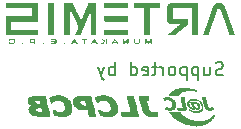
<source format=gbr>
%TF.GenerationSoftware,KiCad,Pcbnew,(6.0.11)*%
%TF.CreationDate,2023-10-13T17:07:18+09:00*%
%TF.ProjectId,main_board,6d61696e-5f62-46f6-9172-642e6b696361,rev?*%
%TF.SameCoordinates,Original*%
%TF.FileFunction,Legend,Bot*%
%TF.FilePolarity,Positive*%
%FSLAX46Y46*%
G04 Gerber Fmt 4.6, Leading zero omitted, Abs format (unit mm)*
G04 Created by KiCad (PCBNEW (6.0.11)) date 2023-10-13 17:07:18*
%MOMM*%
%LPD*%
G01*
G04 APERTURE LIST*
%ADD10C,0.200000*%
%ADD11C,0.010000*%
G04 APERTURE END LIST*
D10*
X154362285Y-88456238D02*
X154205142Y-88508619D01*
X153943238Y-88508619D01*
X153838476Y-88456238D01*
X153786095Y-88403857D01*
X153733714Y-88299095D01*
X153733714Y-88194333D01*
X153786095Y-88089571D01*
X153838476Y-88037190D01*
X153943238Y-87984809D01*
X154152761Y-87932428D01*
X154257523Y-87880047D01*
X154309904Y-87827666D01*
X154362285Y-87722904D01*
X154362285Y-87618142D01*
X154309904Y-87513380D01*
X154257523Y-87461000D01*
X154152761Y-87408619D01*
X153890857Y-87408619D01*
X153733714Y-87461000D01*
X152790857Y-87775285D02*
X152790857Y-88508619D01*
X153262285Y-87775285D02*
X153262285Y-88351476D01*
X153209904Y-88456238D01*
X153105142Y-88508619D01*
X152948000Y-88508619D01*
X152843238Y-88456238D01*
X152790857Y-88403857D01*
X152267047Y-87775285D02*
X152267047Y-88875285D01*
X152267047Y-87827666D02*
X152162285Y-87775285D01*
X151952761Y-87775285D01*
X151848000Y-87827666D01*
X151795619Y-87880047D01*
X151743238Y-87984809D01*
X151743238Y-88299095D01*
X151795619Y-88403857D01*
X151848000Y-88456238D01*
X151952761Y-88508619D01*
X152162285Y-88508619D01*
X152267047Y-88456238D01*
X151271809Y-87775285D02*
X151271809Y-88875285D01*
X151271809Y-87827666D02*
X151167047Y-87775285D01*
X150957523Y-87775285D01*
X150852761Y-87827666D01*
X150800380Y-87880047D01*
X150748000Y-87984809D01*
X150748000Y-88299095D01*
X150800380Y-88403857D01*
X150852761Y-88456238D01*
X150957523Y-88508619D01*
X151167047Y-88508619D01*
X151271809Y-88456238D01*
X150119428Y-88508619D02*
X150224190Y-88456238D01*
X150276571Y-88403857D01*
X150328952Y-88299095D01*
X150328952Y-87984809D01*
X150276571Y-87880047D01*
X150224190Y-87827666D01*
X150119428Y-87775285D01*
X149962285Y-87775285D01*
X149857523Y-87827666D01*
X149805142Y-87880047D01*
X149752761Y-87984809D01*
X149752761Y-88299095D01*
X149805142Y-88403857D01*
X149857523Y-88456238D01*
X149962285Y-88508619D01*
X150119428Y-88508619D01*
X149281333Y-88508619D02*
X149281333Y-87775285D01*
X149281333Y-87984809D02*
X149228952Y-87880047D01*
X149176571Y-87827666D01*
X149071809Y-87775285D01*
X148967047Y-87775285D01*
X148757523Y-87775285D02*
X148338476Y-87775285D01*
X148600380Y-87408619D02*
X148600380Y-88351476D01*
X148548000Y-88456238D01*
X148443238Y-88508619D01*
X148338476Y-88508619D01*
X147552761Y-88456238D02*
X147657523Y-88508619D01*
X147867047Y-88508619D01*
X147971809Y-88456238D01*
X148024190Y-88351476D01*
X148024190Y-87932428D01*
X147971809Y-87827666D01*
X147867047Y-87775285D01*
X147657523Y-87775285D01*
X147552761Y-87827666D01*
X147500380Y-87932428D01*
X147500380Y-88037190D01*
X148024190Y-88141952D01*
X146557523Y-88508619D02*
X146557523Y-87408619D01*
X146557523Y-88456238D02*
X146662285Y-88508619D01*
X146871809Y-88508619D01*
X146976571Y-88456238D01*
X147028952Y-88403857D01*
X147081333Y-88299095D01*
X147081333Y-87984809D01*
X147028952Y-87880047D01*
X146976571Y-87827666D01*
X146871809Y-87775285D01*
X146662285Y-87775285D01*
X146557523Y-87827666D01*
X145195619Y-88508619D02*
X145195619Y-87408619D01*
X145195619Y-87827666D02*
X145090857Y-87775285D01*
X144881333Y-87775285D01*
X144776571Y-87827666D01*
X144724190Y-87880047D01*
X144671809Y-87984809D01*
X144671809Y-88299095D01*
X144724190Y-88403857D01*
X144776571Y-88456238D01*
X144881333Y-88508619D01*
X145090857Y-88508619D01*
X145195619Y-88456238D01*
X144305142Y-87775285D02*
X144043238Y-88508619D01*
X143781333Y-87775285D02*
X144043238Y-88508619D01*
X144148000Y-88770523D01*
X144200380Y-88822904D01*
X144305142Y-88875285D01*
%TO.C,G\u002A\u002A\u002A*%
G36*
X140398705Y-90191649D02*
G01*
X140474611Y-90195332D01*
X140527079Y-90201849D01*
X140546666Y-90210255D01*
X140560758Y-90220603D01*
X140606769Y-90233437D01*
X140673666Y-90244083D01*
X140731649Y-90252745D01*
X140781495Y-90264837D01*
X140800666Y-90276230D01*
X140800680Y-90276587D01*
X140819748Y-90292830D01*
X140864166Y-90307583D01*
X140865447Y-90307868D01*
X140909434Y-90322874D01*
X140927666Y-90339333D01*
X140927679Y-90339695D01*
X140946745Y-90356215D01*
X140991166Y-90371083D01*
X140992401Y-90371358D01*
X141036419Y-90386872D01*
X141054666Y-90404515D01*
X141058235Y-90413463D01*
X141086416Y-90424000D01*
X141101223Y-90427688D01*
X141118166Y-90455750D01*
X141121854Y-90470557D01*
X141149916Y-90487500D01*
X141164723Y-90491188D01*
X141181666Y-90519250D01*
X141185354Y-90534057D01*
X141213416Y-90551000D01*
X141228223Y-90554688D01*
X141245166Y-90582750D01*
X141248854Y-90597557D01*
X141276916Y-90614500D01*
X141291723Y-90618188D01*
X141308666Y-90646250D01*
X141312354Y-90661057D01*
X141340416Y-90678000D01*
X141362700Y-90691087D01*
X141372166Y-90741500D01*
X141378710Y-90786068D01*
X141403916Y-90805000D01*
X141426200Y-90818087D01*
X141435666Y-90868500D01*
X141442210Y-90913068D01*
X141467416Y-90932000D01*
X141474962Y-90933724D01*
X141485245Y-90947539D01*
X141492218Y-90980140D01*
X141496471Y-91037411D01*
X141498591Y-91125236D01*
X141499166Y-91249500D01*
X141498994Y-91324954D01*
X141497613Y-91427782D01*
X141494352Y-91497516D01*
X141488625Y-91540041D01*
X141479843Y-91561241D01*
X141467416Y-91567000D01*
X141445133Y-91580087D01*
X141435666Y-91630500D01*
X141429123Y-91675068D01*
X141403916Y-91694000D01*
X141389110Y-91697688D01*
X141372166Y-91725750D01*
X141368479Y-91740557D01*
X141340416Y-91757500D01*
X141325610Y-91761188D01*
X141308666Y-91789250D01*
X141295580Y-91811534D01*
X141245166Y-91821000D01*
X141200599Y-91827543D01*
X141181666Y-91852750D01*
X141168580Y-91875034D01*
X141118166Y-91884500D01*
X141073599Y-91891043D01*
X141054666Y-91916250D01*
X141050522Y-91926864D01*
X141032318Y-91935840D01*
X140994344Y-91941929D01*
X140930962Y-91945643D01*
X140836532Y-91947496D01*
X140705416Y-91948000D01*
X140588656Y-91947623D01*
X140489923Y-91945968D01*
X140422946Y-91942516D01*
X140382087Y-91936754D01*
X140361707Y-91928169D01*
X140356166Y-91916250D01*
X140352294Y-91902783D01*
X140323697Y-91888655D01*
X140260916Y-91884500D01*
X140220517Y-91883209D01*
X140178132Y-91873677D01*
X140165666Y-91852750D01*
X140152580Y-91830466D01*
X140102166Y-91821000D01*
X140068651Y-91819054D01*
X140043911Y-91802477D01*
X140038666Y-91757500D01*
X140032123Y-91712932D01*
X140006916Y-91694000D01*
X139996977Y-91691840D01*
X139983748Y-91672408D01*
X139977034Y-91626335D01*
X139975166Y-91545833D01*
X139975629Y-91499447D01*
X139979793Y-91437712D01*
X139989666Y-91406380D01*
X140006916Y-91397667D01*
X140021522Y-91400055D01*
X140038666Y-91418833D01*
X140042249Y-91428570D01*
X140070416Y-91440000D01*
X140085223Y-91443688D01*
X140102166Y-91471750D01*
X140115253Y-91494034D01*
X140165666Y-91503500D01*
X140210089Y-91510190D01*
X140229166Y-91533172D01*
X140236020Y-91546769D01*
X140276541Y-91564246D01*
X140356166Y-91577583D01*
X140414134Y-91586429D01*
X140463990Y-91599131D01*
X140483166Y-91611411D01*
X140497168Y-91620098D01*
X140543186Y-91627610D01*
X140610166Y-91630500D01*
X140667961Y-91628352D01*
X140717939Y-91621291D01*
X140737166Y-91611015D01*
X140737178Y-91610633D01*
X140756229Y-91592942D01*
X140800666Y-91577583D01*
X140801652Y-91577363D01*
X140845837Y-91558675D01*
X140864166Y-91533568D01*
X140867835Y-91519580D01*
X140895916Y-91503500D01*
X140910723Y-91499812D01*
X140927666Y-91471750D01*
X140931354Y-91456943D01*
X140959416Y-91440000D01*
X140967782Y-91438241D01*
X140979477Y-91422653D01*
X140986622Y-91385264D01*
X140990193Y-91319241D01*
X140991166Y-91217750D01*
X140990915Y-91159189D01*
X140988688Y-91077324D01*
X140983347Y-91027310D01*
X140973915Y-91002314D01*
X140959416Y-90995500D01*
X140937133Y-90982413D01*
X140927666Y-90932000D01*
X140921123Y-90887432D01*
X140895916Y-90868500D01*
X140873633Y-90855413D01*
X140864166Y-90805000D01*
X140857623Y-90760432D01*
X140832416Y-90741500D01*
X140817610Y-90737812D01*
X140800666Y-90709750D01*
X140787580Y-90687466D01*
X140737166Y-90678000D01*
X140692599Y-90671456D01*
X140673666Y-90646250D01*
X140660580Y-90623966D01*
X140610166Y-90614500D01*
X140565599Y-90607956D01*
X140546666Y-90582750D01*
X140546566Y-90580443D01*
X140537069Y-90565753D01*
X140506993Y-90556753D01*
X140449104Y-90552237D01*
X140356166Y-90551000D01*
X140342323Y-90551017D01*
X140254184Y-90552599D01*
X140200185Y-90557612D01*
X140173090Y-90567260D01*
X140165666Y-90582750D01*
X140152580Y-90605034D01*
X140102166Y-90614500D01*
X140057599Y-90621043D01*
X140038666Y-90646250D01*
X140025580Y-90668534D01*
X139975166Y-90678000D01*
X139930599Y-90684543D01*
X139911666Y-90709750D01*
X139907979Y-90724557D01*
X139879916Y-90741500D01*
X139865110Y-90745188D01*
X139848166Y-90773250D01*
X139844479Y-90788057D01*
X139816416Y-90805000D01*
X139794133Y-90791913D01*
X139784666Y-90741500D01*
X139778123Y-90696932D01*
X139752916Y-90678000D01*
X139749091Y-90677749D01*
X139732249Y-90664335D01*
X139723605Y-90624743D01*
X139721166Y-90551000D01*
X139721104Y-90535698D01*
X139717750Y-90468328D01*
X139707852Y-90433753D01*
X139689416Y-90424000D01*
X139674610Y-90420312D01*
X139657666Y-90392250D01*
X139661354Y-90377443D01*
X139689416Y-90360500D01*
X139703989Y-90358381D01*
X139721166Y-90341628D01*
X139737214Y-90324602D01*
X139779163Y-90308200D01*
X139821450Y-90293355D01*
X139848860Y-90274710D01*
X139849652Y-90273729D01*
X139878513Y-90262479D01*
X139936875Y-90250988D01*
X140013114Y-90241599D01*
X140022930Y-90240649D01*
X140095214Y-90231100D01*
X140146300Y-90219906D01*
X140165666Y-90209294D01*
X140170486Y-90205246D01*
X140207236Y-90198023D01*
X140272277Y-90193030D01*
X140356166Y-90191167D01*
X140398705Y-90191649D01*
G37*
D11*
X140398705Y-90191649D02*
X140474611Y-90195332D01*
X140527079Y-90201849D01*
X140546666Y-90210255D01*
X140560758Y-90220603D01*
X140606769Y-90233437D01*
X140673666Y-90244083D01*
X140731649Y-90252745D01*
X140781495Y-90264837D01*
X140800666Y-90276230D01*
X140800680Y-90276587D01*
X140819748Y-90292830D01*
X140864166Y-90307583D01*
X140865447Y-90307868D01*
X140909434Y-90322874D01*
X140927666Y-90339333D01*
X140927679Y-90339695D01*
X140946745Y-90356215D01*
X140991166Y-90371083D01*
X140992401Y-90371358D01*
X141036419Y-90386872D01*
X141054666Y-90404515D01*
X141058235Y-90413463D01*
X141086416Y-90424000D01*
X141101223Y-90427688D01*
X141118166Y-90455750D01*
X141121854Y-90470557D01*
X141149916Y-90487500D01*
X141164723Y-90491188D01*
X141181666Y-90519250D01*
X141185354Y-90534057D01*
X141213416Y-90551000D01*
X141228223Y-90554688D01*
X141245166Y-90582750D01*
X141248854Y-90597557D01*
X141276916Y-90614500D01*
X141291723Y-90618188D01*
X141308666Y-90646250D01*
X141312354Y-90661057D01*
X141340416Y-90678000D01*
X141362700Y-90691087D01*
X141372166Y-90741500D01*
X141378710Y-90786068D01*
X141403916Y-90805000D01*
X141426200Y-90818087D01*
X141435666Y-90868500D01*
X141442210Y-90913068D01*
X141467416Y-90932000D01*
X141474962Y-90933724D01*
X141485245Y-90947539D01*
X141492218Y-90980140D01*
X141496471Y-91037411D01*
X141498591Y-91125236D01*
X141499166Y-91249500D01*
X141498994Y-91324954D01*
X141497613Y-91427782D01*
X141494352Y-91497516D01*
X141488625Y-91540041D01*
X141479843Y-91561241D01*
X141467416Y-91567000D01*
X141445133Y-91580087D01*
X141435666Y-91630500D01*
X141429123Y-91675068D01*
X141403916Y-91694000D01*
X141389110Y-91697688D01*
X141372166Y-91725750D01*
X141368479Y-91740557D01*
X141340416Y-91757500D01*
X141325610Y-91761188D01*
X141308666Y-91789250D01*
X141295580Y-91811534D01*
X141245166Y-91821000D01*
X141200599Y-91827543D01*
X141181666Y-91852750D01*
X141168580Y-91875034D01*
X141118166Y-91884500D01*
X141073599Y-91891043D01*
X141054666Y-91916250D01*
X141050522Y-91926864D01*
X141032318Y-91935840D01*
X140994344Y-91941929D01*
X140930962Y-91945643D01*
X140836532Y-91947496D01*
X140705416Y-91948000D01*
X140588656Y-91947623D01*
X140489923Y-91945968D01*
X140422946Y-91942516D01*
X140382087Y-91936754D01*
X140361707Y-91928169D01*
X140356166Y-91916250D01*
X140352294Y-91902783D01*
X140323697Y-91888655D01*
X140260916Y-91884500D01*
X140220517Y-91883209D01*
X140178132Y-91873677D01*
X140165666Y-91852750D01*
X140152580Y-91830466D01*
X140102166Y-91821000D01*
X140068651Y-91819054D01*
X140043911Y-91802477D01*
X140038666Y-91757500D01*
X140032123Y-91712932D01*
X140006916Y-91694000D01*
X139996977Y-91691840D01*
X139983748Y-91672408D01*
X139977034Y-91626335D01*
X139975166Y-91545833D01*
X139975629Y-91499447D01*
X139979793Y-91437712D01*
X139989666Y-91406380D01*
X140006916Y-91397667D01*
X140021522Y-91400055D01*
X140038666Y-91418833D01*
X140042249Y-91428570D01*
X140070416Y-91440000D01*
X140085223Y-91443688D01*
X140102166Y-91471750D01*
X140115253Y-91494034D01*
X140165666Y-91503500D01*
X140210089Y-91510190D01*
X140229166Y-91533172D01*
X140236020Y-91546769D01*
X140276541Y-91564246D01*
X140356166Y-91577583D01*
X140414134Y-91586429D01*
X140463990Y-91599131D01*
X140483166Y-91611411D01*
X140497168Y-91620098D01*
X140543186Y-91627610D01*
X140610166Y-91630500D01*
X140667961Y-91628352D01*
X140717939Y-91621291D01*
X140737166Y-91611015D01*
X140737178Y-91610633D01*
X140756229Y-91592942D01*
X140800666Y-91577583D01*
X140801652Y-91577363D01*
X140845837Y-91558675D01*
X140864166Y-91533568D01*
X140867835Y-91519580D01*
X140895916Y-91503500D01*
X140910723Y-91499812D01*
X140927666Y-91471750D01*
X140931354Y-91456943D01*
X140959416Y-91440000D01*
X140967782Y-91438241D01*
X140979477Y-91422653D01*
X140986622Y-91385264D01*
X140990193Y-91319241D01*
X140991166Y-91217750D01*
X140990915Y-91159189D01*
X140988688Y-91077324D01*
X140983347Y-91027310D01*
X140973915Y-91002314D01*
X140959416Y-90995500D01*
X140937133Y-90982413D01*
X140927666Y-90932000D01*
X140921123Y-90887432D01*
X140895916Y-90868500D01*
X140873633Y-90855413D01*
X140864166Y-90805000D01*
X140857623Y-90760432D01*
X140832416Y-90741500D01*
X140817610Y-90737812D01*
X140800666Y-90709750D01*
X140787580Y-90687466D01*
X140737166Y-90678000D01*
X140692599Y-90671456D01*
X140673666Y-90646250D01*
X140660580Y-90623966D01*
X140610166Y-90614500D01*
X140565599Y-90607956D01*
X140546666Y-90582750D01*
X140546566Y-90580443D01*
X140537069Y-90565753D01*
X140506993Y-90556753D01*
X140449104Y-90552237D01*
X140356166Y-90551000D01*
X140342323Y-90551017D01*
X140254184Y-90552599D01*
X140200185Y-90557612D01*
X140173090Y-90567260D01*
X140165666Y-90582750D01*
X140152580Y-90605034D01*
X140102166Y-90614500D01*
X140057599Y-90621043D01*
X140038666Y-90646250D01*
X140025580Y-90668534D01*
X139975166Y-90678000D01*
X139930599Y-90684543D01*
X139911666Y-90709750D01*
X139907979Y-90724557D01*
X139879916Y-90741500D01*
X139865110Y-90745188D01*
X139848166Y-90773250D01*
X139844479Y-90788057D01*
X139816416Y-90805000D01*
X139794133Y-90791913D01*
X139784666Y-90741500D01*
X139778123Y-90696932D01*
X139752916Y-90678000D01*
X139749091Y-90677749D01*
X139732249Y-90664335D01*
X139723605Y-90624743D01*
X139721166Y-90551000D01*
X139721104Y-90535698D01*
X139717750Y-90468328D01*
X139707852Y-90433753D01*
X139689416Y-90424000D01*
X139674610Y-90420312D01*
X139657666Y-90392250D01*
X139661354Y-90377443D01*
X139689416Y-90360500D01*
X139703989Y-90358381D01*
X139721166Y-90341628D01*
X139737214Y-90324602D01*
X139779163Y-90308200D01*
X139821450Y-90293355D01*
X139848860Y-90274710D01*
X139849652Y-90273729D01*
X139878513Y-90262479D01*
X139936875Y-90250988D01*
X140013114Y-90241599D01*
X140022930Y-90240649D01*
X140095214Y-90231100D01*
X140146300Y-90219906D01*
X140165666Y-90209294D01*
X140170486Y-90205246D01*
X140207236Y-90198023D01*
X140272277Y-90193030D01*
X140356166Y-90191167D01*
X140398705Y-90191649D01*
G36*
X152340522Y-90638055D02*
G01*
X152357666Y-90656833D01*
X152361249Y-90666570D01*
X152389416Y-90678000D01*
X152404223Y-90681688D01*
X152421166Y-90709750D01*
X152424854Y-90724557D01*
X152452916Y-90741500D01*
X152475200Y-90754587D01*
X152484666Y-90805000D01*
X152491210Y-90849568D01*
X152516416Y-90868500D01*
X152538700Y-90881587D01*
X152548166Y-90932000D01*
X152554710Y-90976568D01*
X152579916Y-90995500D01*
X152592105Y-90999137D01*
X152603993Y-91021361D01*
X152610003Y-91070514D01*
X152611666Y-91154250D01*
X152610939Y-91215190D01*
X152606494Y-91274633D01*
X152596664Y-91304684D01*
X152579916Y-91313000D01*
X152557633Y-91326087D01*
X152548166Y-91376500D01*
X152541623Y-91421068D01*
X152516416Y-91440000D01*
X152501610Y-91443688D01*
X152484666Y-91471750D01*
X152471580Y-91494034D01*
X152421166Y-91503500D01*
X152376599Y-91510043D01*
X152357666Y-91535250D01*
X152355942Y-91542795D01*
X152342127Y-91553078D01*
X152309526Y-91560051D01*
X152252255Y-91564304D01*
X152164430Y-91566424D01*
X152040166Y-91567000D01*
X152031649Y-91566997D01*
X151906584Y-91566117D01*
X151818340Y-91563339D01*
X151761730Y-91558205D01*
X151731568Y-91550259D01*
X151722666Y-91539044D01*
X151727970Y-91528056D01*
X151754833Y-91519500D01*
X151810423Y-91517202D01*
X151901402Y-91520470D01*
X151969470Y-91523116D01*
X152091354Y-91523073D01*
X152197816Y-91517006D01*
X152282155Y-91505656D01*
X152337672Y-91489762D01*
X152357666Y-91470065D01*
X152361335Y-91456079D01*
X152389416Y-91440000D01*
X152404223Y-91436312D01*
X152421166Y-91408250D01*
X152424854Y-91393443D01*
X152452916Y-91376500D01*
X152467723Y-91372812D01*
X152484666Y-91344750D01*
X152488354Y-91329943D01*
X152516416Y-91313000D01*
X152528605Y-91309363D01*
X152540493Y-91287139D01*
X152546503Y-91237986D01*
X152548166Y-91154250D01*
X152547439Y-91093309D01*
X152542994Y-91033867D01*
X152533164Y-91003816D01*
X152516416Y-90995500D01*
X152494133Y-90982413D01*
X152484666Y-90932000D01*
X152478123Y-90887432D01*
X152452916Y-90868500D01*
X152430633Y-90855413D01*
X152421166Y-90805000D01*
X152414623Y-90760432D01*
X152389416Y-90741500D01*
X152374610Y-90737812D01*
X152357666Y-90709750D01*
X152353979Y-90694943D01*
X152325916Y-90678000D01*
X152311311Y-90675612D01*
X152294166Y-90656833D01*
X152297749Y-90647096D01*
X152325916Y-90635667D01*
X152340522Y-90638055D01*
G37*
X152340522Y-90638055D02*
X152357666Y-90656833D01*
X152361249Y-90666570D01*
X152389416Y-90678000D01*
X152404223Y-90681688D01*
X152421166Y-90709750D01*
X152424854Y-90724557D01*
X152452916Y-90741500D01*
X152475200Y-90754587D01*
X152484666Y-90805000D01*
X152491210Y-90849568D01*
X152516416Y-90868500D01*
X152538700Y-90881587D01*
X152548166Y-90932000D01*
X152554710Y-90976568D01*
X152579916Y-90995500D01*
X152592105Y-90999137D01*
X152603993Y-91021361D01*
X152610003Y-91070514D01*
X152611666Y-91154250D01*
X152610939Y-91215190D01*
X152606494Y-91274633D01*
X152596664Y-91304684D01*
X152579916Y-91313000D01*
X152557633Y-91326087D01*
X152548166Y-91376500D01*
X152541623Y-91421068D01*
X152516416Y-91440000D01*
X152501610Y-91443688D01*
X152484666Y-91471750D01*
X152471580Y-91494034D01*
X152421166Y-91503500D01*
X152376599Y-91510043D01*
X152357666Y-91535250D01*
X152355942Y-91542795D01*
X152342127Y-91553078D01*
X152309526Y-91560051D01*
X152252255Y-91564304D01*
X152164430Y-91566424D01*
X152040166Y-91567000D01*
X152031649Y-91566997D01*
X151906584Y-91566117D01*
X151818340Y-91563339D01*
X151761730Y-91558205D01*
X151731568Y-91550259D01*
X151722666Y-91539044D01*
X151727970Y-91528056D01*
X151754833Y-91519500D01*
X151810423Y-91517202D01*
X151901402Y-91520470D01*
X151969470Y-91523116D01*
X152091354Y-91523073D01*
X152197816Y-91517006D01*
X152282155Y-91505656D01*
X152337672Y-91489762D01*
X152357666Y-91470065D01*
X152361335Y-91456079D01*
X152389416Y-91440000D01*
X152404223Y-91436312D01*
X152421166Y-91408250D01*
X152424854Y-91393443D01*
X152452916Y-91376500D01*
X152467723Y-91372812D01*
X152484666Y-91344750D01*
X152488354Y-91329943D01*
X152516416Y-91313000D01*
X152528605Y-91309363D01*
X152540493Y-91287139D01*
X152546503Y-91237986D01*
X152548166Y-91154250D01*
X152547439Y-91093309D01*
X152542994Y-91033867D01*
X152533164Y-91003816D01*
X152516416Y-90995500D01*
X152494133Y-90982413D01*
X152484666Y-90932000D01*
X152478123Y-90887432D01*
X152452916Y-90868500D01*
X152430633Y-90855413D01*
X152421166Y-90805000D01*
X152414623Y-90760432D01*
X152389416Y-90741500D01*
X152374610Y-90737812D01*
X152357666Y-90709750D01*
X152353979Y-90694943D01*
X152325916Y-90678000D01*
X152311311Y-90675612D01*
X152294166Y-90656833D01*
X152297749Y-90647096D01*
X152325916Y-90635667D01*
X152340522Y-90638055D01*
G36*
X151964965Y-90497182D02*
G01*
X152002519Y-90501599D01*
X152070870Y-90513266D01*
X152099341Y-90524657D01*
X152089694Y-90534948D01*
X152043691Y-90543317D01*
X151963094Y-90548942D01*
X151849666Y-90551000D01*
X151749371Y-90551634D01*
X151672411Y-90554313D01*
X151625458Y-90559852D01*
X151602035Y-90569061D01*
X151595666Y-90582750D01*
X151582580Y-90605034D01*
X151532166Y-90614500D01*
X151498651Y-90616445D01*
X151473911Y-90633023D01*
X151468666Y-90678000D01*
X151462123Y-90722568D01*
X151436916Y-90741500D01*
X151423450Y-90745373D01*
X151409322Y-90773969D01*
X151405166Y-90836750D01*
X151406457Y-90877149D01*
X151415990Y-90919534D01*
X151436916Y-90932000D01*
X151459200Y-90945087D01*
X151468666Y-90995500D01*
X151462123Y-91040068D01*
X151436916Y-91059000D01*
X151422110Y-91055312D01*
X151405166Y-91027250D01*
X151401479Y-91012443D01*
X151373416Y-90995500D01*
X151361228Y-90991863D01*
X151349340Y-90969639D01*
X151343330Y-90920486D01*
X151341666Y-90836750D01*
X151342394Y-90775809D01*
X151346839Y-90716367D01*
X151356669Y-90686316D01*
X151373416Y-90678000D01*
X151388223Y-90674312D01*
X151405166Y-90646250D01*
X151408854Y-90631443D01*
X151436916Y-90614500D01*
X151451723Y-90610812D01*
X151468666Y-90582750D01*
X151481290Y-90560692D01*
X151530403Y-90551000D01*
X151575552Y-90544259D01*
X151600089Y-90527149D01*
X151625952Y-90509816D01*
X151684697Y-90497339D01*
X151766989Y-90490565D01*
X151863515Y-90490257D01*
X151964965Y-90497182D01*
G37*
X151964965Y-90497182D02*
X152002519Y-90501599D01*
X152070870Y-90513266D01*
X152099341Y-90524657D01*
X152089694Y-90534948D01*
X152043691Y-90543317D01*
X151963094Y-90548942D01*
X151849666Y-90551000D01*
X151749371Y-90551634D01*
X151672411Y-90554313D01*
X151625458Y-90559852D01*
X151602035Y-90569061D01*
X151595666Y-90582750D01*
X151582580Y-90605034D01*
X151532166Y-90614500D01*
X151498651Y-90616445D01*
X151473911Y-90633023D01*
X151468666Y-90678000D01*
X151462123Y-90722568D01*
X151436916Y-90741500D01*
X151423450Y-90745373D01*
X151409322Y-90773969D01*
X151405166Y-90836750D01*
X151406457Y-90877149D01*
X151415990Y-90919534D01*
X151436916Y-90932000D01*
X151459200Y-90945087D01*
X151468666Y-90995500D01*
X151462123Y-91040068D01*
X151436916Y-91059000D01*
X151422110Y-91055312D01*
X151405166Y-91027250D01*
X151401479Y-91012443D01*
X151373416Y-90995500D01*
X151361228Y-90991863D01*
X151349340Y-90969639D01*
X151343330Y-90920486D01*
X151341666Y-90836750D01*
X151342394Y-90775809D01*
X151346839Y-90716367D01*
X151356669Y-90686316D01*
X151373416Y-90678000D01*
X151388223Y-90674312D01*
X151405166Y-90646250D01*
X151408854Y-90631443D01*
X151436916Y-90614500D01*
X151451723Y-90610812D01*
X151468666Y-90582750D01*
X151481290Y-90560692D01*
X151530403Y-90551000D01*
X151575552Y-90544259D01*
X151600089Y-90527149D01*
X151625952Y-90509816D01*
X151684697Y-90497339D01*
X151766989Y-90490565D01*
X151863515Y-90490257D01*
X151964965Y-90497182D01*
G36*
X151024166Y-90455750D02*
G01*
X151025457Y-90496149D01*
X151034990Y-90538534D01*
X151055916Y-90551000D01*
X151068105Y-90554637D01*
X151079993Y-90576861D01*
X151086003Y-90626014D01*
X151087666Y-90709750D01*
X151088394Y-90770690D01*
X151092839Y-90830133D01*
X151102669Y-90860184D01*
X151119416Y-90868500D01*
X151131605Y-90872137D01*
X151143493Y-90894361D01*
X151149503Y-90943514D01*
X151151166Y-91027250D01*
X151151894Y-91088190D01*
X151156339Y-91147633D01*
X151166169Y-91177684D01*
X151182916Y-91186000D01*
X151196383Y-91189873D01*
X151210511Y-91218469D01*
X151214666Y-91281250D01*
X151213376Y-91321649D01*
X151203843Y-91364034D01*
X151182916Y-91376500D01*
X151168110Y-91380188D01*
X151151166Y-91408250D01*
X151149442Y-91415795D01*
X151135627Y-91426078D01*
X151103026Y-91433051D01*
X151045755Y-91437304D01*
X150957930Y-91439424D01*
X150833666Y-91440000D01*
X150516166Y-91440000D01*
X150516166Y-91376500D01*
X150509623Y-91331932D01*
X150484416Y-91313000D01*
X150469610Y-91309312D01*
X150452666Y-91281250D01*
X150457740Y-91268713D01*
X150479169Y-91259093D01*
X150523483Y-91253224D01*
X150597156Y-91250296D01*
X150706666Y-91249500D01*
X150960666Y-91249500D01*
X150960666Y-91154250D01*
X150959376Y-91113851D01*
X150949843Y-91071465D01*
X150928916Y-91059000D01*
X150916728Y-91055363D01*
X150904840Y-91033139D01*
X150898830Y-90983986D01*
X150897166Y-90900250D01*
X150896439Y-90839309D01*
X150891994Y-90779867D01*
X150882164Y-90749816D01*
X150865416Y-90741500D01*
X150853228Y-90737863D01*
X150841340Y-90715639D01*
X150835330Y-90666486D01*
X150833666Y-90582750D01*
X150832939Y-90521809D01*
X150828494Y-90462367D01*
X150818664Y-90432316D01*
X150801916Y-90424000D01*
X150787110Y-90420312D01*
X150770166Y-90392250D01*
X150770417Y-90388424D01*
X150783831Y-90371582D01*
X150823423Y-90362938D01*
X150897166Y-90360500D01*
X151024166Y-90360500D01*
X151024166Y-90455750D01*
G37*
X151024166Y-90455750D02*
X151025457Y-90496149D01*
X151034990Y-90538534D01*
X151055916Y-90551000D01*
X151068105Y-90554637D01*
X151079993Y-90576861D01*
X151086003Y-90626014D01*
X151087666Y-90709750D01*
X151088394Y-90770690D01*
X151092839Y-90830133D01*
X151102669Y-90860184D01*
X151119416Y-90868500D01*
X151131605Y-90872137D01*
X151143493Y-90894361D01*
X151149503Y-90943514D01*
X151151166Y-91027250D01*
X151151894Y-91088190D01*
X151156339Y-91147633D01*
X151166169Y-91177684D01*
X151182916Y-91186000D01*
X151196383Y-91189873D01*
X151210511Y-91218469D01*
X151214666Y-91281250D01*
X151213376Y-91321649D01*
X151203843Y-91364034D01*
X151182916Y-91376500D01*
X151168110Y-91380188D01*
X151151166Y-91408250D01*
X151149442Y-91415795D01*
X151135627Y-91426078D01*
X151103026Y-91433051D01*
X151045755Y-91437304D01*
X150957930Y-91439424D01*
X150833666Y-91440000D01*
X150516166Y-91440000D01*
X150516166Y-91376500D01*
X150509623Y-91331932D01*
X150484416Y-91313000D01*
X150469610Y-91309312D01*
X150452666Y-91281250D01*
X150457740Y-91268713D01*
X150479169Y-91259093D01*
X150523483Y-91253224D01*
X150597156Y-91250296D01*
X150706666Y-91249500D01*
X150960666Y-91249500D01*
X150960666Y-91154250D01*
X150959376Y-91113851D01*
X150949843Y-91071465D01*
X150928916Y-91059000D01*
X150916728Y-91055363D01*
X150904840Y-91033139D01*
X150898830Y-90983986D01*
X150897166Y-90900250D01*
X150896439Y-90839309D01*
X150891994Y-90779867D01*
X150882164Y-90749816D01*
X150865416Y-90741500D01*
X150853228Y-90737863D01*
X150841340Y-90715639D01*
X150835330Y-90666486D01*
X150833666Y-90582750D01*
X150832939Y-90521809D01*
X150828494Y-90462367D01*
X150818664Y-90432316D01*
X150801916Y-90424000D01*
X150787110Y-90420312D01*
X150770166Y-90392250D01*
X150770417Y-90388424D01*
X150783831Y-90371582D01*
X150823423Y-90362938D01*
X150897166Y-90360500D01*
X151024166Y-90360500D01*
X151024166Y-90455750D01*
G36*
X152213522Y-90574555D02*
G01*
X152230666Y-90593333D01*
X152227084Y-90603070D01*
X152198916Y-90614500D01*
X152184311Y-90612112D01*
X152167166Y-90593333D01*
X152170749Y-90583596D01*
X152198916Y-90572167D01*
X152213522Y-90574555D01*
G37*
X152213522Y-90574555D02*
X152230666Y-90593333D01*
X152227084Y-90603070D01*
X152198916Y-90614500D01*
X152184311Y-90612112D01*
X152167166Y-90593333D01*
X152170749Y-90583596D01*
X152198916Y-90572167D01*
X152213522Y-90574555D01*
G36*
X152865666Y-90487500D02*
G01*
X152865729Y-90502802D01*
X152869083Y-90570171D01*
X152878981Y-90604746D01*
X152897416Y-90614500D01*
X152909605Y-90618137D01*
X152921493Y-90640361D01*
X152927503Y-90689514D01*
X152929166Y-90773250D01*
X152929894Y-90834190D01*
X152934339Y-90893633D01*
X152944169Y-90923684D01*
X152960916Y-90932000D01*
X152964742Y-90932250D01*
X152981584Y-90945664D01*
X152990228Y-90985257D01*
X152992666Y-91059000D01*
X152992729Y-91074302D01*
X152996083Y-91141671D01*
X153005981Y-91176246D01*
X153024416Y-91186000D01*
X153039223Y-91189688D01*
X153056166Y-91217750D01*
X153056417Y-91221575D01*
X153069831Y-91238418D01*
X153109423Y-91247061D01*
X153183166Y-91249500D01*
X153198469Y-91249437D01*
X153265838Y-91246084D01*
X153300413Y-91236186D01*
X153310166Y-91217750D01*
X153310173Y-91217168D01*
X153328955Y-91192974D01*
X153379031Y-91186715D01*
X153453041Y-91199341D01*
X153457573Y-91200773D01*
X153488390Y-91226257D01*
X153502018Y-91263951D01*
X153496260Y-91298114D01*
X153468916Y-91313000D01*
X153454110Y-91316688D01*
X153437166Y-91344750D01*
X153424080Y-91367034D01*
X153373666Y-91376500D01*
X153329099Y-91383043D01*
X153310166Y-91408250D01*
X153309916Y-91412075D01*
X153296502Y-91428918D01*
X153256910Y-91437561D01*
X153183166Y-91440000D01*
X153167864Y-91439937D01*
X153100495Y-91436584D01*
X153065920Y-91426686D01*
X153056166Y-91408250D01*
X153043080Y-91385966D01*
X152992666Y-91376500D01*
X152948099Y-91369956D01*
X152929166Y-91344750D01*
X152925479Y-91329943D01*
X152897416Y-91313000D01*
X152882610Y-91309312D01*
X152865666Y-91281250D01*
X152861979Y-91266443D01*
X152833916Y-91249500D01*
X152811633Y-91236413D01*
X152802166Y-91186000D01*
X152795623Y-91141432D01*
X152770416Y-91122500D01*
X152758228Y-91118863D01*
X152746340Y-91096639D01*
X152740330Y-91047486D01*
X152738666Y-90963750D01*
X152737939Y-90902809D01*
X152733494Y-90843367D01*
X152723664Y-90813316D01*
X152706916Y-90805000D01*
X152694728Y-90801363D01*
X152682840Y-90779139D01*
X152676830Y-90729986D01*
X152675166Y-90646250D01*
X152674439Y-90585309D01*
X152669994Y-90525867D01*
X152660164Y-90495816D01*
X152643416Y-90487500D01*
X152621133Y-90474413D01*
X152611666Y-90424000D01*
X152611666Y-90360500D01*
X152865666Y-90360500D01*
X152865666Y-90487500D01*
G37*
X152865666Y-90487500D02*
X152865729Y-90502802D01*
X152869083Y-90570171D01*
X152878981Y-90604746D01*
X152897416Y-90614500D01*
X152909605Y-90618137D01*
X152921493Y-90640361D01*
X152927503Y-90689514D01*
X152929166Y-90773250D01*
X152929894Y-90834190D01*
X152934339Y-90893633D01*
X152944169Y-90923684D01*
X152960916Y-90932000D01*
X152964742Y-90932250D01*
X152981584Y-90945664D01*
X152990228Y-90985257D01*
X152992666Y-91059000D01*
X152992729Y-91074302D01*
X152996083Y-91141671D01*
X153005981Y-91176246D01*
X153024416Y-91186000D01*
X153039223Y-91189688D01*
X153056166Y-91217750D01*
X153056417Y-91221575D01*
X153069831Y-91238418D01*
X153109423Y-91247061D01*
X153183166Y-91249500D01*
X153198469Y-91249437D01*
X153265838Y-91246084D01*
X153300413Y-91236186D01*
X153310166Y-91217750D01*
X153310173Y-91217168D01*
X153328955Y-91192974D01*
X153379031Y-91186715D01*
X153453041Y-91199341D01*
X153457573Y-91200773D01*
X153488390Y-91226257D01*
X153502018Y-91263951D01*
X153496260Y-91298114D01*
X153468916Y-91313000D01*
X153454110Y-91316688D01*
X153437166Y-91344750D01*
X153424080Y-91367034D01*
X153373666Y-91376500D01*
X153329099Y-91383043D01*
X153310166Y-91408250D01*
X153309916Y-91412075D01*
X153296502Y-91428918D01*
X153256910Y-91437561D01*
X153183166Y-91440000D01*
X153167864Y-91439937D01*
X153100495Y-91436584D01*
X153065920Y-91426686D01*
X153056166Y-91408250D01*
X153043080Y-91385966D01*
X152992666Y-91376500D01*
X152948099Y-91369956D01*
X152929166Y-91344750D01*
X152925479Y-91329943D01*
X152897416Y-91313000D01*
X152882610Y-91309312D01*
X152865666Y-91281250D01*
X152861979Y-91266443D01*
X152833916Y-91249500D01*
X152811633Y-91236413D01*
X152802166Y-91186000D01*
X152795623Y-91141432D01*
X152770416Y-91122500D01*
X152758228Y-91118863D01*
X152746340Y-91096639D01*
X152740330Y-91047486D01*
X152738666Y-90963750D01*
X152737939Y-90902809D01*
X152733494Y-90843367D01*
X152723664Y-90813316D01*
X152706916Y-90805000D01*
X152694728Y-90801363D01*
X152682840Y-90779139D01*
X152676830Y-90729986D01*
X152675166Y-90646250D01*
X152674439Y-90585309D01*
X152669994Y-90525867D01*
X152660164Y-90495816D01*
X152643416Y-90487500D01*
X152621133Y-90474413D01*
X152611666Y-90424000D01*
X152611666Y-90360500D01*
X152865666Y-90360500D01*
X152865666Y-90487500D01*
G36*
X150299032Y-91567071D02*
G01*
X150425953Y-91567895D01*
X150518082Y-91569965D01*
X150580643Y-91573684D01*
X150618861Y-91579453D01*
X150637961Y-91587674D01*
X150643166Y-91598750D01*
X150646854Y-91613557D01*
X150674916Y-91630500D01*
X150693432Y-91638357D01*
X150706666Y-91672833D01*
X150712559Y-91697520D01*
X150738416Y-91715167D01*
X150753223Y-91718854D01*
X150770166Y-91746917D01*
X150773854Y-91761723D01*
X150801916Y-91778667D01*
X150816723Y-91782354D01*
X150833666Y-91810417D01*
X150837354Y-91825223D01*
X150865416Y-91842167D01*
X150880223Y-91845854D01*
X150897166Y-91873917D01*
X150900854Y-91888723D01*
X150928916Y-91905667D01*
X150943522Y-91908055D01*
X150960666Y-91926833D01*
X150964249Y-91936570D01*
X150992416Y-91948000D01*
X151007187Y-91951474D01*
X151024166Y-91978068D01*
X151024174Y-91978536D01*
X151043146Y-92003626D01*
X151087666Y-92022083D01*
X151088901Y-92022358D01*
X151132919Y-92037872D01*
X151151166Y-92055515D01*
X151154735Y-92064463D01*
X151182916Y-92075000D01*
X151197663Y-92078335D01*
X151214666Y-92103963D01*
X151215320Y-92108286D01*
X151241955Y-92130010D01*
X151302384Y-92144691D01*
X151322604Y-92147908D01*
X151375600Y-92161761D01*
X151403137Y-92177550D01*
X151427154Y-92195585D01*
X151474170Y-92213200D01*
X151514144Y-92227787D01*
X151532166Y-92244189D01*
X151544423Y-92252882D01*
X151588597Y-92265075D01*
X151653875Y-92275793D01*
X151706727Y-92284026D01*
X151761402Y-92297099D01*
X151787208Y-92309646D01*
X151809862Y-92317716D01*
X151866583Y-92326793D01*
X151948395Y-92335417D01*
X152046500Y-92342473D01*
X152141060Y-92349240D01*
X152220603Y-92357628D01*
X152274397Y-92366425D01*
X152294166Y-92374559D01*
X152298531Y-92379917D01*
X152332603Y-92388935D01*
X152389416Y-92392500D01*
X152417863Y-92391674D01*
X152465742Y-92385227D01*
X152484666Y-92374477D01*
X152488326Y-92370639D01*
X152522856Y-92360808D01*
X152585998Y-92351223D01*
X152668144Y-92343506D01*
X152702909Y-92340734D01*
X152781390Y-92331882D01*
X152838561Y-92321701D01*
X152863936Y-92311885D01*
X152867810Y-92308082D01*
X152903338Y-92292818D01*
X152959204Y-92280106D01*
X152975200Y-92277246D01*
X153027384Y-92262746D01*
X153054666Y-92246761D01*
X153078379Y-92229276D01*
X153125170Y-92211967D01*
X153165136Y-92197174D01*
X153183166Y-92180220D01*
X153183180Y-92179866D01*
X153202250Y-92163773D01*
X153246667Y-92149083D01*
X153247652Y-92148863D01*
X153291837Y-92130175D01*
X153310167Y-92105068D01*
X153313835Y-92091080D01*
X153341916Y-92075000D01*
X153356723Y-92071312D01*
X153373666Y-92043250D01*
X153377354Y-92028443D01*
X153405416Y-92011500D01*
X153420223Y-92007812D01*
X153437166Y-91979750D01*
X153440854Y-91964943D01*
X153468916Y-91948000D01*
X153491200Y-91934913D01*
X153500666Y-91884500D01*
X153507210Y-91839932D01*
X153532416Y-91821000D01*
X153554700Y-91834087D01*
X153564166Y-91884500D01*
X153557623Y-91929068D01*
X153532416Y-91948000D01*
X153510133Y-91961087D01*
X153500666Y-92011500D01*
X153494123Y-92056068D01*
X153468916Y-92075000D01*
X153454110Y-92078688D01*
X153437166Y-92106750D01*
X153433479Y-92121557D01*
X153405416Y-92138500D01*
X153383133Y-92151587D01*
X153373666Y-92202000D01*
X153367123Y-92246568D01*
X153341916Y-92265500D01*
X153327110Y-92269188D01*
X153310166Y-92297250D01*
X153306479Y-92312057D01*
X153278416Y-92329000D01*
X153263610Y-92332688D01*
X153246666Y-92360750D01*
X153233580Y-92383034D01*
X153183166Y-92392500D01*
X153138599Y-92399043D01*
X153119666Y-92424250D01*
X153115979Y-92439057D01*
X153087916Y-92456000D01*
X153073110Y-92459688D01*
X153056166Y-92487750D01*
X153043080Y-92510034D01*
X152992666Y-92519500D01*
X152948099Y-92526043D01*
X152929166Y-92551250D01*
X152916080Y-92573534D01*
X152865666Y-92583000D01*
X152821099Y-92589543D01*
X152802166Y-92614750D01*
X152801916Y-92618575D01*
X152788502Y-92635418D01*
X152748910Y-92644061D01*
X152675166Y-92646500D01*
X152659864Y-92646562D01*
X152592495Y-92649916D01*
X152557920Y-92659814D01*
X152548166Y-92678250D01*
X152546407Y-92686616D01*
X152530820Y-92698311D01*
X152493431Y-92705455D01*
X152427408Y-92709026D01*
X152325916Y-92710000D01*
X152267356Y-92710251D01*
X152185491Y-92712478D01*
X152135477Y-92717819D01*
X152110480Y-92727251D01*
X152103666Y-92741750D01*
X152099979Y-92756557D01*
X152071916Y-92773500D01*
X152057110Y-92769812D01*
X152040166Y-92741750D01*
X152035093Y-92729213D01*
X152013664Y-92719593D01*
X151969350Y-92713724D01*
X151895677Y-92710796D01*
X151786166Y-92710000D01*
X151685871Y-92709366D01*
X151608911Y-92706687D01*
X151561958Y-92701148D01*
X151538535Y-92691939D01*
X151532166Y-92678250D01*
X151531916Y-92674424D01*
X151518502Y-92657582D01*
X151478910Y-92648938D01*
X151405166Y-92646500D01*
X151389864Y-92646437D01*
X151322495Y-92643084D01*
X151287920Y-92633186D01*
X151278166Y-92614750D01*
X151274294Y-92601283D01*
X151245697Y-92587155D01*
X151182916Y-92583000D01*
X151142517Y-92581709D01*
X151100132Y-92572177D01*
X151087666Y-92551250D01*
X151074580Y-92528966D01*
X151024166Y-92519500D01*
X150979599Y-92512956D01*
X150960666Y-92487750D01*
X150956794Y-92474283D01*
X150928197Y-92460155D01*
X150865416Y-92456000D01*
X150825017Y-92454709D01*
X150782632Y-92445177D01*
X150770166Y-92424250D01*
X150766479Y-92409443D01*
X150738416Y-92392500D01*
X150723610Y-92388812D01*
X150706666Y-92360750D01*
X150693580Y-92338466D01*
X150643166Y-92329000D01*
X150598599Y-92322456D01*
X150579666Y-92297250D01*
X150566580Y-92274966D01*
X150516166Y-92265500D01*
X150471599Y-92258956D01*
X150452666Y-92233750D01*
X150448979Y-92218943D01*
X150420916Y-92202000D01*
X150406110Y-92198312D01*
X150389166Y-92170250D01*
X150385479Y-92155443D01*
X150357416Y-92138500D01*
X150342610Y-92134812D01*
X150325666Y-92106750D01*
X150312580Y-92084466D01*
X150262166Y-92075000D01*
X150217599Y-92068456D01*
X150198666Y-92043250D01*
X150194979Y-92028443D01*
X150166916Y-92011500D01*
X150152110Y-92007812D01*
X150135166Y-91979750D01*
X150131479Y-91964943D01*
X150103416Y-91948000D01*
X150088610Y-91944312D01*
X150071666Y-91916250D01*
X150067979Y-91901443D01*
X150039916Y-91884500D01*
X150017633Y-91871413D01*
X150008166Y-91821000D01*
X150001623Y-91776432D01*
X149976416Y-91757500D01*
X149961610Y-91753812D01*
X149944666Y-91725750D01*
X149940979Y-91710943D01*
X149912916Y-91694000D01*
X149898110Y-91690312D01*
X149881166Y-91662250D01*
X149877479Y-91647443D01*
X149849416Y-91630500D01*
X149834610Y-91626812D01*
X149817666Y-91598750D01*
X149818591Y-91593472D01*
X149829299Y-91583709D01*
X149856213Y-91576622D01*
X149904558Y-91571809D01*
X149979557Y-91568869D01*
X150086435Y-91567400D01*
X150230416Y-91567000D01*
X150299032Y-91567071D01*
G37*
X150299032Y-91567071D02*
X150425953Y-91567895D01*
X150518082Y-91569965D01*
X150580643Y-91573684D01*
X150618861Y-91579453D01*
X150637961Y-91587674D01*
X150643166Y-91598750D01*
X150646854Y-91613557D01*
X150674916Y-91630500D01*
X150693432Y-91638357D01*
X150706666Y-91672833D01*
X150712559Y-91697520D01*
X150738416Y-91715167D01*
X150753223Y-91718854D01*
X150770166Y-91746917D01*
X150773854Y-91761723D01*
X150801916Y-91778667D01*
X150816723Y-91782354D01*
X150833666Y-91810417D01*
X150837354Y-91825223D01*
X150865416Y-91842167D01*
X150880223Y-91845854D01*
X150897166Y-91873917D01*
X150900854Y-91888723D01*
X150928916Y-91905667D01*
X150943522Y-91908055D01*
X150960666Y-91926833D01*
X150964249Y-91936570D01*
X150992416Y-91948000D01*
X151007187Y-91951474D01*
X151024166Y-91978068D01*
X151024174Y-91978536D01*
X151043146Y-92003626D01*
X151087666Y-92022083D01*
X151088901Y-92022358D01*
X151132919Y-92037872D01*
X151151166Y-92055515D01*
X151154735Y-92064463D01*
X151182916Y-92075000D01*
X151197663Y-92078335D01*
X151214666Y-92103963D01*
X151215320Y-92108286D01*
X151241955Y-92130010D01*
X151302384Y-92144691D01*
X151322604Y-92147908D01*
X151375600Y-92161761D01*
X151403137Y-92177550D01*
X151427154Y-92195585D01*
X151474170Y-92213200D01*
X151514144Y-92227787D01*
X151532166Y-92244189D01*
X151544423Y-92252882D01*
X151588597Y-92265075D01*
X151653875Y-92275793D01*
X151706727Y-92284026D01*
X151761402Y-92297099D01*
X151787208Y-92309646D01*
X151809862Y-92317716D01*
X151866583Y-92326793D01*
X151948395Y-92335417D01*
X152046500Y-92342473D01*
X152141060Y-92349240D01*
X152220603Y-92357628D01*
X152274397Y-92366425D01*
X152294166Y-92374559D01*
X152298531Y-92379917D01*
X152332603Y-92388935D01*
X152389416Y-92392500D01*
X152417863Y-92391674D01*
X152465742Y-92385227D01*
X152484666Y-92374477D01*
X152488326Y-92370639D01*
X152522856Y-92360808D01*
X152585998Y-92351223D01*
X152668144Y-92343506D01*
X152702909Y-92340734D01*
X152781390Y-92331882D01*
X152838561Y-92321701D01*
X152863936Y-92311885D01*
X152867810Y-92308082D01*
X152903338Y-92292818D01*
X152959204Y-92280106D01*
X152975200Y-92277246D01*
X153027384Y-92262746D01*
X153054666Y-92246761D01*
X153078379Y-92229276D01*
X153125170Y-92211967D01*
X153165136Y-92197174D01*
X153183166Y-92180220D01*
X153183180Y-92179866D01*
X153202250Y-92163773D01*
X153246667Y-92149083D01*
X153247652Y-92148863D01*
X153291837Y-92130175D01*
X153310167Y-92105068D01*
X153313835Y-92091080D01*
X153341916Y-92075000D01*
X153356723Y-92071312D01*
X153373666Y-92043250D01*
X153377354Y-92028443D01*
X153405416Y-92011500D01*
X153420223Y-92007812D01*
X153437166Y-91979750D01*
X153440854Y-91964943D01*
X153468916Y-91948000D01*
X153491200Y-91934913D01*
X153500666Y-91884500D01*
X153507210Y-91839932D01*
X153532416Y-91821000D01*
X153554700Y-91834087D01*
X153564166Y-91884500D01*
X153557623Y-91929068D01*
X153532416Y-91948000D01*
X153510133Y-91961087D01*
X153500666Y-92011500D01*
X153494123Y-92056068D01*
X153468916Y-92075000D01*
X153454110Y-92078688D01*
X153437166Y-92106750D01*
X153433479Y-92121557D01*
X153405416Y-92138500D01*
X153383133Y-92151587D01*
X153373666Y-92202000D01*
X153367123Y-92246568D01*
X153341916Y-92265500D01*
X153327110Y-92269188D01*
X153310166Y-92297250D01*
X153306479Y-92312057D01*
X153278416Y-92329000D01*
X153263610Y-92332688D01*
X153246666Y-92360750D01*
X153233580Y-92383034D01*
X153183166Y-92392500D01*
X153138599Y-92399043D01*
X153119666Y-92424250D01*
X153115979Y-92439057D01*
X153087916Y-92456000D01*
X153073110Y-92459688D01*
X153056166Y-92487750D01*
X153043080Y-92510034D01*
X152992666Y-92519500D01*
X152948099Y-92526043D01*
X152929166Y-92551250D01*
X152916080Y-92573534D01*
X152865666Y-92583000D01*
X152821099Y-92589543D01*
X152802166Y-92614750D01*
X152801916Y-92618575D01*
X152788502Y-92635418D01*
X152748910Y-92644061D01*
X152675166Y-92646500D01*
X152659864Y-92646562D01*
X152592495Y-92649916D01*
X152557920Y-92659814D01*
X152548166Y-92678250D01*
X152546407Y-92686616D01*
X152530820Y-92698311D01*
X152493431Y-92705455D01*
X152427408Y-92709026D01*
X152325916Y-92710000D01*
X152267356Y-92710251D01*
X152185491Y-92712478D01*
X152135477Y-92717819D01*
X152110480Y-92727251D01*
X152103666Y-92741750D01*
X152099979Y-92756557D01*
X152071916Y-92773500D01*
X152057110Y-92769812D01*
X152040166Y-92741750D01*
X152035093Y-92729213D01*
X152013664Y-92719593D01*
X151969350Y-92713724D01*
X151895677Y-92710796D01*
X151786166Y-92710000D01*
X151685871Y-92709366D01*
X151608911Y-92706687D01*
X151561958Y-92701148D01*
X151538535Y-92691939D01*
X151532166Y-92678250D01*
X151531916Y-92674424D01*
X151518502Y-92657582D01*
X151478910Y-92648938D01*
X151405166Y-92646500D01*
X151389864Y-92646437D01*
X151322495Y-92643084D01*
X151287920Y-92633186D01*
X151278166Y-92614750D01*
X151274294Y-92601283D01*
X151245697Y-92587155D01*
X151182916Y-92583000D01*
X151142517Y-92581709D01*
X151100132Y-92572177D01*
X151087666Y-92551250D01*
X151074580Y-92528966D01*
X151024166Y-92519500D01*
X150979599Y-92512956D01*
X150960666Y-92487750D01*
X150956794Y-92474283D01*
X150928197Y-92460155D01*
X150865416Y-92456000D01*
X150825017Y-92454709D01*
X150782632Y-92445177D01*
X150770166Y-92424250D01*
X150766479Y-92409443D01*
X150738416Y-92392500D01*
X150723610Y-92388812D01*
X150706666Y-92360750D01*
X150693580Y-92338466D01*
X150643166Y-92329000D01*
X150598599Y-92322456D01*
X150579666Y-92297250D01*
X150566580Y-92274966D01*
X150516166Y-92265500D01*
X150471599Y-92258956D01*
X150452666Y-92233750D01*
X150448979Y-92218943D01*
X150420916Y-92202000D01*
X150406110Y-92198312D01*
X150389166Y-92170250D01*
X150385479Y-92155443D01*
X150357416Y-92138500D01*
X150342610Y-92134812D01*
X150325666Y-92106750D01*
X150312580Y-92084466D01*
X150262166Y-92075000D01*
X150217599Y-92068456D01*
X150198666Y-92043250D01*
X150194979Y-92028443D01*
X150166916Y-92011500D01*
X150152110Y-92007812D01*
X150135166Y-91979750D01*
X150131479Y-91964943D01*
X150103416Y-91948000D01*
X150088610Y-91944312D01*
X150071666Y-91916250D01*
X150067979Y-91901443D01*
X150039916Y-91884500D01*
X150017633Y-91871413D01*
X150008166Y-91821000D01*
X150001623Y-91776432D01*
X149976416Y-91757500D01*
X149961610Y-91753812D01*
X149944666Y-91725750D01*
X149940979Y-91710943D01*
X149912916Y-91694000D01*
X149898110Y-91690312D01*
X149881166Y-91662250D01*
X149877479Y-91647443D01*
X149849416Y-91630500D01*
X149834610Y-91626812D01*
X149817666Y-91598750D01*
X149818591Y-91593472D01*
X149829299Y-91583709D01*
X149856213Y-91576622D01*
X149904558Y-91571809D01*
X149979557Y-91568869D01*
X150086435Y-91567400D01*
X150230416Y-91567000D01*
X150299032Y-91567071D01*
G36*
X146597384Y-90236196D02*
G01*
X146674269Y-90240316D01*
X146722041Y-90246841D01*
X146737308Y-90251890D01*
X146758187Y-90269511D01*
X146767522Y-90306204D01*
X146769666Y-90373552D01*
X146772249Y-90439637D01*
X146782089Y-90476862D01*
X146801416Y-90487500D01*
X146805242Y-90487750D01*
X146822084Y-90501164D01*
X146830728Y-90540757D01*
X146833166Y-90614500D01*
X146833229Y-90629802D01*
X146836583Y-90697171D01*
X146846481Y-90731746D01*
X146864916Y-90741500D01*
X146868742Y-90741750D01*
X146885584Y-90755164D01*
X146894228Y-90794757D01*
X146896666Y-90868500D01*
X146896729Y-90883802D01*
X146900083Y-90951171D01*
X146909981Y-90985746D01*
X146928416Y-90995500D01*
X146932242Y-90995750D01*
X146949084Y-91009164D01*
X146957728Y-91048757D01*
X146960166Y-91122500D01*
X146960229Y-91137802D01*
X146963583Y-91205171D01*
X146973481Y-91239746D01*
X146991916Y-91249500D01*
X146995742Y-91249750D01*
X147012584Y-91263164D01*
X147021228Y-91302757D01*
X147023666Y-91376500D01*
X147023729Y-91391802D01*
X147027083Y-91459171D01*
X147036981Y-91493746D01*
X147055416Y-91503500D01*
X147059242Y-91503750D01*
X147076084Y-91517164D01*
X147084728Y-91556757D01*
X147087166Y-91630500D01*
X147087229Y-91645802D01*
X147090583Y-91713171D01*
X147100481Y-91747746D01*
X147118916Y-91757500D01*
X147132383Y-91761373D01*
X147146511Y-91789969D01*
X147150666Y-91852750D01*
X147150666Y-91948000D01*
X146483916Y-91948000D01*
X146416168Y-91947978D01*
X146241767Y-91947597D01*
X146104132Y-91946588D01*
X145999096Y-91944753D01*
X145922496Y-91941895D01*
X145870168Y-91937813D01*
X145837946Y-91932311D01*
X145821667Y-91925189D01*
X145817166Y-91916250D01*
X145813479Y-91901443D01*
X145785416Y-91884500D01*
X145771950Y-91880627D01*
X145757822Y-91852030D01*
X145753666Y-91789250D01*
X145752376Y-91748851D01*
X145742843Y-91706465D01*
X145721916Y-91694000D01*
X145701207Y-91683643D01*
X145690166Y-91641083D01*
X145690166Y-91588167D01*
X146515666Y-91588167D01*
X146515666Y-91450583D01*
X146515434Y-91419359D01*
X146511624Y-91355005D01*
X146501726Y-91322185D01*
X146483916Y-91313000D01*
X146480091Y-91312749D01*
X146463249Y-91299335D01*
X146454605Y-91259743D01*
X146452166Y-91186000D01*
X146452104Y-91170698D01*
X146448750Y-91103328D01*
X146438852Y-91068753D01*
X146420416Y-91059000D01*
X146416591Y-91058749D01*
X146399749Y-91045335D01*
X146391105Y-91005743D01*
X146388666Y-90932000D01*
X146388604Y-90916698D01*
X146385250Y-90849328D01*
X146375352Y-90814753D01*
X146356916Y-90805000D01*
X146353091Y-90804749D01*
X146336249Y-90791335D01*
X146327605Y-90751743D01*
X146325166Y-90678000D01*
X146325104Y-90662698D01*
X146321750Y-90595328D01*
X146311852Y-90560753D01*
X146293416Y-90551000D01*
X146289591Y-90550749D01*
X146272749Y-90537335D01*
X146264105Y-90497743D01*
X146261666Y-90424000D01*
X146261604Y-90408698D01*
X146258250Y-90341328D01*
X146248352Y-90306753D01*
X146229916Y-90297000D01*
X146223247Y-90296755D01*
X146199541Y-90285436D01*
X146208214Y-90265137D01*
X146245791Y-90246841D01*
X146261776Y-90243762D01*
X146323583Y-90238264D01*
X146408888Y-90235170D01*
X146504539Y-90234481D01*
X146597384Y-90236196D01*
G37*
X146597384Y-90236196D02*
X146674269Y-90240316D01*
X146722041Y-90246841D01*
X146737308Y-90251890D01*
X146758187Y-90269511D01*
X146767522Y-90306204D01*
X146769666Y-90373552D01*
X146772249Y-90439637D01*
X146782089Y-90476862D01*
X146801416Y-90487500D01*
X146805242Y-90487750D01*
X146822084Y-90501164D01*
X146830728Y-90540757D01*
X146833166Y-90614500D01*
X146833229Y-90629802D01*
X146836583Y-90697171D01*
X146846481Y-90731746D01*
X146864916Y-90741500D01*
X146868742Y-90741750D01*
X146885584Y-90755164D01*
X146894228Y-90794757D01*
X146896666Y-90868500D01*
X146896729Y-90883802D01*
X146900083Y-90951171D01*
X146909981Y-90985746D01*
X146928416Y-90995500D01*
X146932242Y-90995750D01*
X146949084Y-91009164D01*
X146957728Y-91048757D01*
X146960166Y-91122500D01*
X146960229Y-91137802D01*
X146963583Y-91205171D01*
X146973481Y-91239746D01*
X146991916Y-91249500D01*
X146995742Y-91249750D01*
X147012584Y-91263164D01*
X147021228Y-91302757D01*
X147023666Y-91376500D01*
X147023729Y-91391802D01*
X147027083Y-91459171D01*
X147036981Y-91493746D01*
X147055416Y-91503500D01*
X147059242Y-91503750D01*
X147076084Y-91517164D01*
X147084728Y-91556757D01*
X147087166Y-91630500D01*
X147087229Y-91645802D01*
X147090583Y-91713171D01*
X147100481Y-91747746D01*
X147118916Y-91757500D01*
X147132383Y-91761373D01*
X147146511Y-91789969D01*
X147150666Y-91852750D01*
X147150666Y-91948000D01*
X146483916Y-91948000D01*
X146416168Y-91947978D01*
X146241767Y-91947597D01*
X146104132Y-91946588D01*
X145999096Y-91944753D01*
X145922496Y-91941895D01*
X145870168Y-91937813D01*
X145837946Y-91932311D01*
X145821667Y-91925189D01*
X145817166Y-91916250D01*
X145813479Y-91901443D01*
X145785416Y-91884500D01*
X145771950Y-91880627D01*
X145757822Y-91852030D01*
X145753666Y-91789250D01*
X145752376Y-91748851D01*
X145742843Y-91706465D01*
X145721916Y-91694000D01*
X145701207Y-91683643D01*
X145690166Y-91641083D01*
X145690166Y-91588167D01*
X146515666Y-91588167D01*
X146515666Y-91450583D01*
X146515434Y-91419359D01*
X146511624Y-91355005D01*
X146501726Y-91322185D01*
X146483916Y-91313000D01*
X146480091Y-91312749D01*
X146463249Y-91299335D01*
X146454605Y-91259743D01*
X146452166Y-91186000D01*
X146452104Y-91170698D01*
X146448750Y-91103328D01*
X146438852Y-91068753D01*
X146420416Y-91059000D01*
X146416591Y-91058749D01*
X146399749Y-91045335D01*
X146391105Y-91005743D01*
X146388666Y-90932000D01*
X146388604Y-90916698D01*
X146385250Y-90849328D01*
X146375352Y-90814753D01*
X146356916Y-90805000D01*
X146353091Y-90804749D01*
X146336249Y-90791335D01*
X146327605Y-90751743D01*
X146325166Y-90678000D01*
X146325104Y-90662698D01*
X146321750Y-90595328D01*
X146311852Y-90560753D01*
X146293416Y-90551000D01*
X146289591Y-90550749D01*
X146272749Y-90537335D01*
X146264105Y-90497743D01*
X146261666Y-90424000D01*
X146261604Y-90408698D01*
X146258250Y-90341328D01*
X146248352Y-90306753D01*
X146229916Y-90297000D01*
X146223247Y-90296755D01*
X146199541Y-90285436D01*
X146208214Y-90265137D01*
X146245791Y-90246841D01*
X146261776Y-90243762D01*
X146323583Y-90238264D01*
X146408888Y-90235170D01*
X146504539Y-90234481D01*
X146597384Y-90236196D01*
G36*
X147620637Y-90233510D02*
G01*
X147751856Y-90234123D01*
X147847062Y-90236004D01*
X147911676Y-90239605D01*
X147951118Y-90245379D01*
X147970808Y-90253777D01*
X147976166Y-90265250D01*
X147979854Y-90280057D01*
X148007916Y-90297000D01*
X148011742Y-90297250D01*
X148028584Y-90310664D01*
X148037228Y-90350257D01*
X148039666Y-90424000D01*
X148039666Y-90551000D01*
X147849166Y-90551000D01*
X147849166Y-90678000D01*
X147849229Y-90693302D01*
X147852583Y-90760671D01*
X147862481Y-90795246D01*
X147880916Y-90805000D01*
X147884742Y-90805250D01*
X147901584Y-90818664D01*
X147910228Y-90858257D01*
X147912666Y-90932000D01*
X147912729Y-90947302D01*
X147916083Y-91014671D01*
X147925981Y-91049246D01*
X147944416Y-91059000D01*
X147948242Y-91059250D01*
X147965084Y-91072664D01*
X147973728Y-91112257D01*
X147976166Y-91186000D01*
X147976229Y-91201302D01*
X147979583Y-91268671D01*
X147989481Y-91303246D01*
X148007916Y-91313000D01*
X148030200Y-91326087D01*
X148039666Y-91376500D01*
X148046210Y-91421068D01*
X148071416Y-91440000D01*
X148089932Y-91447857D01*
X148103166Y-91482333D01*
X148108839Y-91507036D01*
X148133153Y-91524667D01*
X148145972Y-91526915D01*
X148172054Y-91551125D01*
X148174188Y-91554710D01*
X148198030Y-91565263D01*
X148250514Y-91572144D01*
X148336180Y-91575755D01*
X148459568Y-91576495D01*
X148738166Y-91575407D01*
X148738166Y-91634703D01*
X148744585Y-91675274D01*
X148769916Y-91694000D01*
X148773742Y-91694250D01*
X148790584Y-91707664D01*
X148799228Y-91747257D01*
X148801666Y-91821000D01*
X148801666Y-91948000D01*
X148420666Y-91948000D01*
X148395196Y-91947989D01*
X148263977Y-91947377D01*
X148168771Y-91945496D01*
X148104157Y-91941894D01*
X148064715Y-91936121D01*
X148045025Y-91927723D01*
X148039666Y-91916250D01*
X148035794Y-91902783D01*
X148007197Y-91888655D01*
X147944416Y-91884500D01*
X147904017Y-91883209D01*
X147861632Y-91873677D01*
X147849166Y-91852750D01*
X147845479Y-91837943D01*
X147817416Y-91821000D01*
X147802610Y-91817312D01*
X147785666Y-91789250D01*
X147781979Y-91774443D01*
X147753916Y-91757500D01*
X147739110Y-91753812D01*
X147722166Y-91725750D01*
X147718479Y-91710943D01*
X147690416Y-91694000D01*
X147675610Y-91690312D01*
X147658666Y-91662250D01*
X147654979Y-91647443D01*
X147626916Y-91630500D01*
X147604633Y-91617413D01*
X147595166Y-91567000D01*
X147588623Y-91522432D01*
X147563416Y-91503500D01*
X147549950Y-91499627D01*
X147535822Y-91471030D01*
X147531666Y-91408250D01*
X147530376Y-91367851D01*
X147520843Y-91325465D01*
X147499916Y-91313000D01*
X147486450Y-91309127D01*
X147472322Y-91280530D01*
X147468166Y-91217750D01*
X147466876Y-91177351D01*
X147457343Y-91134965D01*
X147436416Y-91122500D01*
X147432591Y-91122249D01*
X147415749Y-91108835D01*
X147407105Y-91069243D01*
X147404666Y-90995500D01*
X147404604Y-90980198D01*
X147401250Y-90912828D01*
X147391352Y-90878253D01*
X147372916Y-90868500D01*
X147369091Y-90868249D01*
X147352249Y-90854835D01*
X147343605Y-90815243D01*
X147341166Y-90741500D01*
X147341104Y-90726198D01*
X147337750Y-90658828D01*
X147327852Y-90624253D01*
X147309416Y-90614500D01*
X147305591Y-90614249D01*
X147288749Y-90600835D01*
X147280105Y-90561243D01*
X147277666Y-90487500D01*
X147277604Y-90472198D01*
X147274250Y-90404828D01*
X147264352Y-90370253D01*
X147245916Y-90360500D01*
X147223633Y-90347413D01*
X147214166Y-90297000D01*
X147214166Y-90233500D01*
X147595166Y-90233500D01*
X147620637Y-90233510D01*
G37*
X147620637Y-90233510D02*
X147751856Y-90234123D01*
X147847062Y-90236004D01*
X147911676Y-90239605D01*
X147951118Y-90245379D01*
X147970808Y-90253777D01*
X147976166Y-90265250D01*
X147979854Y-90280057D01*
X148007916Y-90297000D01*
X148011742Y-90297250D01*
X148028584Y-90310664D01*
X148037228Y-90350257D01*
X148039666Y-90424000D01*
X148039666Y-90551000D01*
X147849166Y-90551000D01*
X147849166Y-90678000D01*
X147849229Y-90693302D01*
X147852583Y-90760671D01*
X147862481Y-90795246D01*
X147880916Y-90805000D01*
X147884742Y-90805250D01*
X147901584Y-90818664D01*
X147910228Y-90858257D01*
X147912666Y-90932000D01*
X147912729Y-90947302D01*
X147916083Y-91014671D01*
X147925981Y-91049246D01*
X147944416Y-91059000D01*
X147948242Y-91059250D01*
X147965084Y-91072664D01*
X147973728Y-91112257D01*
X147976166Y-91186000D01*
X147976229Y-91201302D01*
X147979583Y-91268671D01*
X147989481Y-91303246D01*
X148007916Y-91313000D01*
X148030200Y-91326087D01*
X148039666Y-91376500D01*
X148046210Y-91421068D01*
X148071416Y-91440000D01*
X148089932Y-91447857D01*
X148103166Y-91482333D01*
X148108839Y-91507036D01*
X148133153Y-91524667D01*
X148145972Y-91526915D01*
X148172054Y-91551125D01*
X148174188Y-91554710D01*
X148198030Y-91565263D01*
X148250514Y-91572144D01*
X148336180Y-91575755D01*
X148459568Y-91576495D01*
X148738166Y-91575407D01*
X148738166Y-91634703D01*
X148744585Y-91675274D01*
X148769916Y-91694000D01*
X148773742Y-91694250D01*
X148790584Y-91707664D01*
X148799228Y-91747257D01*
X148801666Y-91821000D01*
X148801666Y-91948000D01*
X148420666Y-91948000D01*
X148395196Y-91947989D01*
X148263977Y-91947377D01*
X148168771Y-91945496D01*
X148104157Y-91941894D01*
X148064715Y-91936121D01*
X148045025Y-91927723D01*
X148039666Y-91916250D01*
X148035794Y-91902783D01*
X148007197Y-91888655D01*
X147944416Y-91884500D01*
X147904017Y-91883209D01*
X147861632Y-91873677D01*
X147849166Y-91852750D01*
X147845479Y-91837943D01*
X147817416Y-91821000D01*
X147802610Y-91817312D01*
X147785666Y-91789250D01*
X147781979Y-91774443D01*
X147753916Y-91757500D01*
X147739110Y-91753812D01*
X147722166Y-91725750D01*
X147718479Y-91710943D01*
X147690416Y-91694000D01*
X147675610Y-91690312D01*
X147658666Y-91662250D01*
X147654979Y-91647443D01*
X147626916Y-91630500D01*
X147604633Y-91617413D01*
X147595166Y-91567000D01*
X147588623Y-91522432D01*
X147563416Y-91503500D01*
X147549950Y-91499627D01*
X147535822Y-91471030D01*
X147531666Y-91408250D01*
X147530376Y-91367851D01*
X147520843Y-91325465D01*
X147499916Y-91313000D01*
X147486450Y-91309127D01*
X147472322Y-91280530D01*
X147468166Y-91217750D01*
X147466876Y-91177351D01*
X147457343Y-91134965D01*
X147436416Y-91122500D01*
X147432591Y-91122249D01*
X147415749Y-91108835D01*
X147407105Y-91069243D01*
X147404666Y-90995500D01*
X147404604Y-90980198D01*
X147401250Y-90912828D01*
X147391352Y-90878253D01*
X147372916Y-90868500D01*
X147369091Y-90868249D01*
X147352249Y-90854835D01*
X147343605Y-90815243D01*
X147341166Y-90741500D01*
X147341104Y-90726198D01*
X147337750Y-90658828D01*
X147327852Y-90624253D01*
X147309416Y-90614500D01*
X147305591Y-90614249D01*
X147288749Y-90600835D01*
X147280105Y-90561243D01*
X147277666Y-90487500D01*
X147277604Y-90472198D01*
X147274250Y-90404828D01*
X147264352Y-90370253D01*
X147245916Y-90360500D01*
X147223633Y-90347413D01*
X147214166Y-90297000D01*
X147214166Y-90233500D01*
X147595166Y-90233500D01*
X147620637Y-90233510D01*
G36*
X144208705Y-90191649D02*
G01*
X144284611Y-90195332D01*
X144337079Y-90201849D01*
X144356666Y-90210255D01*
X144370758Y-90220603D01*
X144416769Y-90233437D01*
X144483666Y-90244083D01*
X144541660Y-90252624D01*
X144591498Y-90264314D01*
X144610666Y-90275124D01*
X144613806Y-90279818D01*
X144645459Y-90292670D01*
X144700170Y-90303431D01*
X144722719Y-90307137D01*
X144773405Y-90321511D01*
X144797184Y-90337968D01*
X144802807Y-90347090D01*
X144834680Y-90360500D01*
X144847870Y-90363584D01*
X144864666Y-90390568D01*
X144864674Y-90391036D01*
X144883646Y-90416126D01*
X144928166Y-90434583D01*
X144929401Y-90434858D01*
X144973419Y-90450372D01*
X144991666Y-90468015D01*
X144995235Y-90476963D01*
X145023416Y-90487500D01*
X145038223Y-90491188D01*
X145055166Y-90519250D01*
X145058854Y-90534057D01*
X145086916Y-90551000D01*
X145101723Y-90554688D01*
X145118666Y-90582750D01*
X145122354Y-90597557D01*
X145150416Y-90614500D01*
X145172700Y-90627587D01*
X145182166Y-90678000D01*
X145188710Y-90722568D01*
X145213916Y-90741500D01*
X145228723Y-90745188D01*
X145245666Y-90773250D01*
X145249354Y-90788057D01*
X145277416Y-90805000D01*
X145290883Y-90808873D01*
X145305011Y-90837469D01*
X145309166Y-90900250D01*
X145310457Y-90940649D01*
X145319990Y-90983034D01*
X145340916Y-90995500D01*
X145344512Y-90995815D01*
X145356473Y-91005233D01*
X145364585Y-91032324D01*
X145369531Y-91083249D01*
X145371997Y-91164171D01*
X145372666Y-91281250D01*
X145372631Y-91313605D01*
X145371585Y-91421258D01*
X145368575Y-91494262D01*
X145362917Y-91538779D01*
X145353925Y-91560972D01*
X145340916Y-91567000D01*
X145318633Y-91580087D01*
X145309166Y-91630500D01*
X145302623Y-91675068D01*
X145277416Y-91694000D01*
X145262610Y-91697688D01*
X145245666Y-91725750D01*
X145241979Y-91740557D01*
X145213916Y-91757500D01*
X145199110Y-91761188D01*
X145182166Y-91789250D01*
X145169080Y-91811534D01*
X145118666Y-91821000D01*
X145074099Y-91827543D01*
X145055166Y-91852750D01*
X145042080Y-91875034D01*
X144991666Y-91884500D01*
X144947099Y-91891043D01*
X144928166Y-91916250D01*
X144928041Y-91918372D01*
X144920693Y-91929307D01*
X144898119Y-91937241D01*
X144854900Y-91942626D01*
X144785615Y-91945912D01*
X144684844Y-91947553D01*
X144547166Y-91948000D01*
X144521696Y-91947989D01*
X144390477Y-91947377D01*
X144295271Y-91945496D01*
X144230657Y-91941894D01*
X144191215Y-91936121D01*
X144171525Y-91927723D01*
X144166166Y-91916250D01*
X144162294Y-91902783D01*
X144133697Y-91888655D01*
X144070916Y-91884500D01*
X144030517Y-91883209D01*
X143988132Y-91873677D01*
X143975666Y-91852750D01*
X143971979Y-91837943D01*
X143943916Y-91821000D01*
X143921633Y-91807913D01*
X143912166Y-91757500D01*
X143905623Y-91712932D01*
X143880416Y-91694000D01*
X143866950Y-91690127D01*
X143852822Y-91661530D01*
X143848666Y-91598750D01*
X143847376Y-91558351D01*
X143837843Y-91515965D01*
X143816916Y-91503500D01*
X143802110Y-91499812D01*
X143785166Y-91471750D01*
X143788854Y-91456943D01*
X143816916Y-91440000D01*
X143831522Y-91437612D01*
X143848666Y-91418833D01*
X143852249Y-91409096D01*
X143880416Y-91397667D01*
X143895022Y-91400055D01*
X143912166Y-91418833D01*
X143915749Y-91428570D01*
X143943916Y-91440000D01*
X143958687Y-91443474D01*
X143975666Y-91470068D01*
X143975674Y-91470536D01*
X143994646Y-91495626D01*
X144039166Y-91514083D01*
X144040458Y-91514370D01*
X144084438Y-91529257D01*
X144102666Y-91545437D01*
X144116766Y-91555020D01*
X144162777Y-91567192D01*
X144229666Y-91577583D01*
X144287634Y-91586429D01*
X144337490Y-91599131D01*
X144356666Y-91611411D01*
X144370668Y-91620098D01*
X144416686Y-91627610D01*
X144483666Y-91630500D01*
X144541461Y-91628352D01*
X144591439Y-91621291D01*
X144610666Y-91611015D01*
X144610678Y-91610633D01*
X144629729Y-91592942D01*
X144674166Y-91577583D01*
X144675152Y-91577363D01*
X144719337Y-91558675D01*
X144737666Y-91533568D01*
X144741335Y-91519580D01*
X144769416Y-91503500D01*
X144791700Y-91490413D01*
X144801166Y-91440000D01*
X144807710Y-91395432D01*
X144832916Y-91376500D01*
X144836742Y-91376249D01*
X144853584Y-91362835D01*
X144862228Y-91323243D01*
X144864666Y-91249500D01*
X144864604Y-91234198D01*
X144861250Y-91166828D01*
X144851352Y-91132253D01*
X144832916Y-91122500D01*
X144829091Y-91122249D01*
X144812249Y-91108835D01*
X144803605Y-91069243D01*
X144801166Y-90995500D01*
X144801104Y-90980198D01*
X144797750Y-90912828D01*
X144787852Y-90878253D01*
X144769416Y-90868500D01*
X144754610Y-90864812D01*
X144737666Y-90836750D01*
X144733979Y-90821943D01*
X144705916Y-90805000D01*
X144691110Y-90801312D01*
X144674166Y-90773250D01*
X144670479Y-90758443D01*
X144642416Y-90741500D01*
X144627610Y-90737812D01*
X144610666Y-90709750D01*
X144606979Y-90694943D01*
X144578916Y-90678000D01*
X144564110Y-90674312D01*
X144547166Y-90646250D01*
X144534080Y-90623966D01*
X144483666Y-90614500D01*
X144439099Y-90607956D01*
X144420166Y-90582750D01*
X144418407Y-90574384D01*
X144402820Y-90562689D01*
X144365431Y-90555544D01*
X144299408Y-90551973D01*
X144197916Y-90551000D01*
X144139356Y-90551251D01*
X144057491Y-90553478D01*
X144007477Y-90558819D01*
X143982480Y-90568251D01*
X143975666Y-90582750D01*
X143962580Y-90605034D01*
X143912166Y-90614500D01*
X143867599Y-90621043D01*
X143848666Y-90646250D01*
X143844979Y-90661057D01*
X143816916Y-90678000D01*
X143802110Y-90681688D01*
X143785166Y-90709750D01*
X143772080Y-90732034D01*
X143721666Y-90741500D01*
X143677099Y-90734956D01*
X143658166Y-90709750D01*
X143654479Y-90694943D01*
X143626416Y-90678000D01*
X143612950Y-90674127D01*
X143598822Y-90645530D01*
X143594666Y-90582750D01*
X143593376Y-90542351D01*
X143583843Y-90499965D01*
X143562916Y-90487500D01*
X143555042Y-90486395D01*
X143536732Y-90463239D01*
X143531166Y-90405302D01*
X143533503Y-90368928D01*
X143552270Y-90325541D01*
X143596484Y-90303651D01*
X143674041Y-90297289D01*
X143703705Y-90292927D01*
X143721666Y-90277911D01*
X143735758Y-90267563D01*
X143781769Y-90254730D01*
X143848666Y-90244083D01*
X143906634Y-90235237D01*
X143956490Y-90222535D01*
X143975666Y-90210255D01*
X143980486Y-90205992D01*
X144017237Y-90198387D01*
X144082278Y-90193129D01*
X144166166Y-90191167D01*
X144208705Y-90191649D01*
G37*
X144208705Y-90191649D02*
X144284611Y-90195332D01*
X144337079Y-90201849D01*
X144356666Y-90210255D01*
X144370758Y-90220603D01*
X144416769Y-90233437D01*
X144483666Y-90244083D01*
X144541660Y-90252624D01*
X144591498Y-90264314D01*
X144610666Y-90275124D01*
X144613806Y-90279818D01*
X144645459Y-90292670D01*
X144700170Y-90303431D01*
X144722719Y-90307137D01*
X144773405Y-90321511D01*
X144797184Y-90337968D01*
X144802807Y-90347090D01*
X144834680Y-90360500D01*
X144847870Y-90363584D01*
X144864666Y-90390568D01*
X144864674Y-90391036D01*
X144883646Y-90416126D01*
X144928166Y-90434583D01*
X144929401Y-90434858D01*
X144973419Y-90450372D01*
X144991666Y-90468015D01*
X144995235Y-90476963D01*
X145023416Y-90487500D01*
X145038223Y-90491188D01*
X145055166Y-90519250D01*
X145058854Y-90534057D01*
X145086916Y-90551000D01*
X145101723Y-90554688D01*
X145118666Y-90582750D01*
X145122354Y-90597557D01*
X145150416Y-90614500D01*
X145172700Y-90627587D01*
X145182166Y-90678000D01*
X145188710Y-90722568D01*
X145213916Y-90741500D01*
X145228723Y-90745188D01*
X145245666Y-90773250D01*
X145249354Y-90788057D01*
X145277416Y-90805000D01*
X145290883Y-90808873D01*
X145305011Y-90837469D01*
X145309166Y-90900250D01*
X145310457Y-90940649D01*
X145319990Y-90983034D01*
X145340916Y-90995500D01*
X145344512Y-90995815D01*
X145356473Y-91005233D01*
X145364585Y-91032324D01*
X145369531Y-91083249D01*
X145371997Y-91164171D01*
X145372666Y-91281250D01*
X145372631Y-91313605D01*
X145371585Y-91421258D01*
X145368575Y-91494262D01*
X145362917Y-91538779D01*
X145353925Y-91560972D01*
X145340916Y-91567000D01*
X145318633Y-91580087D01*
X145309166Y-91630500D01*
X145302623Y-91675068D01*
X145277416Y-91694000D01*
X145262610Y-91697688D01*
X145245666Y-91725750D01*
X145241979Y-91740557D01*
X145213916Y-91757500D01*
X145199110Y-91761188D01*
X145182166Y-91789250D01*
X145169080Y-91811534D01*
X145118666Y-91821000D01*
X145074099Y-91827543D01*
X145055166Y-91852750D01*
X145042080Y-91875034D01*
X144991666Y-91884500D01*
X144947099Y-91891043D01*
X144928166Y-91916250D01*
X144928041Y-91918372D01*
X144920693Y-91929307D01*
X144898119Y-91937241D01*
X144854900Y-91942626D01*
X144785615Y-91945912D01*
X144684844Y-91947553D01*
X144547166Y-91948000D01*
X144521696Y-91947989D01*
X144390477Y-91947377D01*
X144295271Y-91945496D01*
X144230657Y-91941894D01*
X144191215Y-91936121D01*
X144171525Y-91927723D01*
X144166166Y-91916250D01*
X144162294Y-91902783D01*
X144133697Y-91888655D01*
X144070916Y-91884500D01*
X144030517Y-91883209D01*
X143988132Y-91873677D01*
X143975666Y-91852750D01*
X143971979Y-91837943D01*
X143943916Y-91821000D01*
X143921633Y-91807913D01*
X143912166Y-91757500D01*
X143905623Y-91712932D01*
X143880416Y-91694000D01*
X143866950Y-91690127D01*
X143852822Y-91661530D01*
X143848666Y-91598750D01*
X143847376Y-91558351D01*
X143837843Y-91515965D01*
X143816916Y-91503500D01*
X143802110Y-91499812D01*
X143785166Y-91471750D01*
X143788854Y-91456943D01*
X143816916Y-91440000D01*
X143831522Y-91437612D01*
X143848666Y-91418833D01*
X143852249Y-91409096D01*
X143880416Y-91397667D01*
X143895022Y-91400055D01*
X143912166Y-91418833D01*
X143915749Y-91428570D01*
X143943916Y-91440000D01*
X143958687Y-91443474D01*
X143975666Y-91470068D01*
X143975674Y-91470536D01*
X143994646Y-91495626D01*
X144039166Y-91514083D01*
X144040458Y-91514370D01*
X144084438Y-91529257D01*
X144102666Y-91545437D01*
X144116766Y-91555020D01*
X144162777Y-91567192D01*
X144229666Y-91577583D01*
X144287634Y-91586429D01*
X144337490Y-91599131D01*
X144356666Y-91611411D01*
X144370668Y-91620098D01*
X144416686Y-91627610D01*
X144483666Y-91630500D01*
X144541461Y-91628352D01*
X144591439Y-91621291D01*
X144610666Y-91611015D01*
X144610678Y-91610633D01*
X144629729Y-91592942D01*
X144674166Y-91577583D01*
X144675152Y-91577363D01*
X144719337Y-91558675D01*
X144737666Y-91533568D01*
X144741335Y-91519580D01*
X144769416Y-91503500D01*
X144791700Y-91490413D01*
X144801166Y-91440000D01*
X144807710Y-91395432D01*
X144832916Y-91376500D01*
X144836742Y-91376249D01*
X144853584Y-91362835D01*
X144862228Y-91323243D01*
X144864666Y-91249500D01*
X144864604Y-91234198D01*
X144861250Y-91166828D01*
X144851352Y-91132253D01*
X144832916Y-91122500D01*
X144829091Y-91122249D01*
X144812249Y-91108835D01*
X144803605Y-91069243D01*
X144801166Y-90995500D01*
X144801104Y-90980198D01*
X144797750Y-90912828D01*
X144787852Y-90878253D01*
X144769416Y-90868500D01*
X144754610Y-90864812D01*
X144737666Y-90836750D01*
X144733979Y-90821943D01*
X144705916Y-90805000D01*
X144691110Y-90801312D01*
X144674166Y-90773250D01*
X144670479Y-90758443D01*
X144642416Y-90741500D01*
X144627610Y-90737812D01*
X144610666Y-90709750D01*
X144606979Y-90694943D01*
X144578916Y-90678000D01*
X144564110Y-90674312D01*
X144547166Y-90646250D01*
X144534080Y-90623966D01*
X144483666Y-90614500D01*
X144439099Y-90607956D01*
X144420166Y-90582750D01*
X144418407Y-90574384D01*
X144402820Y-90562689D01*
X144365431Y-90555544D01*
X144299408Y-90551973D01*
X144197916Y-90551000D01*
X144139356Y-90551251D01*
X144057491Y-90553478D01*
X144007477Y-90558819D01*
X143982480Y-90568251D01*
X143975666Y-90582750D01*
X143962580Y-90605034D01*
X143912166Y-90614500D01*
X143867599Y-90621043D01*
X143848666Y-90646250D01*
X143844979Y-90661057D01*
X143816916Y-90678000D01*
X143802110Y-90681688D01*
X143785166Y-90709750D01*
X143772080Y-90732034D01*
X143721666Y-90741500D01*
X143677099Y-90734956D01*
X143658166Y-90709750D01*
X143654479Y-90694943D01*
X143626416Y-90678000D01*
X143612950Y-90674127D01*
X143598822Y-90645530D01*
X143594666Y-90582750D01*
X143593376Y-90542351D01*
X143583843Y-90499965D01*
X143562916Y-90487500D01*
X143555042Y-90486395D01*
X143536732Y-90463239D01*
X143531166Y-90405302D01*
X143533503Y-90368928D01*
X143552270Y-90325541D01*
X143596484Y-90303651D01*
X143674041Y-90297289D01*
X143703705Y-90292927D01*
X143721666Y-90277911D01*
X143735758Y-90267563D01*
X143781769Y-90254730D01*
X143848666Y-90244083D01*
X143906634Y-90235237D01*
X143956490Y-90222535D01*
X143975666Y-90210255D01*
X143980486Y-90205992D01*
X144017237Y-90198387D01*
X144082278Y-90193129D01*
X144166166Y-90191167D01*
X144208705Y-90191649D01*
G36*
X151515223Y-91126188D02*
G01*
X151532166Y-91154250D01*
X151528479Y-91169057D01*
X151500416Y-91186000D01*
X151485610Y-91182312D01*
X151468666Y-91154250D01*
X151472354Y-91139443D01*
X151500416Y-91122500D01*
X151515223Y-91126188D01*
G37*
X151515223Y-91126188D02*
X151532166Y-91154250D01*
X151528479Y-91169057D01*
X151500416Y-91186000D01*
X151485610Y-91182312D01*
X151468666Y-91154250D01*
X151472354Y-91139443D01*
X151500416Y-91122500D01*
X151515223Y-91126188D01*
G36*
X139594166Y-91630500D02*
G01*
X139594229Y-91645802D01*
X139597583Y-91713171D01*
X139607481Y-91747746D01*
X139625916Y-91757500D01*
X139639383Y-91761373D01*
X139653511Y-91789969D01*
X139657666Y-91852750D01*
X139657666Y-91948000D01*
X139117916Y-91948000D01*
X139037740Y-91947948D01*
X138888171Y-91947367D01*
X138774251Y-91945922D01*
X138691376Y-91943341D01*
X138634936Y-91939355D01*
X138600326Y-91933692D01*
X138582939Y-91926080D01*
X138578166Y-91916250D01*
X138577916Y-91912424D01*
X138564502Y-91895582D01*
X138524910Y-91886938D01*
X138451166Y-91884500D01*
X138435864Y-91884437D01*
X138368495Y-91881084D01*
X138333920Y-91871186D01*
X138324166Y-91852750D01*
X138311080Y-91830466D01*
X138260666Y-91821000D01*
X138216099Y-91814456D01*
X138197166Y-91789250D01*
X138184080Y-91766966D01*
X138133666Y-91757500D01*
X138089099Y-91750956D01*
X138070166Y-91725750D01*
X138066479Y-91710943D01*
X138038416Y-91694000D01*
X138016133Y-91680913D01*
X138006666Y-91630500D01*
X138000123Y-91585932D01*
X137974916Y-91567000D01*
X137961450Y-91563127D01*
X137947322Y-91534530D01*
X137943166Y-91471750D01*
X137941876Y-91431351D01*
X137932343Y-91388965D01*
X137911416Y-91376500D01*
X137902202Y-91374205D01*
X138451166Y-91374205D01*
X138452414Y-91442680D01*
X138459359Y-91482581D01*
X138476707Y-91502411D01*
X138509163Y-91513467D01*
X138552007Y-91529655D01*
X138582447Y-91552803D01*
X138584049Y-91554503D01*
X138615753Y-91564352D01*
X138677151Y-91572713D01*
X138757375Y-91579080D01*
X138845554Y-91582947D01*
X138930818Y-91583810D01*
X139002299Y-91581163D01*
X139049125Y-91574500D01*
X139059650Y-91570342D01*
X139082874Y-91544955D01*
X139081567Y-91516800D01*
X139054416Y-91503500D01*
X139050591Y-91503249D01*
X139033749Y-91489835D01*
X139025105Y-91450243D01*
X139022666Y-91376500D01*
X139022604Y-91361198D01*
X139019250Y-91293828D01*
X139009352Y-91259253D01*
X138990916Y-91249500D01*
X138976110Y-91245812D01*
X138959166Y-91217750D01*
X138955529Y-91205562D01*
X138933305Y-91193673D01*
X138884153Y-91187663D01*
X138800416Y-91186000D01*
X138739476Y-91186727D01*
X138680034Y-91191172D01*
X138649982Y-91201003D01*
X138641666Y-91217750D01*
X138637794Y-91231216D01*
X138609197Y-91245345D01*
X138546416Y-91249500D01*
X138451166Y-91249500D01*
X138451166Y-91374205D01*
X137902202Y-91374205D01*
X137896610Y-91372812D01*
X137879666Y-91344750D01*
X137883354Y-91329943D01*
X137911416Y-91313000D01*
X137933700Y-91299913D01*
X137943166Y-91249500D01*
X137949710Y-91204932D01*
X137974916Y-91186000D01*
X137989723Y-91182312D01*
X138006666Y-91154250D01*
X138010354Y-91139443D01*
X138038416Y-91122500D01*
X138053223Y-91118812D01*
X138070166Y-91090750D01*
X138073854Y-91075943D01*
X138101916Y-91059000D01*
X138116723Y-91055312D01*
X138133666Y-91027250D01*
X138129979Y-91012443D01*
X138101916Y-90995500D01*
X138087110Y-90991812D01*
X138070166Y-90963750D01*
X138057080Y-90941466D01*
X138006666Y-90932000D01*
X137962099Y-90925456D01*
X137943166Y-90900250D01*
X137939479Y-90885443D01*
X137911416Y-90868500D01*
X137897950Y-90864627D01*
X137883822Y-90836030D01*
X137879666Y-90773250D01*
X137878376Y-90732851D01*
X137873180Y-90709750D01*
X138387666Y-90709750D01*
X138388957Y-90750149D01*
X138398490Y-90792534D01*
X138419416Y-90805000D01*
X138434162Y-90808324D01*
X138451166Y-90833873D01*
X138452586Y-90840087D01*
X138483034Y-90861155D01*
X138549371Y-90876206D01*
X138597180Y-90881570D01*
X138697653Y-90886737D01*
X138790479Y-90884552D01*
X138858625Y-90875076D01*
X138868586Y-90870568D01*
X138890129Y-90839704D01*
X138896983Y-90796526D01*
X138888471Y-90758101D01*
X138863916Y-90741500D01*
X138850450Y-90737627D01*
X138836322Y-90709030D01*
X138832166Y-90646250D01*
X138832166Y-90551000D01*
X138641666Y-90551000D01*
X138627823Y-90551017D01*
X138539684Y-90552599D01*
X138485685Y-90557612D01*
X138458590Y-90567260D01*
X138451166Y-90582750D01*
X138447479Y-90597557D01*
X138419416Y-90614500D01*
X138405950Y-90618373D01*
X138391822Y-90646969D01*
X138387666Y-90709750D01*
X137873180Y-90709750D01*
X137868843Y-90690465D01*
X137847916Y-90678000D01*
X137825633Y-90664913D01*
X137816166Y-90614500D01*
X137822710Y-90569932D01*
X137847916Y-90551000D01*
X137870200Y-90537913D01*
X137879666Y-90487500D01*
X137886210Y-90442932D01*
X137911416Y-90424000D01*
X137926223Y-90420312D01*
X137943166Y-90392250D01*
X137946630Y-90377482D01*
X137973153Y-90360500D01*
X137985933Y-90358629D01*
X138010361Y-90338834D01*
X138013829Y-90333924D01*
X138047161Y-90317120D01*
X138102083Y-90303811D01*
X138119106Y-90300708D01*
X138172636Y-90285093D01*
X138201676Y-90267268D01*
X138224278Y-90260577D01*
X138282481Y-90253972D01*
X138368857Y-90247973D01*
X138476154Y-90242755D01*
X138597119Y-90238495D01*
X138724501Y-90235369D01*
X138851046Y-90233554D01*
X138969503Y-90233225D01*
X139072619Y-90234558D01*
X139153141Y-90237731D01*
X139203817Y-90242918D01*
X139204976Y-90243136D01*
X139246254Y-90252864D01*
X139267556Y-90269781D01*
X139275490Y-90305603D01*
X139276666Y-90372042D01*
X139279349Y-90440092D01*
X139289200Y-90476977D01*
X139308416Y-90487500D01*
X139312242Y-90487750D01*
X139329084Y-90501164D01*
X139337728Y-90540757D01*
X139340166Y-90614500D01*
X139340229Y-90629802D01*
X139343583Y-90697171D01*
X139353481Y-90731746D01*
X139371916Y-90741500D01*
X139375742Y-90741750D01*
X139392584Y-90755164D01*
X139401228Y-90794757D01*
X139401287Y-90796526D01*
X139403666Y-90868500D01*
X139403729Y-90883802D01*
X139407083Y-90951171D01*
X139416981Y-90985746D01*
X139435416Y-90995500D01*
X139439242Y-90995750D01*
X139456084Y-91009164D01*
X139464728Y-91048757D01*
X139467166Y-91122500D01*
X139467229Y-91137802D01*
X139470583Y-91205171D01*
X139480481Y-91239746D01*
X139498916Y-91249500D01*
X139502742Y-91249750D01*
X139519584Y-91263164D01*
X139528228Y-91302757D01*
X139530666Y-91376500D01*
X139530729Y-91391802D01*
X139534083Y-91459171D01*
X139543981Y-91493746D01*
X139562416Y-91503500D01*
X139566242Y-91503750D01*
X139583084Y-91517164D01*
X139589152Y-91544955D01*
X139591728Y-91556757D01*
X139594166Y-91630500D01*
G37*
X139594166Y-91630500D02*
X139594229Y-91645802D01*
X139597583Y-91713171D01*
X139607481Y-91747746D01*
X139625916Y-91757500D01*
X139639383Y-91761373D01*
X139653511Y-91789969D01*
X139657666Y-91852750D01*
X139657666Y-91948000D01*
X139117916Y-91948000D01*
X139037740Y-91947948D01*
X138888171Y-91947367D01*
X138774251Y-91945922D01*
X138691376Y-91943341D01*
X138634936Y-91939355D01*
X138600326Y-91933692D01*
X138582939Y-91926080D01*
X138578166Y-91916250D01*
X138577916Y-91912424D01*
X138564502Y-91895582D01*
X138524910Y-91886938D01*
X138451166Y-91884500D01*
X138435864Y-91884437D01*
X138368495Y-91881084D01*
X138333920Y-91871186D01*
X138324166Y-91852750D01*
X138311080Y-91830466D01*
X138260666Y-91821000D01*
X138216099Y-91814456D01*
X138197166Y-91789250D01*
X138184080Y-91766966D01*
X138133666Y-91757500D01*
X138089099Y-91750956D01*
X138070166Y-91725750D01*
X138066479Y-91710943D01*
X138038416Y-91694000D01*
X138016133Y-91680913D01*
X138006666Y-91630500D01*
X138000123Y-91585932D01*
X137974916Y-91567000D01*
X137961450Y-91563127D01*
X137947322Y-91534530D01*
X137943166Y-91471750D01*
X137941876Y-91431351D01*
X137932343Y-91388965D01*
X137911416Y-91376500D01*
X137902202Y-91374205D01*
X138451166Y-91374205D01*
X138452414Y-91442680D01*
X138459359Y-91482581D01*
X138476707Y-91502411D01*
X138509163Y-91513467D01*
X138552007Y-91529655D01*
X138582447Y-91552803D01*
X138584049Y-91554503D01*
X138615753Y-91564352D01*
X138677151Y-91572713D01*
X138757375Y-91579080D01*
X138845554Y-91582947D01*
X138930818Y-91583810D01*
X139002299Y-91581163D01*
X139049125Y-91574500D01*
X139059650Y-91570342D01*
X139082874Y-91544955D01*
X139081567Y-91516800D01*
X139054416Y-91503500D01*
X139050591Y-91503249D01*
X139033749Y-91489835D01*
X139025105Y-91450243D01*
X139022666Y-91376500D01*
X139022604Y-91361198D01*
X139019250Y-91293828D01*
X139009352Y-91259253D01*
X138990916Y-91249500D01*
X138976110Y-91245812D01*
X138959166Y-91217750D01*
X138955529Y-91205562D01*
X138933305Y-91193673D01*
X138884153Y-91187663D01*
X138800416Y-91186000D01*
X138739476Y-91186727D01*
X138680034Y-91191172D01*
X138649982Y-91201003D01*
X138641666Y-91217750D01*
X138637794Y-91231216D01*
X138609197Y-91245345D01*
X138546416Y-91249500D01*
X138451166Y-91249500D01*
X138451166Y-91374205D01*
X137902202Y-91374205D01*
X137896610Y-91372812D01*
X137879666Y-91344750D01*
X137883354Y-91329943D01*
X137911416Y-91313000D01*
X137933700Y-91299913D01*
X137943166Y-91249500D01*
X137949710Y-91204932D01*
X137974916Y-91186000D01*
X137989723Y-91182312D01*
X138006666Y-91154250D01*
X138010354Y-91139443D01*
X138038416Y-91122500D01*
X138053223Y-91118812D01*
X138070166Y-91090750D01*
X138073854Y-91075943D01*
X138101916Y-91059000D01*
X138116723Y-91055312D01*
X138133666Y-91027250D01*
X138129979Y-91012443D01*
X138101916Y-90995500D01*
X138087110Y-90991812D01*
X138070166Y-90963750D01*
X138057080Y-90941466D01*
X138006666Y-90932000D01*
X137962099Y-90925456D01*
X137943166Y-90900250D01*
X137939479Y-90885443D01*
X137911416Y-90868500D01*
X137897950Y-90864627D01*
X137883822Y-90836030D01*
X137879666Y-90773250D01*
X137878376Y-90732851D01*
X137873180Y-90709750D01*
X138387666Y-90709750D01*
X138388957Y-90750149D01*
X138398490Y-90792534D01*
X138419416Y-90805000D01*
X138434162Y-90808324D01*
X138451166Y-90833873D01*
X138452586Y-90840087D01*
X138483034Y-90861155D01*
X138549371Y-90876206D01*
X138597180Y-90881570D01*
X138697653Y-90886737D01*
X138790479Y-90884552D01*
X138858625Y-90875076D01*
X138868586Y-90870568D01*
X138890129Y-90839704D01*
X138896983Y-90796526D01*
X138888471Y-90758101D01*
X138863916Y-90741500D01*
X138850450Y-90737627D01*
X138836322Y-90709030D01*
X138832166Y-90646250D01*
X138832166Y-90551000D01*
X138641666Y-90551000D01*
X138627823Y-90551017D01*
X138539684Y-90552599D01*
X138485685Y-90557612D01*
X138458590Y-90567260D01*
X138451166Y-90582750D01*
X138447479Y-90597557D01*
X138419416Y-90614500D01*
X138405950Y-90618373D01*
X138391822Y-90646969D01*
X138387666Y-90709750D01*
X137873180Y-90709750D01*
X137868843Y-90690465D01*
X137847916Y-90678000D01*
X137825633Y-90664913D01*
X137816166Y-90614500D01*
X137822710Y-90569932D01*
X137847916Y-90551000D01*
X137870200Y-90537913D01*
X137879666Y-90487500D01*
X137886210Y-90442932D01*
X137911416Y-90424000D01*
X137926223Y-90420312D01*
X137943166Y-90392250D01*
X137946630Y-90377482D01*
X137973153Y-90360500D01*
X137985933Y-90358629D01*
X138010361Y-90338834D01*
X138013829Y-90333924D01*
X138047161Y-90317120D01*
X138102083Y-90303811D01*
X138119106Y-90300708D01*
X138172636Y-90285093D01*
X138201676Y-90267268D01*
X138224278Y-90260577D01*
X138282481Y-90253972D01*
X138368857Y-90247973D01*
X138476154Y-90242755D01*
X138597119Y-90238495D01*
X138724501Y-90235369D01*
X138851046Y-90233554D01*
X138969503Y-90233225D01*
X139072619Y-90234558D01*
X139153141Y-90237731D01*
X139203817Y-90242918D01*
X139204976Y-90243136D01*
X139246254Y-90252864D01*
X139267556Y-90269781D01*
X139275490Y-90305603D01*
X139276666Y-90372042D01*
X139279349Y-90440092D01*
X139289200Y-90476977D01*
X139308416Y-90487500D01*
X139312242Y-90487750D01*
X139329084Y-90501164D01*
X139337728Y-90540757D01*
X139340166Y-90614500D01*
X139340229Y-90629802D01*
X139343583Y-90697171D01*
X139353481Y-90731746D01*
X139371916Y-90741500D01*
X139375742Y-90741750D01*
X139392584Y-90755164D01*
X139401228Y-90794757D01*
X139401287Y-90796526D01*
X139403666Y-90868500D01*
X139403729Y-90883802D01*
X139407083Y-90951171D01*
X139416981Y-90985746D01*
X139435416Y-90995500D01*
X139439242Y-90995750D01*
X139456084Y-91009164D01*
X139464728Y-91048757D01*
X139467166Y-91122500D01*
X139467229Y-91137802D01*
X139470583Y-91205171D01*
X139480481Y-91239746D01*
X139498916Y-91249500D01*
X139502742Y-91249750D01*
X139519584Y-91263164D01*
X139528228Y-91302757D01*
X139530666Y-91376500D01*
X139530729Y-91391802D01*
X139534083Y-91459171D01*
X139543981Y-91493746D01*
X139562416Y-91503500D01*
X139566242Y-91503750D01*
X139583084Y-91517164D01*
X139589152Y-91544955D01*
X139591728Y-91556757D01*
X139594166Y-91630500D01*
G36*
X151642223Y-91443688D02*
G01*
X151659166Y-91471750D01*
X151655479Y-91486557D01*
X151627416Y-91503500D01*
X151612610Y-91499812D01*
X151595666Y-91471750D01*
X151599354Y-91456943D01*
X151627416Y-91440000D01*
X151642223Y-91443688D01*
G37*
X151642223Y-91443688D02*
X151659166Y-91471750D01*
X151655479Y-91486557D01*
X151627416Y-91503500D01*
X151612610Y-91499812D01*
X151595666Y-91471750D01*
X151599354Y-91456943D01*
X151627416Y-91440000D01*
X151642223Y-91443688D01*
G36*
X151515223Y-91380188D02*
G01*
X151532166Y-91408250D01*
X151528479Y-91423057D01*
X151500416Y-91440000D01*
X151485610Y-91436312D01*
X151468666Y-91408250D01*
X151472354Y-91393443D01*
X151500416Y-91376500D01*
X151515223Y-91380188D01*
G37*
X151515223Y-91380188D02*
X151532166Y-91408250D01*
X151528479Y-91423057D01*
X151500416Y-91440000D01*
X151485610Y-91436312D01*
X151468666Y-91408250D01*
X151472354Y-91393443D01*
X151500416Y-91376500D01*
X151515223Y-91380188D01*
G36*
X151703734Y-90748043D02*
G01*
X151722666Y-90773250D01*
X151722718Y-90775237D01*
X151738673Y-90800451D01*
X151768626Y-90802094D01*
X151791458Y-90778542D01*
X151802306Y-90767915D01*
X151853073Y-90756026D01*
X151944916Y-90752083D01*
X152003451Y-90753420D01*
X152071299Y-90761981D01*
X152098375Y-90778542D01*
X152104479Y-90789195D01*
X152137180Y-90805000D01*
X152151128Y-90808667D01*
X152167166Y-90836750D01*
X152170854Y-90851557D01*
X152198916Y-90868500D01*
X152213723Y-90872188D01*
X152230666Y-90900250D01*
X152234354Y-90915057D01*
X152262416Y-90932000D01*
X152277223Y-90935688D01*
X152294166Y-90963750D01*
X152297854Y-90978557D01*
X152325916Y-90995500D01*
X152329742Y-90995750D01*
X152346584Y-91009164D01*
X152355228Y-91048757D01*
X152357666Y-91122500D01*
X152357604Y-91137802D01*
X152354250Y-91205171D01*
X152344352Y-91239746D01*
X152325916Y-91249500D01*
X152311110Y-91253188D01*
X152294166Y-91281250D01*
X152293916Y-91285075D01*
X152280502Y-91301918D01*
X152240910Y-91310561D01*
X152167166Y-91313000D01*
X152109812Y-91310752D01*
X152059446Y-91303108D01*
X152040166Y-91291833D01*
X152050612Y-91278580D01*
X152087791Y-91270377D01*
X152095235Y-91270312D01*
X152167153Y-91264569D01*
X152208068Y-91243532D01*
X152226424Y-91198315D01*
X152230666Y-91120031D01*
X152230630Y-91108573D01*
X152227403Y-91040434D01*
X152217510Y-91005403D01*
X152198916Y-90995500D01*
X152176633Y-90982413D01*
X152167166Y-90932000D01*
X152160623Y-90887432D01*
X152135416Y-90868500D01*
X152120610Y-90864812D01*
X152103666Y-90836750D01*
X152103416Y-90832924D01*
X152090002Y-90816082D01*
X152050410Y-90807438D01*
X151976666Y-90805000D01*
X151849666Y-90805000D01*
X151849666Y-90963750D01*
X151850394Y-91024690D01*
X151854839Y-91084133D01*
X151864669Y-91114184D01*
X151881416Y-91122500D01*
X151896223Y-91126188D01*
X151913166Y-91154250D01*
X151916854Y-91169057D01*
X151944916Y-91186000D01*
X151959723Y-91189688D01*
X151976666Y-91217750D01*
X151972979Y-91232557D01*
X151944916Y-91249500D01*
X151930110Y-91253188D01*
X151913166Y-91281250D01*
X151912916Y-91285075D01*
X151899502Y-91301918D01*
X151859910Y-91310561D01*
X151786166Y-91313000D01*
X151770864Y-91312937D01*
X151703495Y-91309584D01*
X151668920Y-91299686D01*
X151659166Y-91281250D01*
X151655479Y-91266443D01*
X151627416Y-91249500D01*
X151612811Y-91247112D01*
X151595666Y-91228333D01*
X151599249Y-91218596D01*
X151627416Y-91207167D01*
X151642022Y-91209555D01*
X151659166Y-91228333D01*
X151659171Y-91228597D01*
X151678081Y-91243369D01*
X151722666Y-91249500D01*
X151746623Y-91248961D01*
X151773697Y-91240562D01*
X151784326Y-91212821D01*
X151786166Y-91154250D01*
X151784876Y-91113851D01*
X151775343Y-91071465D01*
X151754416Y-91059000D01*
X151732133Y-91045913D01*
X151722666Y-90995500D01*
X151716123Y-90950932D01*
X151690916Y-90932000D01*
X151668633Y-90918913D01*
X151659166Y-90868500D01*
X151652623Y-90823932D01*
X151627416Y-90805000D01*
X151612610Y-90801312D01*
X151595666Y-90773250D01*
X151608753Y-90750966D01*
X151659166Y-90741500D01*
X151703734Y-90748043D01*
G37*
X151703734Y-90748043D02*
X151722666Y-90773250D01*
X151722718Y-90775237D01*
X151738673Y-90800451D01*
X151768626Y-90802094D01*
X151791458Y-90778542D01*
X151802306Y-90767915D01*
X151853073Y-90756026D01*
X151944916Y-90752083D01*
X152003451Y-90753420D01*
X152071299Y-90761981D01*
X152098375Y-90778542D01*
X152104479Y-90789195D01*
X152137180Y-90805000D01*
X152151128Y-90808667D01*
X152167166Y-90836750D01*
X152170854Y-90851557D01*
X152198916Y-90868500D01*
X152213723Y-90872188D01*
X152230666Y-90900250D01*
X152234354Y-90915057D01*
X152262416Y-90932000D01*
X152277223Y-90935688D01*
X152294166Y-90963750D01*
X152297854Y-90978557D01*
X152325916Y-90995500D01*
X152329742Y-90995750D01*
X152346584Y-91009164D01*
X152355228Y-91048757D01*
X152357666Y-91122500D01*
X152357604Y-91137802D01*
X152354250Y-91205171D01*
X152344352Y-91239746D01*
X152325916Y-91249500D01*
X152311110Y-91253188D01*
X152294166Y-91281250D01*
X152293916Y-91285075D01*
X152280502Y-91301918D01*
X152240910Y-91310561D01*
X152167166Y-91313000D01*
X152109812Y-91310752D01*
X152059446Y-91303108D01*
X152040166Y-91291833D01*
X152050612Y-91278580D01*
X152087791Y-91270377D01*
X152095235Y-91270312D01*
X152167153Y-91264569D01*
X152208068Y-91243532D01*
X152226424Y-91198315D01*
X152230666Y-91120031D01*
X152230630Y-91108573D01*
X152227403Y-91040434D01*
X152217510Y-91005403D01*
X152198916Y-90995500D01*
X152176633Y-90982413D01*
X152167166Y-90932000D01*
X152160623Y-90887432D01*
X152135416Y-90868500D01*
X152120610Y-90864812D01*
X152103666Y-90836750D01*
X152103416Y-90832924D01*
X152090002Y-90816082D01*
X152050410Y-90807438D01*
X151976666Y-90805000D01*
X151849666Y-90805000D01*
X151849666Y-90963750D01*
X151850394Y-91024690D01*
X151854839Y-91084133D01*
X151864669Y-91114184D01*
X151881416Y-91122500D01*
X151896223Y-91126188D01*
X151913166Y-91154250D01*
X151916854Y-91169057D01*
X151944916Y-91186000D01*
X151959723Y-91189688D01*
X151976666Y-91217750D01*
X151972979Y-91232557D01*
X151944916Y-91249500D01*
X151930110Y-91253188D01*
X151913166Y-91281250D01*
X151912916Y-91285075D01*
X151899502Y-91301918D01*
X151859910Y-91310561D01*
X151786166Y-91313000D01*
X151770864Y-91312937D01*
X151703495Y-91309584D01*
X151668920Y-91299686D01*
X151659166Y-91281250D01*
X151655479Y-91266443D01*
X151627416Y-91249500D01*
X151612811Y-91247112D01*
X151595666Y-91228333D01*
X151599249Y-91218596D01*
X151627416Y-91207167D01*
X151642022Y-91209555D01*
X151659166Y-91228333D01*
X151659171Y-91228597D01*
X151678081Y-91243369D01*
X151722666Y-91249500D01*
X151746623Y-91248961D01*
X151773697Y-91240562D01*
X151784326Y-91212821D01*
X151786166Y-91154250D01*
X151784876Y-91113851D01*
X151775343Y-91071465D01*
X151754416Y-91059000D01*
X151732133Y-91045913D01*
X151722666Y-90995500D01*
X151716123Y-90950932D01*
X151690916Y-90932000D01*
X151668633Y-90918913D01*
X151659166Y-90868500D01*
X151652623Y-90823932D01*
X151627416Y-90805000D01*
X151612610Y-90801312D01*
X151595666Y-90773250D01*
X151608753Y-90750966D01*
X151659166Y-90741500D01*
X151703734Y-90748043D01*
G36*
X149627922Y-90318168D02*
G01*
X149672262Y-90323638D01*
X149690666Y-90336546D01*
X149693433Y-90341491D01*
X149724302Y-90355502D01*
X149778384Y-90366691D01*
X149798604Y-90369908D01*
X149851600Y-90383761D01*
X149879137Y-90399550D01*
X149903154Y-90417585D01*
X149950170Y-90435200D01*
X149990117Y-90450447D01*
X150008166Y-90468628D01*
X150011731Y-90477289D01*
X150039916Y-90487500D01*
X150054723Y-90491188D01*
X150071666Y-90519250D01*
X150075354Y-90534057D01*
X150103416Y-90551000D01*
X150118223Y-90554688D01*
X150135166Y-90582750D01*
X150138854Y-90597557D01*
X150166916Y-90614500D01*
X150189200Y-90627587D01*
X150198666Y-90678000D01*
X150205210Y-90722568D01*
X150230416Y-90741500D01*
X150238782Y-90743259D01*
X150250477Y-90758847D01*
X150257622Y-90796235D01*
X150261193Y-90862258D01*
X150262166Y-90963750D01*
X150261915Y-91022310D01*
X150259688Y-91104175D01*
X150254347Y-91154189D01*
X150244915Y-91179186D01*
X150230416Y-91186000D01*
X150208133Y-91199087D01*
X150198666Y-91249500D01*
X150192123Y-91294068D01*
X150166916Y-91313000D01*
X150152110Y-91316688D01*
X150135166Y-91344750D01*
X150131294Y-91358216D01*
X150102697Y-91372345D01*
X150039916Y-91376500D01*
X149999517Y-91377791D01*
X149957132Y-91387323D01*
X149944666Y-91408250D01*
X149944416Y-91412075D01*
X149931002Y-91428918D01*
X149891410Y-91437561D01*
X149817666Y-91440000D01*
X149802364Y-91439937D01*
X149734995Y-91436584D01*
X149700420Y-91426686D01*
X149690666Y-91408250D01*
X149677580Y-91385966D01*
X149627166Y-91376500D01*
X149582599Y-91369956D01*
X149563666Y-91344750D01*
X149550580Y-91322466D01*
X149500166Y-91313000D01*
X149455599Y-91306456D01*
X149436666Y-91281250D01*
X149440354Y-91266443D01*
X149468416Y-91249500D01*
X149484202Y-91244963D01*
X149500166Y-91215455D01*
X149500700Y-91207195D01*
X149515479Y-91190666D01*
X149558163Y-91195967D01*
X149600303Y-91210465D01*
X149626955Y-91227991D01*
X149626998Y-91228060D01*
X149655020Y-91240705D01*
X149713606Y-91249897D01*
X149791108Y-91254457D01*
X149875875Y-91253205D01*
X149925090Y-91243491D01*
X149944666Y-91217750D01*
X149948354Y-91202943D01*
X149976416Y-91186000D01*
X149988953Y-91180927D01*
X149998573Y-91159497D01*
X150004443Y-91115184D01*
X150007370Y-91041510D01*
X150008166Y-90932000D01*
X150007532Y-90831705D01*
X150004854Y-90754744D01*
X149999314Y-90707791D01*
X149990105Y-90684368D01*
X149976416Y-90678000D01*
X149961610Y-90674312D01*
X149944666Y-90646250D01*
X149940979Y-90631443D01*
X149912916Y-90614500D01*
X149898110Y-90610812D01*
X149881166Y-90582750D01*
X149868080Y-90560466D01*
X149817666Y-90551000D01*
X149773099Y-90544456D01*
X149754166Y-90519250D01*
X149753916Y-90515424D01*
X149740502Y-90498582D01*
X149700910Y-90489938D01*
X149627166Y-90487500D01*
X149611864Y-90487562D01*
X149544495Y-90490916D01*
X149509920Y-90500814D01*
X149500166Y-90519250D01*
X149487080Y-90541534D01*
X149436666Y-90551000D01*
X149392099Y-90544456D01*
X149373166Y-90519250D01*
X149369479Y-90504443D01*
X149341416Y-90487500D01*
X149326610Y-90483812D01*
X149309666Y-90455750D01*
X149313130Y-90440982D01*
X149339653Y-90424000D01*
X149352439Y-90422059D01*
X149377149Y-90401468D01*
X149381855Y-90395471D01*
X149417389Y-90379151D01*
X149474163Y-90366931D01*
X149497597Y-90363145D01*
X149544866Y-90350305D01*
X149563666Y-90336546D01*
X149563671Y-90336328D01*
X149582570Y-90323494D01*
X149627166Y-90318167D01*
X149627922Y-90318168D01*
G37*
X149627922Y-90318168D02*
X149672262Y-90323638D01*
X149690666Y-90336546D01*
X149693433Y-90341491D01*
X149724302Y-90355502D01*
X149778384Y-90366691D01*
X149798604Y-90369908D01*
X149851600Y-90383761D01*
X149879137Y-90399550D01*
X149903154Y-90417585D01*
X149950170Y-90435200D01*
X149990117Y-90450447D01*
X150008166Y-90468628D01*
X150011731Y-90477289D01*
X150039916Y-90487500D01*
X150054723Y-90491188D01*
X150071666Y-90519250D01*
X150075354Y-90534057D01*
X150103416Y-90551000D01*
X150118223Y-90554688D01*
X150135166Y-90582750D01*
X150138854Y-90597557D01*
X150166916Y-90614500D01*
X150189200Y-90627587D01*
X150198666Y-90678000D01*
X150205210Y-90722568D01*
X150230416Y-90741500D01*
X150238782Y-90743259D01*
X150250477Y-90758847D01*
X150257622Y-90796235D01*
X150261193Y-90862258D01*
X150262166Y-90963750D01*
X150261915Y-91022310D01*
X150259688Y-91104175D01*
X150254347Y-91154189D01*
X150244915Y-91179186D01*
X150230416Y-91186000D01*
X150208133Y-91199087D01*
X150198666Y-91249500D01*
X150192123Y-91294068D01*
X150166916Y-91313000D01*
X150152110Y-91316688D01*
X150135166Y-91344750D01*
X150131294Y-91358216D01*
X150102697Y-91372345D01*
X150039916Y-91376500D01*
X149999517Y-91377791D01*
X149957132Y-91387323D01*
X149944666Y-91408250D01*
X149944416Y-91412075D01*
X149931002Y-91428918D01*
X149891410Y-91437561D01*
X149817666Y-91440000D01*
X149802364Y-91439937D01*
X149734995Y-91436584D01*
X149700420Y-91426686D01*
X149690666Y-91408250D01*
X149677580Y-91385966D01*
X149627166Y-91376500D01*
X149582599Y-91369956D01*
X149563666Y-91344750D01*
X149550580Y-91322466D01*
X149500166Y-91313000D01*
X149455599Y-91306456D01*
X149436666Y-91281250D01*
X149440354Y-91266443D01*
X149468416Y-91249500D01*
X149484202Y-91244963D01*
X149500166Y-91215455D01*
X149500700Y-91207195D01*
X149515479Y-91190666D01*
X149558163Y-91195967D01*
X149600303Y-91210465D01*
X149626955Y-91227991D01*
X149626998Y-91228060D01*
X149655020Y-91240705D01*
X149713606Y-91249897D01*
X149791108Y-91254457D01*
X149875875Y-91253205D01*
X149925090Y-91243491D01*
X149944666Y-91217750D01*
X149948354Y-91202943D01*
X149976416Y-91186000D01*
X149988953Y-91180927D01*
X149998573Y-91159497D01*
X150004443Y-91115184D01*
X150007370Y-91041510D01*
X150008166Y-90932000D01*
X150007532Y-90831705D01*
X150004854Y-90754744D01*
X149999314Y-90707791D01*
X149990105Y-90684368D01*
X149976416Y-90678000D01*
X149961610Y-90674312D01*
X149944666Y-90646250D01*
X149940979Y-90631443D01*
X149912916Y-90614500D01*
X149898110Y-90610812D01*
X149881166Y-90582750D01*
X149868080Y-90560466D01*
X149817666Y-90551000D01*
X149773099Y-90544456D01*
X149754166Y-90519250D01*
X149753916Y-90515424D01*
X149740502Y-90498582D01*
X149700910Y-90489938D01*
X149627166Y-90487500D01*
X149611864Y-90487562D01*
X149544495Y-90490916D01*
X149509920Y-90500814D01*
X149500166Y-90519250D01*
X149487080Y-90541534D01*
X149436666Y-90551000D01*
X149392099Y-90544456D01*
X149373166Y-90519250D01*
X149369479Y-90504443D01*
X149341416Y-90487500D01*
X149326610Y-90483812D01*
X149309666Y-90455750D01*
X149313130Y-90440982D01*
X149339653Y-90424000D01*
X149352439Y-90422059D01*
X149377149Y-90401468D01*
X149381855Y-90395471D01*
X149417389Y-90379151D01*
X149474163Y-90366931D01*
X149497597Y-90363145D01*
X149544866Y-90350305D01*
X149563666Y-90336546D01*
X149563671Y-90336328D01*
X149582570Y-90323494D01*
X149627166Y-90318167D01*
X149627922Y-90318168D01*
G36*
X143290481Y-90985746D02*
G01*
X143308916Y-90995500D01*
X143312742Y-90995750D01*
X143329584Y-91009164D01*
X143338228Y-91048757D01*
X143340666Y-91122500D01*
X143340729Y-91137802D01*
X143344083Y-91205171D01*
X143353981Y-91239746D01*
X143372416Y-91249500D01*
X143376242Y-91249750D01*
X143393084Y-91263164D01*
X143401728Y-91302757D01*
X143404166Y-91376500D01*
X143404229Y-91391802D01*
X143407583Y-91459171D01*
X143417481Y-91493746D01*
X143435916Y-91503500D01*
X143439742Y-91503750D01*
X143456584Y-91517164D01*
X143465228Y-91556757D01*
X143467666Y-91630500D01*
X143467729Y-91645802D01*
X143471083Y-91713171D01*
X143480981Y-91747746D01*
X143499416Y-91757500D01*
X143512883Y-91761373D01*
X143527011Y-91789969D01*
X143531166Y-91852750D01*
X143531166Y-91948000D01*
X143023166Y-91948000D01*
X143023166Y-91884500D01*
X143016623Y-91839932D01*
X142991416Y-91821000D01*
X142987591Y-91820749D01*
X142970749Y-91807335D01*
X142962105Y-91767743D01*
X142959666Y-91694000D01*
X142959604Y-91678698D01*
X142956250Y-91611328D01*
X142946352Y-91576753D01*
X142927916Y-91567000D01*
X142914450Y-91563127D01*
X142900322Y-91534530D01*
X142896166Y-91471750D01*
X142896166Y-91376500D01*
X142610416Y-91376500D01*
X142578061Y-91376465D01*
X142470409Y-91375418D01*
X142397404Y-91372408D01*
X142352887Y-91366750D01*
X142330695Y-91357759D01*
X142324666Y-91344750D01*
X142324416Y-91340924D01*
X142311002Y-91324082D01*
X142271410Y-91315438D01*
X142197666Y-91313000D01*
X142182364Y-91312937D01*
X142114995Y-91309584D01*
X142080420Y-91299686D01*
X142070666Y-91281250D01*
X142057580Y-91258966D01*
X142007166Y-91249500D01*
X141962599Y-91242956D01*
X141943666Y-91217750D01*
X141939979Y-91202943D01*
X141911916Y-91186000D01*
X141897110Y-91182312D01*
X141880166Y-91154250D01*
X141876479Y-91139443D01*
X141848416Y-91122500D01*
X141833610Y-91118812D01*
X141816666Y-91090750D01*
X141812979Y-91075943D01*
X141784916Y-91059000D01*
X141770110Y-91055312D01*
X141753166Y-91027250D01*
X141749479Y-91012443D01*
X141721416Y-90995500D01*
X141717591Y-90995249D01*
X141700749Y-90981835D01*
X141692105Y-90942243D01*
X141689666Y-90868500D01*
X141689604Y-90853198D01*
X141686250Y-90785828D01*
X141682649Y-90773250D01*
X142197666Y-90773250D01*
X142198957Y-90813649D01*
X142208490Y-90856034D01*
X142229416Y-90868500D01*
X142244223Y-90872188D01*
X142261166Y-90900250D01*
X142264854Y-90915057D01*
X142292916Y-90932000D01*
X142307670Y-90935375D01*
X142324666Y-90961281D01*
X142343131Y-90988672D01*
X142394043Y-91008569D01*
X142467541Y-91016377D01*
X142497219Y-91021200D01*
X142515166Y-91037833D01*
X142528656Y-91047392D01*
X142574519Y-91055787D01*
X142642166Y-91059000D01*
X142769166Y-91059000D01*
X142769166Y-90932000D01*
X142769104Y-90916698D01*
X142765750Y-90849328D01*
X142755852Y-90814753D01*
X142737416Y-90805000D01*
X142733591Y-90804749D01*
X142716749Y-90791335D01*
X142708105Y-90751743D01*
X142705666Y-90678000D01*
X142705666Y-90551000D01*
X142515166Y-90551000D01*
X142501323Y-90551017D01*
X142413184Y-90552599D01*
X142359185Y-90557612D01*
X142332090Y-90567260D01*
X142324666Y-90582750D01*
X142320979Y-90597557D01*
X142292916Y-90614500D01*
X142278110Y-90618188D01*
X142261166Y-90646250D01*
X142257479Y-90661057D01*
X142229416Y-90678000D01*
X142215950Y-90681873D01*
X142201822Y-90710469D01*
X142197666Y-90773250D01*
X141682649Y-90773250D01*
X141676352Y-90751253D01*
X141657916Y-90741500D01*
X141635633Y-90728413D01*
X141626166Y-90678000D01*
X141632710Y-90633432D01*
X141657916Y-90614500D01*
X141680200Y-90601413D01*
X141689666Y-90551000D01*
X141696210Y-90506432D01*
X141721416Y-90487500D01*
X141741822Y-90477562D01*
X141753166Y-90436265D01*
X141753654Y-90424654D01*
X141769696Y-90389833D01*
X141816666Y-90371083D01*
X141817964Y-90370795D01*
X141861940Y-90355973D01*
X141880166Y-90339946D01*
X141896232Y-90324068D01*
X141938163Y-90308200D01*
X141980932Y-90292204D01*
X142010949Y-90269713D01*
X142012867Y-90267829D01*
X142044283Y-90259310D01*
X142113093Y-90252048D01*
X142220527Y-90245970D01*
X142367820Y-90241002D01*
X142556203Y-90237071D01*
X142687552Y-90235039D01*
X142822119Y-90233520D01*
X142922869Y-90233439D01*
X142994583Y-90235027D01*
X143042039Y-90238514D01*
X143070019Y-90244131D01*
X143083301Y-90252109D01*
X143086666Y-90262679D01*
X143090961Y-90279862D01*
X143118416Y-90297000D01*
X143122242Y-90297250D01*
X143139084Y-90310664D01*
X143147728Y-90350257D01*
X143150166Y-90424000D01*
X143150229Y-90439302D01*
X143153583Y-90506671D01*
X143163481Y-90541246D01*
X143181916Y-90551000D01*
X143195383Y-90554873D01*
X143209511Y-90583469D01*
X143213666Y-90646250D01*
X143214957Y-90686649D01*
X143224490Y-90729034D01*
X143245416Y-90741500D01*
X143249242Y-90741750D01*
X143266084Y-90755164D01*
X143274728Y-90794757D01*
X143277166Y-90868500D01*
X143277229Y-90883802D01*
X143279629Y-90932000D01*
X143280583Y-90951171D01*
X143290481Y-90985746D01*
G37*
X143290481Y-90985746D02*
X143308916Y-90995500D01*
X143312742Y-90995750D01*
X143329584Y-91009164D01*
X143338228Y-91048757D01*
X143340666Y-91122500D01*
X143340729Y-91137802D01*
X143344083Y-91205171D01*
X143353981Y-91239746D01*
X143372416Y-91249500D01*
X143376242Y-91249750D01*
X143393084Y-91263164D01*
X143401728Y-91302757D01*
X143404166Y-91376500D01*
X143404229Y-91391802D01*
X143407583Y-91459171D01*
X143417481Y-91493746D01*
X143435916Y-91503500D01*
X143439742Y-91503750D01*
X143456584Y-91517164D01*
X143465228Y-91556757D01*
X143467666Y-91630500D01*
X143467729Y-91645802D01*
X143471083Y-91713171D01*
X143480981Y-91747746D01*
X143499416Y-91757500D01*
X143512883Y-91761373D01*
X143527011Y-91789969D01*
X143531166Y-91852750D01*
X143531166Y-91948000D01*
X143023166Y-91948000D01*
X143023166Y-91884500D01*
X143016623Y-91839932D01*
X142991416Y-91821000D01*
X142987591Y-91820749D01*
X142970749Y-91807335D01*
X142962105Y-91767743D01*
X142959666Y-91694000D01*
X142959604Y-91678698D01*
X142956250Y-91611328D01*
X142946352Y-91576753D01*
X142927916Y-91567000D01*
X142914450Y-91563127D01*
X142900322Y-91534530D01*
X142896166Y-91471750D01*
X142896166Y-91376500D01*
X142610416Y-91376500D01*
X142578061Y-91376465D01*
X142470409Y-91375418D01*
X142397404Y-91372408D01*
X142352887Y-91366750D01*
X142330695Y-91357759D01*
X142324666Y-91344750D01*
X142324416Y-91340924D01*
X142311002Y-91324082D01*
X142271410Y-91315438D01*
X142197666Y-91313000D01*
X142182364Y-91312937D01*
X142114995Y-91309584D01*
X142080420Y-91299686D01*
X142070666Y-91281250D01*
X142057580Y-91258966D01*
X142007166Y-91249500D01*
X141962599Y-91242956D01*
X141943666Y-91217750D01*
X141939979Y-91202943D01*
X141911916Y-91186000D01*
X141897110Y-91182312D01*
X141880166Y-91154250D01*
X141876479Y-91139443D01*
X141848416Y-91122500D01*
X141833610Y-91118812D01*
X141816666Y-91090750D01*
X141812979Y-91075943D01*
X141784916Y-91059000D01*
X141770110Y-91055312D01*
X141753166Y-91027250D01*
X141749479Y-91012443D01*
X141721416Y-90995500D01*
X141717591Y-90995249D01*
X141700749Y-90981835D01*
X141692105Y-90942243D01*
X141689666Y-90868500D01*
X141689604Y-90853198D01*
X141686250Y-90785828D01*
X141682649Y-90773250D01*
X142197666Y-90773250D01*
X142198957Y-90813649D01*
X142208490Y-90856034D01*
X142229416Y-90868500D01*
X142244223Y-90872188D01*
X142261166Y-90900250D01*
X142264854Y-90915057D01*
X142292916Y-90932000D01*
X142307670Y-90935375D01*
X142324666Y-90961281D01*
X142343131Y-90988672D01*
X142394043Y-91008569D01*
X142467541Y-91016377D01*
X142497219Y-91021200D01*
X142515166Y-91037833D01*
X142528656Y-91047392D01*
X142574519Y-91055787D01*
X142642166Y-91059000D01*
X142769166Y-91059000D01*
X142769166Y-90932000D01*
X142769104Y-90916698D01*
X142765750Y-90849328D01*
X142755852Y-90814753D01*
X142737416Y-90805000D01*
X142733591Y-90804749D01*
X142716749Y-90791335D01*
X142708105Y-90751743D01*
X142705666Y-90678000D01*
X142705666Y-90551000D01*
X142515166Y-90551000D01*
X142501323Y-90551017D01*
X142413184Y-90552599D01*
X142359185Y-90557612D01*
X142332090Y-90567260D01*
X142324666Y-90582750D01*
X142320979Y-90597557D01*
X142292916Y-90614500D01*
X142278110Y-90618188D01*
X142261166Y-90646250D01*
X142257479Y-90661057D01*
X142229416Y-90678000D01*
X142215950Y-90681873D01*
X142201822Y-90710469D01*
X142197666Y-90773250D01*
X141682649Y-90773250D01*
X141676352Y-90751253D01*
X141657916Y-90741500D01*
X141635633Y-90728413D01*
X141626166Y-90678000D01*
X141632710Y-90633432D01*
X141657916Y-90614500D01*
X141680200Y-90601413D01*
X141689666Y-90551000D01*
X141696210Y-90506432D01*
X141721416Y-90487500D01*
X141741822Y-90477562D01*
X141753166Y-90436265D01*
X141753654Y-90424654D01*
X141769696Y-90389833D01*
X141816666Y-90371083D01*
X141817964Y-90370795D01*
X141861940Y-90355973D01*
X141880166Y-90339946D01*
X141896232Y-90324068D01*
X141938163Y-90308200D01*
X141980932Y-90292204D01*
X142010949Y-90269713D01*
X142012867Y-90267829D01*
X142044283Y-90259310D01*
X142113093Y-90252048D01*
X142220527Y-90245970D01*
X142367820Y-90241002D01*
X142556203Y-90237071D01*
X142687552Y-90235039D01*
X142822119Y-90233520D01*
X142922869Y-90233439D01*
X142994583Y-90235027D01*
X143042039Y-90238514D01*
X143070019Y-90244131D01*
X143083301Y-90252109D01*
X143086666Y-90262679D01*
X143090961Y-90279862D01*
X143118416Y-90297000D01*
X143122242Y-90297250D01*
X143139084Y-90310664D01*
X143147728Y-90350257D01*
X143150166Y-90424000D01*
X143150229Y-90439302D01*
X143153583Y-90506671D01*
X143163481Y-90541246D01*
X143181916Y-90551000D01*
X143195383Y-90554873D01*
X143209511Y-90583469D01*
X143213666Y-90646250D01*
X143214957Y-90686649D01*
X143224490Y-90729034D01*
X143245416Y-90741500D01*
X143249242Y-90741750D01*
X143266084Y-90755164D01*
X143274728Y-90794757D01*
X143277166Y-90868500D01*
X143277229Y-90883802D01*
X143279629Y-90932000D01*
X143280583Y-90951171D01*
X143290481Y-90985746D01*
G36*
X151085290Y-89556262D02*
G01*
X151185887Y-89558163D01*
X151267290Y-89562128D01*
X151321787Y-89567668D01*
X151341666Y-89574294D01*
X151341981Y-89575489D01*
X151365806Y-89586293D01*
X151420059Y-89597405D01*
X151494219Y-89606599D01*
X151502039Y-89607348D01*
X151577013Y-89616905D01*
X151632954Y-89628158D01*
X151658261Y-89638827D01*
X151672775Y-89647422D01*
X151720002Y-89660898D01*
X151786166Y-89672583D01*
X151833893Y-89680580D01*
X151888804Y-89694700D01*
X151915408Y-89708500D01*
X151920618Y-89713398D01*
X151958289Y-89728658D01*
X152015949Y-89740475D01*
X152030545Y-89742619D01*
X152086136Y-89756767D01*
X152100555Y-89771944D01*
X152074436Y-89784053D01*
X152008416Y-89789000D01*
X151968017Y-89787709D01*
X151925632Y-89778177D01*
X151913166Y-89757250D01*
X151909022Y-89746635D01*
X151890818Y-89737660D01*
X151852844Y-89731571D01*
X151789462Y-89727856D01*
X151695032Y-89726004D01*
X151563916Y-89725500D01*
X151447156Y-89725877D01*
X151348423Y-89727531D01*
X151281446Y-89730984D01*
X151240587Y-89736746D01*
X151220207Y-89745330D01*
X151214666Y-89757250D01*
X151214416Y-89761075D01*
X151201002Y-89777918D01*
X151161410Y-89786561D01*
X151087666Y-89789000D01*
X151072364Y-89789062D01*
X151004995Y-89792416D01*
X150970420Y-89802314D01*
X150960666Y-89820750D01*
X150947580Y-89843034D01*
X150897166Y-89852500D01*
X150852599Y-89859043D01*
X150833666Y-89884250D01*
X150829979Y-89899057D01*
X150801916Y-89916000D01*
X150787110Y-89919688D01*
X150770166Y-89947750D01*
X150757080Y-89970034D01*
X150706666Y-89979500D01*
X150673151Y-89981445D01*
X150648411Y-89998023D01*
X150643166Y-90043000D01*
X150636623Y-90087568D01*
X150611416Y-90106500D01*
X150596610Y-90110188D01*
X150579666Y-90138250D01*
X150578742Y-90143528D01*
X150568034Y-90153291D01*
X150541120Y-90160378D01*
X150492775Y-90165190D01*
X150417776Y-90168130D01*
X150310898Y-90169599D01*
X150166916Y-90170000D01*
X150098301Y-90169929D01*
X149971380Y-90169105D01*
X149879251Y-90167035D01*
X149816690Y-90163316D01*
X149778472Y-90157547D01*
X149759372Y-90149325D01*
X149754166Y-90138250D01*
X149757854Y-90123443D01*
X149785916Y-90106500D01*
X149800723Y-90102812D01*
X149817666Y-90074750D01*
X149821354Y-90059943D01*
X149849416Y-90043000D01*
X149864223Y-90039312D01*
X149881166Y-90011250D01*
X149884854Y-89996443D01*
X149912916Y-89979500D01*
X149927723Y-89975812D01*
X149944666Y-89947750D01*
X149948354Y-89932943D01*
X149976416Y-89916000D01*
X149990997Y-89913810D01*
X150008166Y-89896515D01*
X150008178Y-89896133D01*
X150027229Y-89878442D01*
X150071666Y-89863083D01*
X150072652Y-89862863D01*
X150116837Y-89844175D01*
X150135166Y-89819068D01*
X150138835Y-89805080D01*
X150166916Y-89789000D01*
X150181489Y-89786881D01*
X150198666Y-89770128D01*
X150214714Y-89753102D01*
X150256663Y-89736700D01*
X150299162Y-89721352D01*
X150327696Y-89701050D01*
X150332938Y-89695963D01*
X150370724Y-89680209D01*
X150428449Y-89668191D01*
X150450304Y-89664744D01*
X150497396Y-89652691D01*
X150516166Y-89640124D01*
X150530271Y-89631044D01*
X150576281Y-89619306D01*
X150643166Y-89609083D01*
X150701134Y-89600237D01*
X150750990Y-89587535D01*
X150770166Y-89575255D01*
X150771676Y-89573293D01*
X150801637Y-89566573D01*
X150864138Y-89561135D01*
X150951468Y-89557494D01*
X151055916Y-89556167D01*
X151085290Y-89556262D01*
G37*
X151085290Y-89556262D02*
X151185887Y-89558163D01*
X151267290Y-89562128D01*
X151321787Y-89567668D01*
X151341666Y-89574294D01*
X151341981Y-89575489D01*
X151365806Y-89586293D01*
X151420059Y-89597405D01*
X151494219Y-89606599D01*
X151502039Y-89607348D01*
X151577013Y-89616905D01*
X151632954Y-89628158D01*
X151658261Y-89638827D01*
X151672775Y-89647422D01*
X151720002Y-89660898D01*
X151786166Y-89672583D01*
X151833893Y-89680580D01*
X151888804Y-89694700D01*
X151915408Y-89708500D01*
X151920618Y-89713398D01*
X151958289Y-89728658D01*
X152015949Y-89740475D01*
X152030545Y-89742619D01*
X152086136Y-89756767D01*
X152100555Y-89771944D01*
X152074436Y-89784053D01*
X152008416Y-89789000D01*
X151968017Y-89787709D01*
X151925632Y-89778177D01*
X151913166Y-89757250D01*
X151909022Y-89746635D01*
X151890818Y-89737660D01*
X151852844Y-89731571D01*
X151789462Y-89727856D01*
X151695032Y-89726004D01*
X151563916Y-89725500D01*
X151447156Y-89725877D01*
X151348423Y-89727531D01*
X151281446Y-89730984D01*
X151240587Y-89736746D01*
X151220207Y-89745330D01*
X151214666Y-89757250D01*
X151214416Y-89761075D01*
X151201002Y-89777918D01*
X151161410Y-89786561D01*
X151087666Y-89789000D01*
X151072364Y-89789062D01*
X151004995Y-89792416D01*
X150970420Y-89802314D01*
X150960666Y-89820750D01*
X150947580Y-89843034D01*
X150897166Y-89852500D01*
X150852599Y-89859043D01*
X150833666Y-89884250D01*
X150829979Y-89899057D01*
X150801916Y-89916000D01*
X150787110Y-89919688D01*
X150770166Y-89947750D01*
X150757080Y-89970034D01*
X150706666Y-89979500D01*
X150673151Y-89981445D01*
X150648411Y-89998023D01*
X150643166Y-90043000D01*
X150636623Y-90087568D01*
X150611416Y-90106500D01*
X150596610Y-90110188D01*
X150579666Y-90138250D01*
X150578742Y-90143528D01*
X150568034Y-90153291D01*
X150541120Y-90160378D01*
X150492775Y-90165190D01*
X150417776Y-90168130D01*
X150310898Y-90169599D01*
X150166916Y-90170000D01*
X150098301Y-90169929D01*
X149971380Y-90169105D01*
X149879251Y-90167035D01*
X149816690Y-90163316D01*
X149778472Y-90157547D01*
X149759372Y-90149325D01*
X149754166Y-90138250D01*
X149757854Y-90123443D01*
X149785916Y-90106500D01*
X149800723Y-90102812D01*
X149817666Y-90074750D01*
X149821354Y-90059943D01*
X149849416Y-90043000D01*
X149864223Y-90039312D01*
X149881166Y-90011250D01*
X149884854Y-89996443D01*
X149912916Y-89979500D01*
X149927723Y-89975812D01*
X149944666Y-89947750D01*
X149948354Y-89932943D01*
X149976416Y-89916000D01*
X149990997Y-89913810D01*
X150008166Y-89896515D01*
X150008178Y-89896133D01*
X150027229Y-89878442D01*
X150071666Y-89863083D01*
X150072652Y-89862863D01*
X150116837Y-89844175D01*
X150135166Y-89819068D01*
X150138835Y-89805080D01*
X150166916Y-89789000D01*
X150181489Y-89786881D01*
X150198666Y-89770128D01*
X150214714Y-89753102D01*
X150256663Y-89736700D01*
X150299162Y-89721352D01*
X150327696Y-89701050D01*
X150332938Y-89695963D01*
X150370724Y-89680209D01*
X150428449Y-89668191D01*
X150450304Y-89664744D01*
X150497396Y-89652691D01*
X150516166Y-89640124D01*
X150530271Y-89631044D01*
X150576281Y-89619306D01*
X150643166Y-89609083D01*
X150701134Y-89600237D01*
X150750990Y-89587535D01*
X150770166Y-89575255D01*
X150771676Y-89573293D01*
X150801637Y-89566573D01*
X150864138Y-89561135D01*
X150951468Y-89557494D01*
X151055916Y-89556167D01*
X151085290Y-89556262D01*
G36*
X143621709Y-82353306D02*
G01*
X143640534Y-82370557D01*
X143640534Y-83708217D01*
X143640535Y-83772607D01*
X143640544Y-83906682D01*
X143640556Y-84031196D01*
X143640563Y-84146504D01*
X143640559Y-84252963D01*
X143640536Y-84350927D01*
X143640487Y-84440754D01*
X143640405Y-84522799D01*
X143640284Y-84597417D01*
X143640115Y-84664964D01*
X143639891Y-84725797D01*
X143639606Y-84780272D01*
X143639252Y-84828743D01*
X143638823Y-84871567D01*
X143638311Y-84909099D01*
X143637708Y-84941697D01*
X143637009Y-84969714D01*
X143636205Y-84993508D01*
X143635289Y-85013433D01*
X143634255Y-85029846D01*
X143633096Y-85043103D01*
X143631803Y-85053560D01*
X143630370Y-85061572D01*
X143628791Y-85067494D01*
X143627056Y-85071684D01*
X143625161Y-85074497D01*
X143623097Y-85076288D01*
X143620857Y-85077414D01*
X143618434Y-85078230D01*
X143615822Y-85079092D01*
X143613012Y-85080356D01*
X143612742Y-85080498D01*
X143607176Y-85082355D01*
X143597859Y-85083867D01*
X143583887Y-85085068D01*
X143564357Y-85085988D01*
X143538363Y-85086662D01*
X143505004Y-85087120D01*
X143463373Y-85087395D01*
X143412568Y-85087519D01*
X143224919Y-85087721D01*
X143208461Y-85073015D01*
X143192002Y-85058310D01*
X143189482Y-84020982D01*
X143189388Y-83982473D01*
X143189083Y-83862654D01*
X143188781Y-83752427D01*
X143188480Y-83651421D01*
X143188176Y-83559262D01*
X143187866Y-83475577D01*
X143187546Y-83399993D01*
X143187213Y-83332138D01*
X143186863Y-83271638D01*
X143186494Y-83218121D01*
X143186102Y-83171214D01*
X143185683Y-83130544D01*
X143185235Y-83095738D01*
X143184753Y-83066423D01*
X143184236Y-83042226D01*
X143183678Y-83022775D01*
X143183077Y-83007697D01*
X143182430Y-82996619D01*
X143181733Y-82989167D01*
X143180983Y-82984970D01*
X143180176Y-82983653D01*
X143178929Y-82984076D01*
X143176389Y-82986712D01*
X143172831Y-82992373D01*
X143167943Y-83001760D01*
X143161415Y-83015572D01*
X143152934Y-83034510D01*
X143142190Y-83059275D01*
X143128872Y-83090566D01*
X143112666Y-83129083D01*
X143093263Y-83175527D01*
X143070351Y-83230598D01*
X143061878Y-83250884D01*
X143052136Y-83273975D01*
X143043860Y-83293344D01*
X143038238Y-83306193D01*
X143035983Y-83311283D01*
X143028750Y-83328086D01*
X143019779Y-83349356D01*
X143010501Y-83371709D01*
X143006488Y-83381424D01*
X142997170Y-83403719D01*
X142988786Y-83423447D01*
X142982770Y-83437225D01*
X142978445Y-83447176D01*
X142970815Y-83465193D01*
X142960903Y-83488871D01*
X142949506Y-83516301D01*
X142937424Y-83545578D01*
X142926266Y-83572623D01*
X142914788Y-83600266D01*
X142904733Y-83624303D01*
X142896897Y-83642827D01*
X142892080Y-83653931D01*
X142889827Y-83659022D01*
X142882597Y-83675824D01*
X142873627Y-83697094D01*
X142864351Y-83719447D01*
X142860337Y-83729163D01*
X142851021Y-83751458D01*
X142842642Y-83771186D01*
X142836632Y-83784963D01*
X142834381Y-83790054D01*
X142827156Y-83806856D01*
X142818190Y-83828126D01*
X142808914Y-83850479D01*
X142804900Y-83860201D01*
X142795603Y-83882493D01*
X142787257Y-83902219D01*
X142781289Y-83915995D01*
X142779001Y-83921237D01*
X142772284Y-83936997D01*
X142763122Y-83958770D01*
X142752419Y-83984404D01*
X142741079Y-84011748D01*
X142734788Y-84026949D01*
X142723888Y-84053195D01*
X142714233Y-84076329D01*
X142706688Y-84094281D01*
X142702117Y-84104983D01*
X142697383Y-84115818D01*
X142689088Y-84134971D01*
X142681557Y-84152695D01*
X142673274Y-84172580D01*
X142662721Y-84198217D01*
X142658722Y-84207921D01*
X142649421Y-84230220D01*
X142641052Y-84249952D01*
X142635045Y-84263733D01*
X142632793Y-84268824D01*
X142625568Y-84285626D01*
X142616602Y-84306896D01*
X142607327Y-84329248D01*
X142603314Y-84338965D01*
X142593997Y-84361259D01*
X142585617Y-84380987D01*
X142579606Y-84394764D01*
X142577305Y-84399997D01*
X142570565Y-84415755D01*
X142561392Y-84437530D01*
X142550690Y-84463168D01*
X142539363Y-84490518D01*
X142533252Y-84505303D01*
X142522146Y-84532001D01*
X142512149Y-84555830D01*
X142504166Y-84574638D01*
X142499103Y-84586272D01*
X142494057Y-84597849D01*
X142486025Y-84616802D01*
X142476391Y-84639881D01*
X142466288Y-84664387D01*
X142456870Y-84687243D01*
X142447169Y-84710504D01*
X142438993Y-84729824D01*
X142433476Y-84742502D01*
X142431221Y-84747593D01*
X142423988Y-84764396D01*
X142415017Y-84785666D01*
X142405739Y-84808018D01*
X142401726Y-84817735D01*
X142392411Y-84840029D01*
X142384034Y-84859757D01*
X142378027Y-84873534D01*
X142376503Y-84876986D01*
X142370176Y-84891769D01*
X142361358Y-84912761D01*
X142351003Y-84937681D01*
X142340066Y-84964248D01*
X142335511Y-84975428D01*
X142324467Y-85002565D01*
X142314708Y-85024948D01*
X142305201Y-85043034D01*
X142294913Y-85057279D01*
X142282811Y-85068140D01*
X142267863Y-85076072D01*
X142249036Y-85081533D01*
X142225297Y-85084977D01*
X142195613Y-85086862D01*
X142158952Y-85087643D01*
X142114280Y-85087777D01*
X142060565Y-85087721D01*
X141873667Y-85087721D01*
X141861297Y-85075351D01*
X141860370Y-85074403D01*
X141852258Y-85064013D01*
X141848927Y-85055778D01*
X141849266Y-85053736D01*
X141852623Y-85043096D01*
X141858966Y-85025885D01*
X141867550Y-85003986D01*
X141877626Y-84979279D01*
X141888449Y-84953647D01*
X141899271Y-84928971D01*
X141901519Y-84923879D01*
X141908736Y-84907076D01*
X141917696Y-84885807D01*
X141926970Y-84863455D01*
X141930983Y-84853740D01*
X141940302Y-84831445D01*
X141948688Y-84811716D01*
X141954706Y-84797939D01*
X141959751Y-84786362D01*
X141967782Y-84767409D01*
X141977416Y-84744330D01*
X141987518Y-84719824D01*
X141996936Y-84696968D01*
X142006638Y-84673707D01*
X142014815Y-84654388D01*
X142020333Y-84641709D01*
X142022637Y-84636478D01*
X142029381Y-84620720D01*
X142038556Y-84598945D01*
X142049259Y-84573306D01*
X142060584Y-84545955D01*
X142066185Y-84532428D01*
X142077921Y-84504416D01*
X142088947Y-84478507D01*
X142098231Y-84457112D01*
X142104742Y-84442641D01*
X142105688Y-84440599D01*
X142113036Y-84421357D01*
X142116798Y-84401805D01*
X142117945Y-84377125D01*
X142118023Y-84370353D01*
X142118113Y-84361172D01*
X142117781Y-84353129D01*
X142116593Y-84345087D01*
X142114117Y-84335906D01*
X142109919Y-84324449D01*
X142103565Y-84309577D01*
X142094623Y-84290152D01*
X142082660Y-84265036D01*
X142067242Y-84233090D01*
X142047936Y-84193177D01*
X142020793Y-84136996D01*
X141997408Y-84088569D01*
X141977510Y-84047332D01*
X141960644Y-84012344D01*
X141946355Y-83982659D01*
X141934190Y-83957335D01*
X141923693Y-83935428D01*
X141914411Y-83915995D01*
X141898631Y-83882948D01*
X141874899Y-83833361D01*
X141848161Y-83777597D01*
X141819199Y-83717289D01*
X141788799Y-83654068D01*
X141757744Y-83589568D01*
X141726817Y-83525419D01*
X141725034Y-83521723D01*
X141714220Y-83499302D01*
X141704386Y-83478899D01*
X141694864Y-83459126D01*
X141684987Y-83438593D01*
X141674088Y-83415913D01*
X141661500Y-83389697D01*
X141646555Y-83358558D01*
X141628587Y-83321106D01*
X141606928Y-83275955D01*
X141604723Y-83271358D01*
X141589863Y-83240420D01*
X141572879Y-83205103D01*
X141555698Y-83169416D01*
X141540248Y-83137364D01*
X141538066Y-83132840D01*
X141522040Y-83099565D01*
X141504437Y-83062950D01*
X141487245Y-83027133D01*
X141472452Y-82996252D01*
X141456903Y-82963797D01*
X141440001Y-82928724D01*
X141426560Y-82901205D01*
X141416113Y-82880354D01*
X141408188Y-82865283D01*
X141402315Y-82855106D01*
X141398024Y-82848935D01*
X141394844Y-82845882D01*
X141392307Y-82845062D01*
X141391877Y-82845362D01*
X141391106Y-82847736D01*
X141390396Y-82852786D01*
X141389744Y-82860881D01*
X141389148Y-82872392D01*
X141388605Y-82887689D01*
X141388113Y-82907142D01*
X141387671Y-82931122D01*
X141387274Y-82959998D01*
X141386922Y-82994141D01*
X141386612Y-83033921D01*
X141386341Y-83079708D01*
X141386107Y-83131872D01*
X141385907Y-83190784D01*
X141385740Y-83256814D01*
X141385603Y-83330332D01*
X141385493Y-83411708D01*
X141385409Y-83501312D01*
X141385347Y-83599515D01*
X141385306Y-83706687D01*
X141385283Y-83823197D01*
X141385276Y-83949417D01*
X141385276Y-85053773D01*
X141367278Y-85070747D01*
X141349281Y-85087721D01*
X140967318Y-85087721D01*
X140949511Y-85069914D01*
X140931705Y-85052107D01*
X140931705Y-83716509D01*
X140931707Y-83609134D01*
X140931720Y-83478233D01*
X140931744Y-83356788D01*
X140931783Y-83244450D01*
X140931837Y-83140865D01*
X140931910Y-83045683D01*
X140932002Y-82958552D01*
X140932116Y-82879121D01*
X140932255Y-82807037D01*
X140932419Y-82741950D01*
X140932611Y-82683507D01*
X140932833Y-82631358D01*
X140933087Y-82585150D01*
X140933375Y-82544532D01*
X140933699Y-82509153D01*
X140934061Y-82478660D01*
X140934462Y-82452703D01*
X140934906Y-82430929D01*
X140935393Y-82412988D01*
X140935926Y-82398527D01*
X140936507Y-82387196D01*
X140937138Y-82378641D01*
X140937821Y-82372513D01*
X140938557Y-82368459D01*
X140939349Y-82366127D01*
X140939492Y-82365851D01*
X140942650Y-82359789D01*
X140945900Y-82354610D01*
X140950012Y-82350245D01*
X140955754Y-82346624D01*
X140963893Y-82343678D01*
X140975199Y-82341336D01*
X140990438Y-82339531D01*
X141010380Y-82338191D01*
X141035792Y-82337249D01*
X141067443Y-82336633D01*
X141106101Y-82336276D01*
X141152533Y-82336106D01*
X141207508Y-82336056D01*
X141271795Y-82336054D01*
X141326079Y-82336057D01*
X141382405Y-82336105D01*
X141430125Y-82336259D01*
X141470040Y-82336582D01*
X141502954Y-82337136D01*
X141529669Y-82337982D01*
X141550987Y-82339183D01*
X141567709Y-82340802D01*
X141580640Y-82342900D01*
X141590580Y-82345539D01*
X141598332Y-82348782D01*
X141604698Y-82352690D01*
X141610481Y-82357327D01*
X141616484Y-82362753D01*
X141617665Y-82363966D01*
X141624191Y-82373128D01*
X141633745Y-82389456D01*
X141646503Y-82413292D01*
X141662638Y-82444979D01*
X141682327Y-82484858D01*
X141705743Y-82533270D01*
X141733063Y-82590558D01*
X141742727Y-82610863D01*
X141758718Y-82644290D01*
X141778700Y-82685915D01*
X141802440Y-82735255D01*
X141829707Y-82791825D01*
X141860267Y-82855141D01*
X141866203Y-82867437D01*
X141882055Y-82900298D01*
X141898349Y-82934108D01*
X141913476Y-82965527D01*
X141925826Y-82991213D01*
X141952607Y-83046979D01*
X141985106Y-83114660D01*
X142017162Y-83181428D01*
X142046814Y-83243197D01*
X142047201Y-83244003D01*
X142058050Y-83266597D01*
X142069397Y-83290214D01*
X142081797Y-83316006D01*
X142095804Y-83345122D01*
X142111970Y-83378715D01*
X142130851Y-83417935D01*
X142152999Y-83463933D01*
X142178969Y-83517860D01*
X142180266Y-83520554D01*
X142192002Y-83544939D01*
X142203029Y-83567889D01*
X142214067Y-83590910D01*
X142225837Y-83615508D01*
X142239058Y-83643187D01*
X142254449Y-83675452D01*
X142272731Y-83713810D01*
X142294622Y-83759764D01*
X142296891Y-83764519D01*
X142311198Y-83793782D01*
X142322409Y-83814949D01*
X142331260Y-83829061D01*
X142338487Y-83837156D01*
X142344825Y-83840275D01*
X142351010Y-83839458D01*
X142352660Y-83838632D01*
X142354954Y-83836634D01*
X142357728Y-83832942D01*
X142361289Y-83826865D01*
X142365946Y-83817710D01*
X142372007Y-83804785D01*
X142379781Y-83787399D01*
X142389575Y-83764858D01*
X142401698Y-83736471D01*
X142416458Y-83701545D01*
X142434164Y-83659389D01*
X142455123Y-83609311D01*
X142479644Y-83550618D01*
X142485135Y-83537506D01*
X142494071Y-83516321D01*
X142501562Y-83498743D01*
X142506397Y-83487622D01*
X142508375Y-83483105D01*
X142514660Y-83468330D01*
X142522879Y-83448678D01*
X142531773Y-83427145D01*
X142535773Y-83417441D01*
X142545074Y-83395142D01*
X142553443Y-83375410D01*
X142559449Y-83361629D01*
X142560859Y-83358473D01*
X142564353Y-83350502D01*
X142568862Y-83340012D01*
X142574745Y-83326155D01*
X142582355Y-83308081D01*
X142592050Y-83284943D01*
X142604186Y-83255891D01*
X142619117Y-83220077D01*
X142637202Y-83176651D01*
X142658794Y-83124764D01*
X142658799Y-83124752D01*
X142671159Y-83095129D01*
X142682804Y-83067370D01*
X142692951Y-83043336D01*
X142700811Y-83024889D01*
X142705599Y-83013891D01*
X142707851Y-83008800D01*
X142715077Y-82991998D01*
X142724043Y-82970728D01*
X142733319Y-82948375D01*
X142737332Y-82938660D01*
X142746652Y-82916365D01*
X142755037Y-82896637D01*
X142761055Y-82882860D01*
X142766100Y-82871283D01*
X142774132Y-82852330D01*
X142783765Y-82829251D01*
X142793867Y-82804745D01*
X142803285Y-82781889D01*
X142812986Y-82758628D01*
X142821162Y-82739308D01*
X142826679Y-82726629D01*
X142828934Y-82721539D01*
X142836167Y-82704736D01*
X142845138Y-82683466D01*
X142854416Y-82661114D01*
X142858362Y-82651562D01*
X142867794Y-82629016D01*
X142876365Y-82608879D01*
X142882607Y-82594614D01*
X142885444Y-82588203D01*
X142890244Y-82576613D01*
X142892141Y-82570825D01*
X142893323Y-82567099D01*
X142897729Y-82556348D01*
X142904277Y-82541570D01*
X142906759Y-82536055D01*
X142915286Y-82516536D01*
X142925280Y-82493077D01*
X142935060Y-82469606D01*
X142943742Y-82448594D01*
X142956353Y-82418918D01*
X142966670Y-82396492D01*
X142975560Y-82379960D01*
X142983888Y-82367965D01*
X142992519Y-82359152D01*
X143002319Y-82352163D01*
X143014153Y-82345643D01*
X143015486Y-82344975D01*
X143020048Y-82343025D01*
X143025611Y-82341381D01*
X143033000Y-82340017D01*
X143043041Y-82338907D01*
X143056559Y-82338026D01*
X143074380Y-82337346D01*
X143097328Y-82336843D01*
X143126229Y-82336489D01*
X143161908Y-82336260D01*
X143205191Y-82336128D01*
X143256902Y-82336068D01*
X143317868Y-82336054D01*
X143602884Y-82336054D01*
X143621709Y-82353306D01*
G37*
G36*
X146327939Y-85415997D02*
G01*
X146344863Y-85418081D01*
X146353395Y-85421348D01*
X146353791Y-85421873D01*
X146355420Y-85427637D01*
X146356739Y-85439391D01*
X146357770Y-85457815D01*
X146358534Y-85483592D01*
X146359053Y-85517402D01*
X146359349Y-85559926D01*
X146359443Y-85611848D01*
X146359438Y-85623917D01*
X146359303Y-85673747D01*
X146358961Y-85714328D01*
X146358390Y-85746341D01*
X146357570Y-85770468D01*
X146356479Y-85787391D01*
X146355094Y-85797790D01*
X146353395Y-85802348D01*
X146346849Y-85805209D01*
X146331922Y-85807538D01*
X146311566Y-85808395D01*
X146294015Y-85807772D01*
X146278102Y-85805643D01*
X146269736Y-85802348D01*
X146268121Y-85798794D01*
X146266437Y-85788466D01*
X146265185Y-85771000D01*
X146264332Y-85745662D01*
X146263844Y-85711717D01*
X146263689Y-85668431D01*
X146263689Y-85540562D01*
X146249228Y-85552266D01*
X146243918Y-85556897D01*
X146231581Y-85568107D01*
X146213660Y-85584631D01*
X146191106Y-85605584D01*
X146164869Y-85630083D01*
X146135900Y-85657244D01*
X146105150Y-85686183D01*
X145975532Y-85808395D01*
X145934402Y-85808318D01*
X145929177Y-85808271D01*
X145909571Y-85807415D01*
X145894091Y-85805714D01*
X145885713Y-85803466D01*
X145884406Y-85802204D01*
X145882595Y-85798090D01*
X145881125Y-85790586D01*
X145879949Y-85778736D01*
X145879022Y-85761585D01*
X145878296Y-85738177D01*
X145877726Y-85707556D01*
X145877265Y-85668767D01*
X145876868Y-85620855D01*
X145876712Y-85596923D01*
X145876549Y-85550944D01*
X145876656Y-85513794D01*
X145877056Y-85484615D01*
X145877773Y-85462546D01*
X145878830Y-85446730D01*
X145880250Y-85436307D01*
X145882056Y-85430419D01*
X145883497Y-85427748D01*
X145887871Y-85422317D01*
X145894731Y-85419335D01*
X145906607Y-85418078D01*
X145926030Y-85417820D01*
X145933222Y-85417811D01*
X145946429Y-85418119D01*
X145956631Y-85419771D01*
X145964213Y-85423859D01*
X145969557Y-85431474D01*
X145973045Y-85443709D01*
X145975060Y-85461655D01*
X145975984Y-85486405D01*
X145976201Y-85519050D01*
X145976092Y-85560682D01*
X145976059Y-85581173D01*
X145976132Y-85612592D01*
X145976349Y-85639640D01*
X145976691Y-85660890D01*
X145977139Y-85674916D01*
X145977674Y-85680290D01*
X145978963Y-85679834D01*
X145984407Y-85675710D01*
X145994364Y-85667169D01*
X146009181Y-85653891D01*
X146029202Y-85635558D01*
X146054775Y-85611850D01*
X146086244Y-85582447D01*
X146123955Y-85547030D01*
X146168254Y-85505280D01*
X146219486Y-85456877D01*
X146263452Y-85415300D01*
X146305400Y-85415300D01*
X146327939Y-85415997D01*
G37*
G36*
X142009292Y-85718011D02*
G01*
X142025479Y-85743873D01*
X142037924Y-85764100D01*
X142046039Y-85777753D01*
X142049238Y-85783899D01*
X142049603Y-85789901D01*
X142045452Y-85800863D01*
X142044957Y-85801415D01*
X142037287Y-85805481D01*
X142022990Y-85807714D01*
X142000379Y-85808395D01*
X141979448Y-85807869D01*
X141964146Y-85805127D01*
X141952693Y-85798489D01*
X141942247Y-85786279D01*
X141929966Y-85766818D01*
X141918660Y-85747919D01*
X141629050Y-85747919D01*
X141589252Y-85805875D01*
X141548295Y-85807330D01*
X141531642Y-85807702D01*
X141515534Y-85807040D01*
X141505412Y-85804709D01*
X141498934Y-85800381D01*
X141494350Y-85793544D01*
X141493414Y-85784460D01*
X141494413Y-85782553D01*
X141500241Y-85772898D01*
X141510574Y-85756426D01*
X141524724Y-85734216D01*
X141541997Y-85707350D01*
X141561706Y-85676908D01*
X141574066Y-85657930D01*
X141688497Y-85657930D01*
X141691301Y-85659101D01*
X141702619Y-85660355D01*
X141721121Y-85661351D01*
X141745221Y-85662008D01*
X141773332Y-85662245D01*
X141796304Y-85662087D01*
X141821495Y-85661488D01*
X141841230Y-85660518D01*
X141853967Y-85659258D01*
X141858166Y-85657788D01*
X141857695Y-85656750D01*
X141852947Y-85648404D01*
X141844363Y-85634378D01*
X141833090Y-85616450D01*
X141820279Y-85596398D01*
X141807077Y-85575999D01*
X141794633Y-85557031D01*
X141784095Y-85541271D01*
X141776611Y-85530497D01*
X141773332Y-85526487D01*
X141772950Y-85526768D01*
X141768489Y-85532664D01*
X141760128Y-85544866D01*
X141749011Y-85561601D01*
X141736282Y-85581096D01*
X141723084Y-85601579D01*
X141710563Y-85621277D01*
X141699862Y-85638416D01*
X141692125Y-85651225D01*
X141688497Y-85657930D01*
X141574066Y-85657930D01*
X141583158Y-85643971D01*
X141589220Y-85634691D01*
X141612346Y-85599280D01*
X141634965Y-85564635D01*
X141656076Y-85532292D01*
X141674678Y-85503784D01*
X141689768Y-85480645D01*
X141700347Y-85464409D01*
X141730676Y-85417820D01*
X141763188Y-85416291D01*
X141779129Y-85415897D01*
X141795902Y-85416284D01*
X141806589Y-85417495D01*
X141811444Y-85421267D01*
X141820416Y-85431862D01*
X141833562Y-85449554D01*
X141851094Y-85474644D01*
X141873223Y-85507438D01*
X141900163Y-85548238D01*
X141932125Y-85597348D01*
X141944151Y-85615959D01*
X141968041Y-85653118D01*
X141971021Y-85657788D01*
X141989950Y-85687447D01*
X142009292Y-85718011D01*
G37*
G36*
X144184820Y-85415324D02*
G01*
X144314507Y-85494687D01*
X144326942Y-85502309D01*
X144358393Y-85521708D01*
X144386489Y-85539207D01*
X144410178Y-85554141D01*
X144428407Y-85565842D01*
X144440125Y-85573644D01*
X144444279Y-85576881D01*
X144443650Y-85577825D01*
X144437154Y-85584053D01*
X144424733Y-85594886D01*
X144407775Y-85609129D01*
X144387667Y-85625589D01*
X144366660Y-85642625D01*
X144339120Y-85665022D01*
X144308514Y-85689964D01*
X144277269Y-85715470D01*
X144247816Y-85739561D01*
X144164661Y-85807658D01*
X144121824Y-85807949D01*
X144114197Y-85807964D01*
X144092355Y-85807282D01*
X144076829Y-85805033D01*
X144067833Y-85800646D01*
X144065577Y-85793554D01*
X144070272Y-85783187D01*
X144082130Y-85768975D01*
X144101362Y-85750349D01*
X144128179Y-85726741D01*
X144162792Y-85697581D01*
X144178996Y-85684088D01*
X144205733Y-85661818D01*
X144230186Y-85641443D01*
X144250990Y-85624103D01*
X144266778Y-85610935D01*
X144276185Y-85603078D01*
X144281857Y-85598531D01*
X144287136Y-85594108D01*
X144290067Y-85590085D01*
X144289884Y-85585730D01*
X144285821Y-85580310D01*
X144277113Y-85573095D01*
X144262993Y-85563352D01*
X144242696Y-85550349D01*
X144215456Y-85533354D01*
X144180506Y-85511636D01*
X144168302Y-85503988D01*
X144141408Y-85486784D01*
X144117869Y-85471250D01*
X144098999Y-85458277D01*
X144086112Y-85448761D01*
X144080519Y-85443595D01*
X144078536Y-85435126D01*
X144084354Y-85425017D01*
X144085781Y-85423538D01*
X144092009Y-85419323D01*
X144101422Y-85416818D01*
X144116316Y-85415617D01*
X144138984Y-85415312D01*
X144184820Y-85415324D01*
G37*
G36*
X137321958Y-82336073D02*
G01*
X137426612Y-82336075D01*
X137555156Y-82336080D01*
X137674264Y-82336090D01*
X137784300Y-82336108D01*
X137885631Y-82336137D01*
X137978620Y-82336180D01*
X138063633Y-82336239D01*
X138141034Y-82336317D01*
X138211189Y-82336417D01*
X138274462Y-82336542D01*
X138331219Y-82336694D01*
X138381824Y-82336876D01*
X138426642Y-82337092D01*
X138466038Y-82337343D01*
X138500377Y-82337632D01*
X138530024Y-82337963D01*
X138555344Y-82338337D01*
X138576701Y-82338759D01*
X138594461Y-82339230D01*
X138608989Y-82339753D01*
X138620649Y-82340332D01*
X138629807Y-82340968D01*
X138636827Y-82341665D01*
X138642074Y-82342425D01*
X138645914Y-82343251D01*
X138648710Y-82344146D01*
X138650828Y-82345113D01*
X138652634Y-82346155D01*
X138654338Y-82347245D01*
X138666466Y-82357881D01*
X138674100Y-82369268D01*
X138674597Y-82372926D01*
X138675270Y-82386677D01*
X138675870Y-82410251D01*
X138676398Y-82443495D01*
X138676852Y-82486256D01*
X138677232Y-82538381D01*
X138677537Y-82599716D01*
X138677767Y-82670111D01*
X138677920Y-82749410D01*
X138677996Y-82837462D01*
X138677994Y-82934114D01*
X138677914Y-83039213D01*
X138677754Y-83152605D01*
X138676447Y-83922893D01*
X138661688Y-83938298D01*
X138646929Y-83953702D01*
X137552226Y-83955007D01*
X137509340Y-83955058D01*
X137388969Y-83955204D01*
X137278144Y-83955343D01*
X137176466Y-83955481D01*
X137083535Y-83955622D01*
X136998953Y-83955769D01*
X136922321Y-83955926D01*
X136853240Y-83956098D01*
X136791312Y-83956289D01*
X136736136Y-83956503D01*
X136687314Y-83956744D01*
X136644448Y-83957016D01*
X136607138Y-83957323D01*
X136574986Y-83957669D01*
X136547592Y-83958059D01*
X136524557Y-83958497D01*
X136505483Y-83958986D01*
X136489971Y-83959531D01*
X136477621Y-83960136D01*
X136468036Y-83960805D01*
X136460815Y-83961542D01*
X136455560Y-83962351D01*
X136451872Y-83963236D01*
X136449352Y-83964202D01*
X136447601Y-83965252D01*
X136446220Y-83966391D01*
X136443986Y-83968394D01*
X136439132Y-83973091D01*
X136435020Y-83978209D01*
X136431590Y-83984555D01*
X136428780Y-83992933D01*
X136426528Y-84004147D01*
X136424773Y-84019003D01*
X136423452Y-84038304D01*
X136422504Y-84062857D01*
X136421867Y-84093465D01*
X136421480Y-84130934D01*
X136421280Y-84176067D01*
X136421206Y-84229671D01*
X136421197Y-84292549D01*
X136421198Y-84350601D01*
X136421251Y-84405672D01*
X136421438Y-84452155D01*
X136421845Y-84490831D01*
X136422554Y-84522483D01*
X136423651Y-84547894D01*
X136425220Y-84567843D01*
X136427344Y-84583115D01*
X136430107Y-84594489D01*
X136433595Y-84602750D01*
X136437890Y-84608677D01*
X136443078Y-84613054D01*
X136449242Y-84616662D01*
X136456467Y-84620282D01*
X136458645Y-84621207D01*
X136461845Y-84622136D01*
X136466304Y-84622989D01*
X136472423Y-84623770D01*
X136480601Y-84624482D01*
X136491241Y-84625127D01*
X136504744Y-84625710D01*
X136521509Y-84626233D01*
X136541939Y-84626700D01*
X136566434Y-84627113D01*
X136595395Y-84627476D01*
X136629222Y-84627793D01*
X136668318Y-84628066D01*
X136713083Y-84628298D01*
X136763918Y-84628493D01*
X136821223Y-84628654D01*
X136885400Y-84628784D01*
X136956850Y-84628887D01*
X137035974Y-84628965D01*
X137123172Y-84629022D01*
X137218846Y-84629061D01*
X137323396Y-84629085D01*
X137437224Y-84629098D01*
X137560730Y-84629102D01*
X138647354Y-84629110D01*
X138660518Y-84642274D01*
X138661128Y-84642897D01*
X138670909Y-84656659D01*
X138676577Y-84671252D01*
X138677192Y-84679653D01*
X138677689Y-84696954D01*
X138678049Y-84721868D01*
X138678265Y-84753153D01*
X138678328Y-84789569D01*
X138678229Y-84829876D01*
X138677959Y-84872831D01*
X138676447Y-85058596D01*
X138658998Y-85073159D01*
X138641550Y-85087721D01*
X137327012Y-85087721D01*
X137247650Y-85087719D01*
X137115942Y-85087709D01*
X136993756Y-85087686D01*
X136880740Y-85087650D01*
X136776538Y-85087598D01*
X136680796Y-85087528D01*
X136593159Y-85087438D01*
X136513273Y-85087326D01*
X136440784Y-85087190D01*
X136375337Y-85087028D01*
X136316578Y-85086837D01*
X136264152Y-85086617D01*
X136217706Y-85086364D01*
X136176883Y-85086077D01*
X136141331Y-85085754D01*
X136110695Y-85085392D01*
X136084619Y-85084990D01*
X136062751Y-85084546D01*
X136044735Y-85084057D01*
X136030217Y-85083521D01*
X136018842Y-85082937D01*
X136010257Y-85082303D01*
X136004106Y-85081616D01*
X136000035Y-85080874D01*
X135997690Y-85080076D01*
X135994091Y-85078399D01*
X135990408Y-85076861D01*
X135987082Y-85075229D01*
X135984095Y-85073026D01*
X135981428Y-85069777D01*
X135979064Y-85065007D01*
X135976985Y-85058240D01*
X135975171Y-85049001D01*
X135973606Y-85036814D01*
X135972272Y-85021204D01*
X135971149Y-85001695D01*
X135970221Y-84977812D01*
X135969468Y-84949080D01*
X135968873Y-84915023D01*
X135968418Y-84875166D01*
X135968085Y-84829033D01*
X135967855Y-84776148D01*
X135967710Y-84716037D01*
X135967633Y-84648224D01*
X135967605Y-84572233D01*
X135967609Y-84487590D01*
X135967625Y-84393817D01*
X135967636Y-84290441D01*
X135967640Y-84198693D01*
X135967651Y-84105603D01*
X135967676Y-84021668D01*
X135967721Y-83946402D01*
X135967792Y-83879318D01*
X135967895Y-83819929D01*
X135968038Y-83767749D01*
X135968227Y-83722290D01*
X135968467Y-83683067D01*
X135968765Y-83649591D01*
X135969128Y-83621377D01*
X135969562Y-83597937D01*
X135970074Y-83578785D01*
X135970669Y-83563434D01*
X135971355Y-83551398D01*
X135972137Y-83542188D01*
X135973021Y-83535319D01*
X135974016Y-83530304D01*
X135975126Y-83526656D01*
X135976357Y-83523888D01*
X135977718Y-83521514D01*
X135978819Y-83519794D01*
X135989411Y-83507690D01*
X136000706Y-83500095D01*
X136001177Y-83499981D01*
X136009661Y-83499386D01*
X136028036Y-83498827D01*
X136056142Y-83498305D01*
X136093820Y-83497820D01*
X136140911Y-83497374D01*
X136197255Y-83496967D01*
X136262694Y-83496600D01*
X136337067Y-83496273D01*
X136420216Y-83495988D01*
X136511981Y-83495744D01*
X136612203Y-83495543D01*
X136720723Y-83495386D01*
X136837382Y-83495273D01*
X136962019Y-83495204D01*
X137094476Y-83495181D01*
X137132914Y-83495180D01*
X137254963Y-83495168D01*
X137367429Y-83495139D01*
X137470695Y-83495091D01*
X137565145Y-83495020D01*
X137651159Y-83494925D01*
X137729122Y-83494802D01*
X137799415Y-83494650D01*
X137862421Y-83494466D01*
X137918523Y-83494247D01*
X137968103Y-83493992D01*
X138011544Y-83493696D01*
X138049229Y-83493359D01*
X138081539Y-83492977D01*
X138108858Y-83492548D01*
X138131568Y-83492070D01*
X138150051Y-83491539D01*
X138164691Y-83490954D01*
X138175870Y-83490312D01*
X138183970Y-83489610D01*
X138189374Y-83488847D01*
X138192464Y-83488019D01*
X138196265Y-83486456D01*
X138202317Y-83483814D01*
X138207474Y-83480731D01*
X138211805Y-83476467D01*
X138215377Y-83470279D01*
X138218259Y-83461427D01*
X138220517Y-83449168D01*
X138222219Y-83432762D01*
X138223432Y-83411466D01*
X138224225Y-83384540D01*
X138224665Y-83351242D01*
X138224820Y-83310831D01*
X138224757Y-83262564D01*
X138224544Y-83205701D01*
X138224248Y-83139500D01*
X138222875Y-82829112D01*
X138206417Y-82814408D01*
X138189958Y-82799705D01*
X136014465Y-82799705D01*
X135997414Y-82788214D01*
X135995754Y-82787096D01*
X135988658Y-82782115D01*
X135982868Y-82777010D01*
X135978258Y-82770784D01*
X135974704Y-82762442D01*
X135972080Y-82750988D01*
X135970261Y-82735428D01*
X135969121Y-82714766D01*
X135968536Y-82688007D01*
X135968381Y-82654154D01*
X135968530Y-82612213D01*
X135968857Y-82561188D01*
X135970137Y-82370548D01*
X136007787Y-82336054D01*
X137321958Y-82336073D01*
G37*
G36*
X144531191Y-85415630D02*
G01*
X144538920Y-85417776D01*
X144544797Y-85422676D01*
X144549076Y-85431244D01*
X144552006Y-85444396D01*
X144553839Y-85463049D01*
X144554828Y-85488117D01*
X144555222Y-85520517D01*
X144555275Y-85561163D01*
X144555236Y-85610972D01*
X144555236Y-85615940D01*
X144555187Y-85662764D01*
X144555023Y-85700615D01*
X144554699Y-85730503D01*
X144554171Y-85753439D01*
X144553393Y-85770432D01*
X144552322Y-85782493D01*
X144550912Y-85790631D01*
X144549118Y-85795856D01*
X144546896Y-85799179D01*
X144545887Y-85800230D01*
X144537955Y-85805149D01*
X144525314Y-85807651D01*
X144505318Y-85808318D01*
X144488605Y-85807704D01*
X144473268Y-85805949D01*
X144464522Y-85803466D01*
X144463215Y-85802204D01*
X144461405Y-85798090D01*
X144459934Y-85790586D01*
X144458759Y-85778736D01*
X144457831Y-85761585D01*
X144457106Y-85738177D01*
X144456535Y-85707556D01*
X144456075Y-85668767D01*
X144455677Y-85620855D01*
X144455529Y-85598166D01*
X144455361Y-85551894D01*
X144455463Y-85514481D01*
X144455860Y-85485072D01*
X144456573Y-85462815D01*
X144457626Y-85446856D01*
X144459042Y-85436342D01*
X144460845Y-85430419D01*
X144465306Y-85423659D01*
X144471847Y-85419641D01*
X144483113Y-85417501D01*
X144501782Y-85416316D01*
X144509176Y-85415935D01*
X144521361Y-85415322D01*
X144531191Y-85415630D01*
G37*
G36*
X146332112Y-83501407D02*
G01*
X146349363Y-83520231D01*
X146349363Y-83709544D01*
X146349331Y-83760096D01*
X146349151Y-83802767D01*
X146348697Y-83837275D01*
X146347847Y-83864590D01*
X146346475Y-83885682D01*
X146344457Y-83901520D01*
X146341668Y-83913073D01*
X146337985Y-83921310D01*
X146333282Y-83927202D01*
X146327436Y-83931716D01*
X146320322Y-83935824D01*
X146318356Y-83936566D01*
X146314208Y-83937411D01*
X146307766Y-83938184D01*
X146298619Y-83938889D01*
X146286359Y-83939529D01*
X146270575Y-83940107D01*
X146250857Y-83940626D01*
X146226797Y-83941090D01*
X146197983Y-83941501D01*
X146164007Y-83941863D01*
X146124459Y-83942179D01*
X146078929Y-83942452D01*
X146027006Y-83942686D01*
X145968283Y-83942883D01*
X145902348Y-83943047D01*
X145828792Y-83943181D01*
X145747205Y-83943288D01*
X145657178Y-83943371D01*
X145558301Y-83943434D01*
X145450164Y-83943480D01*
X145332357Y-83943511D01*
X145322651Y-83943513D01*
X145205845Y-83943530D01*
X145098673Y-83943529D01*
X145000720Y-83943507D01*
X144911576Y-83943462D01*
X144830825Y-83943391D01*
X144758056Y-83943289D01*
X144692855Y-83943154D01*
X144634810Y-83942984D01*
X144583506Y-83942774D01*
X144538532Y-83942522D01*
X144499473Y-83942224D01*
X144465918Y-83941878D01*
X144437453Y-83941481D01*
X144413665Y-83941028D01*
X144394140Y-83940518D01*
X144378467Y-83939947D01*
X144366231Y-83939312D01*
X144357020Y-83938609D01*
X144350420Y-83937836D01*
X144346020Y-83936990D01*
X144343405Y-83936068D01*
X144336861Y-83932514D01*
X144330595Y-83928125D01*
X144325554Y-83922479D01*
X144321603Y-83914594D01*
X144318611Y-83903492D01*
X144316444Y-83888191D01*
X144314969Y-83867712D01*
X144314053Y-83841074D01*
X144313564Y-83807297D01*
X144313367Y-83765402D01*
X144313332Y-83714407D01*
X144313344Y-83676266D01*
X144313459Y-83633080D01*
X144313796Y-83598169D01*
X144314470Y-83570498D01*
X144315600Y-83549034D01*
X144317304Y-83532741D01*
X144319699Y-83520585D01*
X144322903Y-83511533D01*
X144327033Y-83504549D01*
X144332208Y-83498599D01*
X144338543Y-83492649D01*
X144339975Y-83491452D01*
X144341792Y-83490353D01*
X144344415Y-83489348D01*
X144348266Y-83488435D01*
X144353767Y-83487607D01*
X144361339Y-83486861D01*
X144371403Y-83486193D01*
X144384381Y-83485599D01*
X144400694Y-83485073D01*
X144420765Y-83484613D01*
X144445013Y-83484213D01*
X144473862Y-83483869D01*
X144507732Y-83483577D01*
X144547045Y-83483333D01*
X144592223Y-83483133D01*
X144643686Y-83482972D01*
X144701856Y-83482845D01*
X144767156Y-83482750D01*
X144840006Y-83482681D01*
X144920828Y-83482634D01*
X145010043Y-83482605D01*
X145108073Y-83482589D01*
X145215340Y-83482583D01*
X145332264Y-83482582D01*
X146314860Y-83482582D01*
X146332112Y-83501407D01*
G37*
G36*
X147287104Y-85415507D02*
G01*
X147296667Y-85416946D01*
X147303996Y-85420575D01*
X147309369Y-85427381D01*
X147313064Y-85438350D01*
X147315360Y-85454468D01*
X147316535Y-85476720D01*
X147316868Y-85506094D01*
X147316636Y-85543575D01*
X147316119Y-85590150D01*
X147316002Y-85600724D01*
X147315513Y-85641514D01*
X147315000Y-85673718D01*
X147314366Y-85698553D01*
X147313515Y-85717237D01*
X147312351Y-85730986D01*
X147310779Y-85741017D01*
X147308701Y-85748547D01*
X147306023Y-85754793D01*
X147302648Y-85760972D01*
X147296278Y-85770509D01*
X147275118Y-85790794D01*
X147248947Y-85804113D01*
X147244060Y-85804728D01*
X147229769Y-85805479D01*
X147207604Y-85806166D01*
X147178805Y-85806764D01*
X147144612Y-85807250D01*
X147106263Y-85807597D01*
X147064998Y-85807782D01*
X147056024Y-85807802D01*
X147010706Y-85807850D01*
X146974162Y-85807757D01*
X146945286Y-85807474D01*
X146922968Y-85806948D01*
X146906101Y-85806129D01*
X146893576Y-85804968D01*
X146884285Y-85803412D01*
X146877119Y-85801412D01*
X146870970Y-85798917D01*
X146853173Y-85788900D01*
X146836706Y-85772479D01*
X146825355Y-85749513D01*
X146824059Y-85743636D01*
X146822328Y-85727697D01*
X146820867Y-85704610D01*
X146819684Y-85675943D01*
X146818791Y-85643258D01*
X146818198Y-85608124D01*
X146817914Y-85572103D01*
X146817949Y-85536763D01*
X146818314Y-85503668D01*
X146819019Y-85474383D01*
X146820073Y-85450475D01*
X146821487Y-85433508D01*
X146823271Y-85425048D01*
X146826938Y-85420335D01*
X146833850Y-85417174D01*
X146846052Y-85415678D01*
X146865931Y-85415300D01*
X146884196Y-85415598D01*
X146897062Y-85416957D01*
X146904399Y-85419925D01*
X146908591Y-85425048D01*
X146909273Y-85427124D01*
X146910826Y-85439099D01*
X146912086Y-85460015D01*
X146913023Y-85489058D01*
X146913607Y-85525414D01*
X146913808Y-85568267D01*
X146913907Y-85602177D01*
X146914211Y-85635337D01*
X146914690Y-85664088D01*
X146915312Y-85687012D01*
X146916048Y-85702691D01*
X146916867Y-85709709D01*
X146917066Y-85710160D01*
X146919279Y-85712381D01*
X146924125Y-85714124D01*
X146932667Y-85715444D01*
X146945969Y-85716399D01*
X146965096Y-85717044D01*
X146991110Y-85717435D01*
X147025076Y-85717629D01*
X147068057Y-85717681D01*
X147216189Y-85717681D01*
X147216189Y-85577691D01*
X147216187Y-85568415D01*
X147216201Y-85525510D01*
X147216487Y-85491466D01*
X147217362Y-85465258D01*
X147219145Y-85445865D01*
X147222154Y-85432262D01*
X147226709Y-85423427D01*
X147233128Y-85418337D01*
X147241730Y-85415968D01*
X147252833Y-85415296D01*
X147266755Y-85415300D01*
X147275027Y-85415273D01*
X147287104Y-85415507D01*
G37*
G36*
X145005980Y-84629065D02*
G01*
X145105051Y-84629082D01*
X145213368Y-84629101D01*
X145331347Y-84629110D01*
X145395505Y-84629111D01*
X145507954Y-84629124D01*
X145610957Y-84629152D01*
X145704929Y-84629199D01*
X145790282Y-84629267D01*
X145867429Y-84629361D01*
X145936785Y-84629484D01*
X145998761Y-84629638D01*
X146053773Y-84629828D01*
X146102231Y-84630056D01*
X146144551Y-84630325D01*
X146181144Y-84630639D01*
X146212425Y-84631002D01*
X146238807Y-84631416D01*
X146260703Y-84631885D01*
X146278525Y-84632412D01*
X146292688Y-84633000D01*
X146303605Y-84633653D01*
X146311688Y-84634373D01*
X146317352Y-84635165D01*
X146321009Y-84636031D01*
X146323072Y-84636975D01*
X146327829Y-84640426D01*
X146333527Y-84645441D01*
X146338121Y-84651512D01*
X146341728Y-84659642D01*
X146344468Y-84670833D01*
X146346460Y-84686088D01*
X146347822Y-84706410D01*
X146348675Y-84732802D01*
X146349137Y-84766264D01*
X146349327Y-84807801D01*
X146349363Y-84858415D01*
X146349341Y-84900875D01*
X146349182Y-84944291D01*
X146348757Y-84979417D01*
X146347937Y-85007233D01*
X146346594Y-85028723D01*
X146344598Y-85044869D01*
X146341821Y-85056654D01*
X146338134Y-85065060D01*
X146333408Y-85071070D01*
X146327513Y-85075666D01*
X146320322Y-85079832D01*
X146318356Y-85080574D01*
X146314208Y-85081419D01*
X146307766Y-85082192D01*
X146298619Y-85082897D01*
X146286359Y-85083537D01*
X146270575Y-85084115D01*
X146250857Y-85084634D01*
X146226797Y-85085098D01*
X146197983Y-85085509D01*
X146164007Y-85085871D01*
X146124459Y-85086187D01*
X146078929Y-85086460D01*
X146027006Y-85086694D01*
X145968283Y-85086891D01*
X145902348Y-85087055D01*
X145828792Y-85087189D01*
X145747205Y-85087296D01*
X145657178Y-85087379D01*
X145558301Y-85087442D01*
X145450164Y-85087488D01*
X145332357Y-85087519D01*
X145316621Y-85087522D01*
X145199916Y-85087556D01*
X145092821Y-85087594D01*
X144994916Y-85087623D01*
X144905787Y-85087631D01*
X144825015Y-85087607D01*
X144752184Y-85087537D01*
X144686877Y-85087409D01*
X144628677Y-85087212D01*
X144577167Y-85086932D01*
X144531929Y-85086557D01*
X144492547Y-85086076D01*
X144458605Y-85085475D01*
X144429684Y-85084743D01*
X144405368Y-85083867D01*
X144385239Y-85082835D01*
X144368882Y-85081634D01*
X144355879Y-85080252D01*
X144345813Y-85078677D01*
X144338267Y-85076897D01*
X144332823Y-85074899D01*
X144329066Y-85072671D01*
X144326578Y-85070200D01*
X144324942Y-85067475D01*
X144323741Y-85064483D01*
X144322558Y-85061211D01*
X144320976Y-85057648D01*
X144320787Y-85057249D01*
X144318578Y-85047064D01*
X144316707Y-85028350D01*
X144315176Y-85002539D01*
X144313985Y-84971060D01*
X144313134Y-84935346D01*
X144312624Y-84896826D01*
X144312456Y-84856933D01*
X144312629Y-84817096D01*
X144313143Y-84778747D01*
X144314001Y-84743317D01*
X144315201Y-84712237D01*
X144316744Y-84686937D01*
X144318631Y-84668849D01*
X144320862Y-84659403D01*
X144321476Y-84658139D01*
X144322826Y-84654648D01*
X144323844Y-84651447D01*
X144324945Y-84648524D01*
X144326547Y-84645865D01*
X144329066Y-84643459D01*
X144332918Y-84641292D01*
X144338520Y-84639353D01*
X144346289Y-84637629D01*
X144356640Y-84636107D01*
X144369991Y-84634776D01*
X144386757Y-84633621D01*
X144407356Y-84632632D01*
X144432203Y-84631795D01*
X144461716Y-84631098D01*
X144496310Y-84630529D01*
X144536402Y-84630074D01*
X144582409Y-84629722D01*
X144634747Y-84629461D01*
X144693833Y-84629276D01*
X144760083Y-84629157D01*
X144833913Y-84629091D01*
X144915740Y-84629064D01*
X145005980Y-84629065D01*
G37*
G36*
X140013296Y-82353306D02*
G01*
X140032121Y-82370557D01*
X140032121Y-83708217D01*
X140032122Y-83746315D01*
X140032128Y-83882017D01*
X140032138Y-84008093D01*
X140032144Y-84124899D01*
X140032139Y-84232793D01*
X140032116Y-84332130D01*
X140032069Y-84423269D01*
X140031989Y-84506566D01*
X140031871Y-84582378D01*
X140031707Y-84651063D01*
X140031490Y-84712976D01*
X140031213Y-84768476D01*
X140030870Y-84817918D01*
X140030453Y-84861660D01*
X140029955Y-84900059D01*
X140029370Y-84933473D01*
X140028690Y-84962256D01*
X140027908Y-84986768D01*
X140027018Y-85007364D01*
X140026012Y-85024403D01*
X140024884Y-85038239D01*
X140023626Y-85049232D01*
X140022232Y-85057737D01*
X140020694Y-85064111D01*
X140019006Y-85068712D01*
X140017160Y-85071896D01*
X140015150Y-85074021D01*
X140012969Y-85075443D01*
X140010609Y-85076520D01*
X140008064Y-85077608D01*
X140005327Y-85079064D01*
X140004666Y-85079460D01*
X139999961Y-85081595D01*
X139993290Y-85083320D01*
X139983638Y-85084679D01*
X139969991Y-85085716D01*
X139951336Y-85086474D01*
X139926657Y-85086997D01*
X139894942Y-85087328D01*
X139855176Y-85087510D01*
X139806345Y-85087587D01*
X139804944Y-85087588D01*
X139754122Y-85087594D01*
X139712380Y-85087439D01*
X139678741Y-85086984D01*
X139652230Y-85086087D01*
X139631871Y-85084609D01*
X139616688Y-85082409D01*
X139605706Y-85079348D01*
X139597948Y-85075285D01*
X139592440Y-85070080D01*
X139588206Y-85063593D01*
X139584269Y-85055683D01*
X139583718Y-85054303D01*
X139582903Y-85051210D01*
X139582147Y-85046666D01*
X139581449Y-85040310D01*
X139580805Y-85031785D01*
X139580214Y-85020730D01*
X139579673Y-85006785D01*
X139579180Y-84989592D01*
X139578734Y-84968791D01*
X139578331Y-84944022D01*
X139577969Y-84914925D01*
X139577647Y-84881142D01*
X139577362Y-84842313D01*
X139577112Y-84798078D01*
X139576895Y-84748077D01*
X139576708Y-84691952D01*
X139576549Y-84629342D01*
X139576417Y-84559889D01*
X139576308Y-84483232D01*
X139576221Y-84399012D01*
X139576153Y-84306871D01*
X139576103Y-84206447D01*
X139576068Y-84097382D01*
X139576045Y-83979316D01*
X139576033Y-83851890D01*
X139576030Y-83714744D01*
X139576030Y-83684533D01*
X139576023Y-83548736D01*
X139576012Y-83422583D01*
X139576005Y-83305713D01*
X139576009Y-83197769D01*
X139576031Y-83098391D01*
X139576078Y-83007219D01*
X139576158Y-82923894D01*
X139576278Y-82848057D01*
X139576446Y-82779349D01*
X139576668Y-82717411D01*
X139576951Y-82661883D01*
X139577305Y-82612406D01*
X139577734Y-82568620D01*
X139578248Y-82530167D01*
X139578852Y-82496688D01*
X139579555Y-82467822D01*
X139580364Y-82443211D01*
X139581286Y-82422495D01*
X139582328Y-82405315D01*
X139583497Y-82391313D01*
X139584802Y-82380128D01*
X139586248Y-82371401D01*
X139587845Y-82364774D01*
X139589598Y-82359886D01*
X139591515Y-82356379D01*
X139593603Y-82353894D01*
X139595870Y-82352070D01*
X139598324Y-82350549D01*
X139600970Y-82348972D01*
X139603817Y-82346980D01*
X139605458Y-82345710D01*
X139609330Y-82343129D01*
X139614071Y-82341054D01*
X139620704Y-82339431D01*
X139630253Y-82338203D01*
X139643742Y-82337316D01*
X139662193Y-82336715D01*
X139686629Y-82336343D01*
X139718076Y-82336145D01*
X139757554Y-82336068D01*
X139806089Y-82336054D01*
X139994472Y-82336054D01*
X140013296Y-82353306D01*
G37*
G36*
X139171628Y-85720144D02*
G01*
X139183798Y-85726022D01*
X139188086Y-85732841D01*
X139191938Y-85748001D01*
X139193312Y-85766518D01*
X139192000Y-85784649D01*
X139187797Y-85798647D01*
X139185210Y-85802355D01*
X139178836Y-85806126D01*
X139167432Y-85807932D01*
X139148488Y-85808395D01*
X139132230Y-85807791D01*
X139116648Y-85805646D01*
X139108347Y-85802348D01*
X139106922Y-85800440D01*
X139103420Y-85788689D01*
X139102152Y-85771821D01*
X139103007Y-85753474D01*
X139105873Y-85737287D01*
X139110640Y-85726897D01*
X139119391Y-85721557D01*
X139135561Y-85717958D01*
X139154261Y-85717471D01*
X139171628Y-85720144D01*
G37*
G36*
X143706110Y-85710758D02*
G01*
X143722496Y-85736256D01*
X143735634Y-85756848D01*
X143744799Y-85771423D01*
X143749269Y-85778871D01*
X143751406Y-85784786D01*
X143748887Y-85798316D01*
X143747765Y-85800220D01*
X143743326Y-85804506D01*
X143735553Y-85806982D01*
X143722200Y-85808121D01*
X143701021Y-85808395D01*
X143658548Y-85808395D01*
X143617480Y-85747919D01*
X143327683Y-85747919D01*
X143310843Y-85775706D01*
X143309894Y-85777266D01*
X143299946Y-85792118D01*
X143290357Y-85801430D01*
X143278530Y-85806330D01*
X143261870Y-85807941D01*
X143237780Y-85807392D01*
X143227500Y-85806745D01*
X143207736Y-85803415D01*
X143196984Y-85797251D01*
X143194635Y-85787719D01*
X143200078Y-85774281D01*
X143201935Y-85771172D01*
X143210564Y-85757267D01*
X143223290Y-85737221D01*
X143239379Y-85712156D01*
X143258094Y-85683197D01*
X143275059Y-85657072D01*
X143391070Y-85657072D01*
X143391304Y-85657573D01*
X143398377Y-85659574D01*
X143414953Y-85661038D01*
X143440570Y-85661938D01*
X143474764Y-85662245D01*
X143503767Y-85662150D01*
X143526826Y-85661760D01*
X143542263Y-85660960D01*
X143551360Y-85659632D01*
X143555396Y-85657662D01*
X143555652Y-85654934D01*
X143553238Y-85649842D01*
X143545993Y-85637069D01*
X143535581Y-85620048D01*
X143523209Y-85600613D01*
X143510085Y-85580596D01*
X143497417Y-85561830D01*
X143486412Y-85546147D01*
X143478279Y-85535381D01*
X143474224Y-85531363D01*
X143474106Y-85531377D01*
X143469571Y-85535789D01*
X143461043Y-85546853D01*
X143449731Y-85562742D01*
X143436843Y-85581628D01*
X143423588Y-85601685D01*
X143411174Y-85621085D01*
X143400811Y-85638001D01*
X143393706Y-85650606D01*
X143391070Y-85657072D01*
X143275059Y-85657072D01*
X143278698Y-85651468D01*
X143300457Y-85618092D01*
X143322634Y-85584193D01*
X143344494Y-85550894D01*
X143365300Y-85519320D01*
X143384316Y-85490593D01*
X143400806Y-85465838D01*
X143414035Y-85446178D01*
X143423266Y-85432737D01*
X143427764Y-85426639D01*
X143433458Y-85421433D01*
X143441836Y-85417557D01*
X143454494Y-85415747D01*
X143474322Y-85415300D01*
X143481768Y-85415355D01*
X143499985Y-85416406D01*
X143511340Y-85419166D01*
X143518244Y-85424120D01*
X143518315Y-85424202D01*
X143522697Y-85430349D01*
X143531786Y-85443809D01*
X143544861Y-85463472D01*
X143561198Y-85488226D01*
X143580072Y-85516960D01*
X143600761Y-85548565D01*
X143622542Y-85581929D01*
X143644690Y-85615941D01*
X143666483Y-85649490D01*
X143670010Y-85654934D01*
X143687198Y-85681466D01*
X143706110Y-85710758D01*
G37*
G36*
X145436269Y-85696858D02*
G01*
X145455231Y-85726308D01*
X145470292Y-85749940D01*
X145480896Y-85766893D01*
X145486487Y-85776307D01*
X145490178Y-85786547D01*
X145487569Y-85798331D01*
X145486459Y-85800217D01*
X145482023Y-85804503D01*
X145474250Y-85806980D01*
X145460894Y-85808120D01*
X145439711Y-85808395D01*
X145397239Y-85808395D01*
X145376705Y-85778157D01*
X145356170Y-85747919D01*
X145066536Y-85747919D01*
X145056882Y-85765845D01*
X145048646Y-85780332D01*
X145037508Y-85795152D01*
X145025022Y-85803639D01*
X145008303Y-85807489D01*
X144984467Y-85808395D01*
X144976798Y-85808322D01*
X144954258Y-85806640D01*
X144940342Y-85802373D01*
X144934060Y-85795041D01*
X144934420Y-85784163D01*
X144935184Y-85782400D01*
X144940630Y-85772765D01*
X144950642Y-85756303D01*
X144964523Y-85734117D01*
X144981578Y-85707315D01*
X145001111Y-85677003D01*
X145014459Y-85656514D01*
X145130606Y-85656514D01*
X145133340Y-85658837D01*
X145141442Y-85660474D01*
X145156090Y-85661522D01*
X145178460Y-85662080D01*
X145209728Y-85662245D01*
X145227458Y-85662140D01*
X145252822Y-85661589D01*
X145273390Y-85660646D01*
X145287401Y-85659400D01*
X145293093Y-85657943D01*
X145293195Y-85657576D01*
X145290850Y-85650856D01*
X145284122Y-85637985D01*
X145274187Y-85620814D01*
X145262217Y-85601198D01*
X145249386Y-85580989D01*
X145236867Y-85562042D01*
X145225833Y-85546209D01*
X145217458Y-85535344D01*
X145212915Y-85531300D01*
X145209642Y-85534238D01*
X145201928Y-85544100D01*
X145191174Y-85559144D01*
X145178591Y-85577541D01*
X145165392Y-85597457D01*
X145152787Y-85617062D01*
X145141988Y-85634525D01*
X145134205Y-85648013D01*
X145130651Y-85655695D01*
X145130606Y-85656514D01*
X145014459Y-85656514D01*
X145022426Y-85644285D01*
X145027669Y-85636278D01*
X145050474Y-85601428D01*
X145072667Y-85567472D01*
X145093266Y-85535919D01*
X145111288Y-85508274D01*
X145125749Y-85486044D01*
X145135666Y-85470737D01*
X145143438Y-85458904D01*
X145155418Y-85441500D01*
X145165219Y-85428258D01*
X145171261Y-85421369D01*
X145175444Y-85419127D01*
X145191069Y-85416421D01*
X145216229Y-85416330D01*
X145253232Y-85417820D01*
X145318748Y-85517133D01*
X145332562Y-85538091D01*
X145361554Y-85582207D01*
X145388874Y-85623947D01*
X145410787Y-85657576D01*
X145413964Y-85662451D01*
X145436269Y-85696858D01*
G37*
G36*
X136509606Y-85415309D02*
G01*
X136550527Y-85415387D01*
X136583199Y-85415596D01*
X136608745Y-85415995D01*
X136628289Y-85416643D01*
X136642955Y-85417602D01*
X136653867Y-85418930D01*
X136662147Y-85420687D01*
X136668920Y-85422933D01*
X136675309Y-85425728D01*
X136693715Y-85437620D01*
X136711791Y-85457226D01*
X136726090Y-85478296D01*
X136726090Y-85611848D01*
X136726058Y-85641875D01*
X136725873Y-85676441D01*
X136725455Y-85703082D01*
X136724730Y-85723058D01*
X136723623Y-85737630D01*
X136722062Y-85748057D01*
X136719970Y-85755600D01*
X136717275Y-85761518D01*
X136703544Y-85779546D01*
X136682138Y-85796590D01*
X136658054Y-85807514D01*
X136648776Y-85808909D01*
X136630389Y-85810201D01*
X136604907Y-85811248D01*
X136573890Y-85812049D01*
X136538896Y-85812600D01*
X136501483Y-85812901D01*
X136463210Y-85812951D01*
X136425634Y-85812747D01*
X136390313Y-85812288D01*
X136358807Y-85811573D01*
X136332673Y-85810600D01*
X136313470Y-85809367D01*
X136302756Y-85807872D01*
X136294017Y-85805156D01*
X136267429Y-85791234D01*
X136248399Y-85770730D01*
X136236838Y-85743517D01*
X136232654Y-85709467D01*
X136232824Y-85693596D01*
X136235343Y-85679446D01*
X136242220Y-85671568D01*
X136255350Y-85668145D01*
X136276629Y-85667361D01*
X136279642Y-85667366D01*
X136301267Y-85668722D01*
X136315191Y-85673227D01*
X136323388Y-85681989D01*
X136327831Y-85696114D01*
X136328468Y-85699166D01*
X136332569Y-85711817D01*
X136337237Y-85718852D01*
X136337286Y-85718881D01*
X136343964Y-85719862D01*
X136359312Y-85720749D01*
X136381964Y-85721508D01*
X136410549Y-85722100D01*
X136443699Y-85722491D01*
X136480045Y-85722644D01*
X136507106Y-85722634D01*
X136542912Y-85722484D01*
X136570493Y-85722114D01*
X136590989Y-85721462D01*
X136605540Y-85720466D01*
X136615288Y-85719065D01*
X136621373Y-85717198D01*
X136624936Y-85714801D01*
X136625064Y-85714671D01*
X136627904Y-85710245D01*
X136629980Y-85702747D01*
X136631403Y-85690775D01*
X136632283Y-85672928D01*
X136632731Y-85647806D01*
X136632855Y-85614008D01*
X136632807Y-85585548D01*
X136632542Y-85559918D01*
X136631911Y-85541584D01*
X136630766Y-85529038D01*
X136628961Y-85520774D01*
X136626347Y-85515282D01*
X136622776Y-85511054D01*
X136621129Y-85509494D01*
X136617301Y-85506810D01*
X136611874Y-85504758D01*
X136603636Y-85503256D01*
X136591375Y-85502219D01*
X136573882Y-85501563D01*
X136549943Y-85501206D01*
X136518348Y-85501064D01*
X136477885Y-85501052D01*
X136442510Y-85501201D01*
X136409583Y-85501593D01*
X136381212Y-85502190D01*
X136358778Y-85502954D01*
X136343661Y-85503850D01*
X136337243Y-85504839D01*
X136335100Y-85507593D01*
X136331338Y-85518410D01*
X136328653Y-85533640D01*
X136328063Y-85538397D01*
X136323814Y-85555114D01*
X136315531Y-85565222D01*
X136301277Y-85570200D01*
X136279114Y-85571530D01*
X136260492Y-85570654D01*
X136248155Y-85567375D01*
X136239098Y-85560789D01*
X136238614Y-85560302D01*
X136233226Y-85553623D01*
X136230583Y-85545685D01*
X136230220Y-85533577D01*
X136231671Y-85514389D01*
X136235327Y-85490019D01*
X136245078Y-85461716D01*
X136260589Y-85440685D01*
X136282387Y-85426008D01*
X136287108Y-85423874D01*
X136293667Y-85421420D01*
X136301291Y-85419485D01*
X136311108Y-85418007D01*
X136324244Y-85416924D01*
X136341826Y-85416176D01*
X136364980Y-85415701D01*
X136394834Y-85415437D01*
X136432513Y-85415324D01*
X136479145Y-85415300D01*
X136509606Y-85415309D01*
G37*
G36*
X145456432Y-82336062D02*
G01*
X145563625Y-82336085D01*
X145661599Y-82336127D01*
X145750768Y-82336190D01*
X145831545Y-82336279D01*
X145904341Y-82336396D01*
X145969569Y-82336544D01*
X146027643Y-82336727D01*
X146078975Y-82336948D01*
X146123977Y-82337209D01*
X146163063Y-82337515D01*
X146196644Y-82337868D01*
X146225135Y-82338271D01*
X146248946Y-82338728D01*
X146268492Y-82339242D01*
X146284184Y-82339816D01*
X146296436Y-82340454D01*
X146305660Y-82341157D01*
X146312268Y-82341931D01*
X146316674Y-82342777D01*
X146319290Y-82343699D01*
X146319644Y-82343882D01*
X146326934Y-82347907D01*
X146332922Y-82352355D01*
X146337737Y-82358192D01*
X146341507Y-82366382D01*
X146344359Y-82377892D01*
X146346421Y-82393687D01*
X146347821Y-82414734D01*
X146348688Y-82441996D01*
X146349148Y-82476442D01*
X146349331Y-82519035D01*
X146349363Y-82570742D01*
X146349363Y-82760573D01*
X146329798Y-82780139D01*
X146310232Y-82799705D01*
X145335720Y-82799686D01*
X145257616Y-82799684D01*
X145147597Y-82799677D01*
X145046951Y-82799661D01*
X144955251Y-82799632D01*
X144872074Y-82799586D01*
X144796993Y-82799519D01*
X144729583Y-82799426D01*
X144669419Y-82799303D01*
X144616075Y-82799146D01*
X144569125Y-82798951D01*
X144528146Y-82798714D01*
X144492710Y-82798429D01*
X144462393Y-82798094D01*
X144436770Y-82797703D01*
X144415414Y-82797253D01*
X144397900Y-82796740D01*
X144383804Y-82796158D01*
X144372700Y-82795504D01*
X144364161Y-82794774D01*
X144357764Y-82793963D01*
X144353082Y-82793068D01*
X144349690Y-82792083D01*
X144347162Y-82791005D01*
X144345074Y-82789829D01*
X144343773Y-82789035D01*
X144336100Y-82784105D01*
X144329822Y-82778950D01*
X144324808Y-82772585D01*
X144320925Y-82764024D01*
X144318044Y-82752282D01*
X144316032Y-82736373D01*
X144314758Y-82715312D01*
X144314091Y-82688113D01*
X144313899Y-82653792D01*
X144314051Y-82611363D01*
X144314416Y-82559840D01*
X144315851Y-82370548D01*
X144353501Y-82336054D01*
X145339609Y-82336054D01*
X145456432Y-82336062D01*
G37*
G36*
X142637106Y-85415303D02*
G01*
X142693266Y-85415403D01*
X142740110Y-85415659D01*
X142778269Y-85416085D01*
X142808375Y-85416698D01*
X142831058Y-85417515D01*
X142846952Y-85418552D01*
X142856687Y-85419824D01*
X142860895Y-85421348D01*
X142862511Y-85424008D01*
X142865234Y-85435653D01*
X142866600Y-85452203D01*
X142866554Y-85470124D01*
X142865045Y-85485879D01*
X142862018Y-85495935D01*
X142859109Y-85498455D01*
X142852420Y-85500634D01*
X142840845Y-85502264D01*
X142823086Y-85503466D01*
X142797844Y-85504359D01*
X142763822Y-85505066D01*
X142670395Y-85506638D01*
X142670395Y-85651469D01*
X142670388Y-85663419D01*
X142670193Y-85707111D01*
X142669713Y-85741624D01*
X142668917Y-85767680D01*
X142667776Y-85786005D01*
X142666263Y-85797319D01*
X142664347Y-85802348D01*
X142657618Y-85805249D01*
X142642467Y-85807553D01*
X142621687Y-85808395D01*
X142604676Y-85808129D01*
X142591583Y-85806795D01*
X142584116Y-85803822D01*
X142579858Y-85798647D01*
X142578973Y-85795571D01*
X142577481Y-85782393D01*
X142576277Y-85760258D01*
X142575385Y-85729900D01*
X142574831Y-85692055D01*
X142574641Y-85647457D01*
X142574641Y-85506014D01*
X142486447Y-85506014D01*
X142464975Y-85505986D01*
X142438531Y-85505758D01*
X142419620Y-85505163D01*
X142406684Y-85504043D01*
X142398169Y-85502238D01*
X142392517Y-85499589D01*
X142388173Y-85495935D01*
X142386283Y-85493728D01*
X142380143Y-85479305D01*
X142377951Y-85460557D01*
X142379839Y-85441588D01*
X142385939Y-85426501D01*
X142393784Y-85415300D01*
X142624316Y-85415300D01*
X142637106Y-85415303D01*
G37*
G36*
X140960443Y-85717928D02*
G01*
X140976387Y-85720841D01*
X140987141Y-85727760D01*
X140989817Y-85731247D01*
X140995153Y-85745760D01*
X140997479Y-85764507D01*
X140996521Y-85783474D01*
X140992003Y-85798647D01*
X140989416Y-85802355D01*
X140983042Y-85806126D01*
X140971639Y-85807932D01*
X140952694Y-85808395D01*
X140936436Y-85807791D01*
X140920855Y-85805646D01*
X140912554Y-85802348D01*
X140909777Y-85796163D01*
X140907394Y-85781690D01*
X140906506Y-85762208D01*
X140906849Y-85747620D01*
X140909601Y-85731733D01*
X140916712Y-85722687D01*
X140930062Y-85718622D01*
X140951532Y-85717681D01*
X140960443Y-85717928D01*
G37*
G36*
X151231847Y-82336100D02*
G01*
X151366102Y-82336141D01*
X151490538Y-82336230D01*
X151605133Y-82336369D01*
X151709867Y-82336556D01*
X151804722Y-82336792D01*
X151889677Y-82337077D01*
X151964711Y-82337410D01*
X152029806Y-82337792D01*
X152084941Y-82338222D01*
X152130097Y-82338700D01*
X152165253Y-82339226D01*
X152190389Y-82339801D01*
X152205486Y-82340423D01*
X152210523Y-82341094D01*
X152210523Y-82341248D01*
X152210524Y-82348002D01*
X152210525Y-82364368D01*
X152210526Y-82389934D01*
X152210526Y-82424289D01*
X152210527Y-82467020D01*
X152210528Y-82517717D01*
X152210528Y-82575968D01*
X152210529Y-82641362D01*
X152210530Y-82713486D01*
X152210530Y-82791930D01*
X152210531Y-82876282D01*
X152210531Y-83061064D01*
X152210532Y-83160671D01*
X152210532Y-83597605D01*
X152210533Y-83714407D01*
X152210533Y-83730549D01*
X152210532Y-83847018D01*
X152210532Y-84282051D01*
X152210531Y-84381042D01*
X152210531Y-84564423D01*
X152210530Y-84647990D01*
X152210530Y-84725593D01*
X152210529Y-84796819D01*
X152210528Y-84861259D01*
X152210528Y-84918499D01*
X152210527Y-84968129D01*
X152210526Y-85009737D01*
X152210526Y-85042912D01*
X152210525Y-85067242D01*
X152210524Y-85082315D01*
X152210523Y-85087721D01*
X152207216Y-85088830D01*
X152194164Y-85090013D01*
X152171382Y-85090990D01*
X152139062Y-85091758D01*
X152097395Y-85092312D01*
X152046573Y-85092648D01*
X151986787Y-85092760D01*
X151973252Y-85092759D01*
X151921770Y-85092714D01*
X151879297Y-85092582D01*
X151844969Y-85092332D01*
X151817919Y-85091935D01*
X151797281Y-85091360D01*
X151782190Y-85090575D01*
X151771780Y-85089551D01*
X151765186Y-85088256D01*
X151761541Y-85086660D01*
X151759980Y-85084732D01*
X151759858Y-85083525D01*
X151759573Y-85073695D01*
X151759296Y-85054431D01*
X151759029Y-85026186D01*
X151758773Y-84989414D01*
X151758528Y-84944569D01*
X151758297Y-84892106D01*
X151758080Y-84832478D01*
X151757879Y-84766139D01*
X151757694Y-84693542D01*
X151757528Y-84615143D01*
X151757380Y-84531394D01*
X151757253Y-84442750D01*
X151757148Y-84349664D01*
X151757065Y-84252591D01*
X151757006Y-84151984D01*
X151756972Y-84048297D01*
X151756965Y-83941984D01*
X151757030Y-82807264D01*
X150977096Y-82805743D01*
X150912584Y-82805624D01*
X150805315Y-82805462D01*
X150707639Y-82805367D01*
X150619243Y-82805340D01*
X150539816Y-82805382D01*
X150469046Y-82805496D01*
X150406621Y-82805682D01*
X150352230Y-82805943D01*
X150305560Y-82806279D01*
X150266300Y-82806694D01*
X150234139Y-82807187D01*
X150208763Y-82807762D01*
X150189862Y-82808419D01*
X150177124Y-82809161D01*
X150170237Y-82809988D01*
X150165304Y-82811132D01*
X150143376Y-82819622D01*
X150124840Y-82834228D01*
X150122507Y-82836548D01*
X150116656Y-82842438D01*
X150111602Y-82848166D01*
X150107285Y-82854462D01*
X150103640Y-82862059D01*
X150100605Y-82871688D01*
X150098119Y-82884080D01*
X150096117Y-82899968D01*
X150094538Y-82920082D01*
X150093319Y-82945154D01*
X150092398Y-82975916D01*
X150091711Y-83013099D01*
X150091196Y-83057436D01*
X150090791Y-83109656D01*
X150090433Y-83170493D01*
X150090059Y-83240677D01*
X150089964Y-83259269D01*
X150089683Y-83334971D01*
X150089613Y-83402833D01*
X150089748Y-83462535D01*
X150090088Y-83513758D01*
X150090629Y-83556181D01*
X150091369Y-83589485D01*
X150092304Y-83613351D01*
X150093432Y-83627458D01*
X150093890Y-83630792D01*
X150100002Y-83662544D01*
X150108983Y-83686350D01*
X150122182Y-83704075D01*
X150140948Y-83717588D01*
X150166628Y-83728754D01*
X150170514Y-83729432D01*
X150182842Y-83730347D01*
X150203336Y-83731209D01*
X150232186Y-83732019D01*
X150269585Y-83732779D01*
X150315724Y-83733494D01*
X150370793Y-83734164D01*
X150434985Y-83734793D01*
X150508491Y-83735383D01*
X150591501Y-83735936D01*
X150684209Y-83736456D01*
X150786804Y-83736944D01*
X151391566Y-83739606D01*
X151394192Y-84174310D01*
X151317283Y-84237027D01*
X151282358Y-84265504D01*
X151204576Y-84328882D01*
X151134171Y-84386191D01*
X151071244Y-84437345D01*
X151015897Y-84482264D01*
X150968232Y-84520862D01*
X150948905Y-84536503D01*
X150920770Y-84559293D01*
X150887740Y-84586065D01*
X150851087Y-84615786D01*
X150812085Y-84647424D01*
X150772006Y-84679945D01*
X150732123Y-84712318D01*
X150693707Y-84743508D01*
X150658032Y-84772483D01*
X150626370Y-84798211D01*
X150599994Y-84819659D01*
X150580177Y-84835794D01*
X150571170Y-84843126D01*
X150554355Y-84856802D01*
X150531811Y-84875127D01*
X150504667Y-84897187D01*
X150474050Y-84922063D01*
X150441088Y-84948840D01*
X150406910Y-84976600D01*
X150263881Y-85092760D01*
X149927038Y-85092760D01*
X149866033Y-85092734D01*
X149805556Y-85092632D01*
X149754038Y-85092443D01*
X149710883Y-85092157D01*
X149675495Y-85091761D01*
X149647278Y-85091244D01*
X149625635Y-85090596D01*
X149609970Y-85089805D01*
X149599687Y-85088860D01*
X149594189Y-85087749D01*
X149592881Y-85086461D01*
X149594622Y-85083803D01*
X149602780Y-85075250D01*
X149614602Y-85065042D01*
X149615466Y-85064354D01*
X149624836Y-85056821D01*
X149640881Y-85043864D01*
X149662619Y-85026277D01*
X149689069Y-85004855D01*
X149719252Y-84980392D01*
X149752184Y-84953682D01*
X149786887Y-84925521D01*
X149851355Y-84873188D01*
X149946202Y-84796196D01*
X150033707Y-84725163D01*
X150114167Y-84659847D01*
X150187875Y-84600008D01*
X150255127Y-84545404D01*
X150316218Y-84495794D01*
X150371443Y-84450937D01*
X150421098Y-84410591D01*
X150465477Y-84374517D01*
X150504876Y-84342472D01*
X150539589Y-84314216D01*
X150569912Y-84289508D01*
X150596140Y-84268105D01*
X150618568Y-84249768D01*
X150637491Y-84234255D01*
X150653205Y-84221324D01*
X150666003Y-84210736D01*
X150676183Y-84202248D01*
X150684037Y-84195620D01*
X150689863Y-84190610D01*
X150693954Y-84186978D01*
X150696606Y-84184482D01*
X150698114Y-84182881D01*
X150698774Y-84181934D01*
X150698879Y-84181399D01*
X150698726Y-84181037D01*
X150698609Y-84180605D01*
X150697933Y-84180301D01*
X150689485Y-84179471D01*
X150671938Y-84178644D01*
X150646012Y-84177833D01*
X150612423Y-84177052D01*
X150571889Y-84176315D01*
X150525127Y-84175635D01*
X150472855Y-84175026D01*
X150415790Y-84174502D01*
X150354651Y-84174075D01*
X150303245Y-84173769D01*
X150241523Y-84173374D01*
X150188428Y-84172954D01*
X150143125Y-84172460D01*
X150104779Y-84171839D01*
X150072552Y-84171040D01*
X150045610Y-84170013D01*
X150023116Y-84168705D01*
X150004233Y-84167065D01*
X149988127Y-84165043D01*
X149973961Y-84162586D01*
X149960899Y-84159643D01*
X149948106Y-84156163D01*
X149934744Y-84152095D01*
X149919978Y-84147388D01*
X149878741Y-84132688D01*
X149820551Y-84105530D01*
X149768722Y-84072481D01*
X149721572Y-84032565D01*
X149691692Y-84000581D01*
X149659805Y-83955966D01*
X149634123Y-83905624D01*
X149613643Y-83847837D01*
X149612950Y-83845476D01*
X149608659Y-83830758D01*
X149604876Y-83817178D01*
X149601571Y-83804038D01*
X149598709Y-83790634D01*
X149596260Y-83776267D01*
X149594192Y-83760234D01*
X149592471Y-83741835D01*
X149591067Y-83720368D01*
X149589946Y-83695133D01*
X149589078Y-83665428D01*
X149588430Y-83630551D01*
X149587969Y-83589803D01*
X149587664Y-83542481D01*
X149587483Y-83487884D01*
X149587393Y-83425312D01*
X149587362Y-83354063D01*
X149587359Y-83273435D01*
X149587359Y-83271523D01*
X149587361Y-83192095D01*
X149587387Y-83122022D01*
X149587466Y-83060593D01*
X149587627Y-83007100D01*
X149587899Y-82960834D01*
X149588311Y-82921085D01*
X149588891Y-82887144D01*
X149589670Y-82858301D01*
X149590676Y-82833848D01*
X149591939Y-82813075D01*
X149593486Y-82795274D01*
X149595348Y-82779734D01*
X149597553Y-82765747D01*
X149600131Y-82752603D01*
X149603110Y-82739594D01*
X149606520Y-82726009D01*
X149610389Y-82711141D01*
X149623323Y-82668390D01*
X149650666Y-82603812D01*
X149685591Y-82545817D01*
X149727923Y-82494574D01*
X149777490Y-82450255D01*
X149834117Y-82413029D01*
X149897630Y-82383068D01*
X149967855Y-82360541D01*
X149976886Y-82358242D01*
X149987214Y-82355677D01*
X149997383Y-82353319D01*
X150007820Y-82351159D01*
X150018951Y-82349187D01*
X150031203Y-82347397D01*
X150045002Y-82345778D01*
X150060775Y-82344322D01*
X150078948Y-82343020D01*
X150099949Y-82341864D01*
X150124203Y-82340845D01*
X150152138Y-82339955D01*
X150184180Y-82339184D01*
X150220755Y-82338524D01*
X150262291Y-82337966D01*
X150309213Y-82337502D01*
X150361949Y-82337123D01*
X150420924Y-82336820D01*
X150486567Y-82336585D01*
X150559302Y-82336408D01*
X150639557Y-82336282D01*
X150727758Y-82336197D01*
X150824333Y-82336144D01*
X150929707Y-82336116D01*
X151044307Y-82336104D01*
X151168560Y-82336098D01*
X151231847Y-82336100D01*
G37*
G36*
X137367422Y-85720144D02*
G01*
X137379592Y-85726022D01*
X137383879Y-85732841D01*
X137387732Y-85748001D01*
X137389106Y-85766518D01*
X137387794Y-85784649D01*
X137383591Y-85798647D01*
X137381004Y-85802355D01*
X137374629Y-85806126D01*
X137363226Y-85807932D01*
X137344281Y-85808395D01*
X137328023Y-85807791D01*
X137312442Y-85805646D01*
X137304141Y-85802348D01*
X137302715Y-85800440D01*
X137299214Y-85788689D01*
X137297946Y-85771821D01*
X137298800Y-85753474D01*
X137301667Y-85737287D01*
X137306434Y-85726897D01*
X137315185Y-85721557D01*
X137331354Y-85717958D01*
X137350055Y-85717471D01*
X137367422Y-85720144D01*
G37*
G36*
X148000789Y-82335058D02*
G01*
X148091871Y-82335120D01*
X148181928Y-82335235D01*
X148270394Y-82335403D01*
X148356704Y-82335625D01*
X148440292Y-82335900D01*
X148520591Y-82336229D01*
X148597036Y-82336611D01*
X148669061Y-82337047D01*
X148736100Y-82337537D01*
X148797587Y-82338080D01*
X148852956Y-82338677D01*
X148901641Y-82339328D01*
X148943077Y-82340033D01*
X148976697Y-82340792D01*
X149001936Y-82341604D01*
X149018227Y-82342471D01*
X149025005Y-82343392D01*
X149032224Y-82347413D01*
X149038509Y-82352159D01*
X149043569Y-82358371D01*
X149047526Y-82367007D01*
X149050503Y-82379024D01*
X149052621Y-82395378D01*
X149054001Y-82417027D01*
X149054766Y-82444927D01*
X149055038Y-82480035D01*
X149054938Y-82523308D01*
X149054589Y-82575703D01*
X149053153Y-82765211D01*
X149015503Y-82799705D01*
X148184583Y-82799705D01*
X148153570Y-82830718D01*
X148153570Y-83936791D01*
X148153574Y-84037877D01*
X148153587Y-84155961D01*
X148153600Y-84264668D01*
X148153601Y-84364392D01*
X148153582Y-84455521D01*
X148153532Y-84538449D01*
X148153441Y-84613566D01*
X148153300Y-84681263D01*
X148153098Y-84741933D01*
X148152825Y-84795966D01*
X148152472Y-84843753D01*
X148152029Y-84885687D01*
X148151485Y-84922158D01*
X148150831Y-84953558D01*
X148150057Y-84980278D01*
X148149153Y-85002709D01*
X148148108Y-85021244D01*
X148146914Y-85036272D01*
X148145559Y-85048186D01*
X148144035Y-85057377D01*
X148142331Y-85064236D01*
X148140436Y-85069154D01*
X148138342Y-85072523D01*
X148136039Y-85074735D01*
X148133516Y-85076181D01*
X148130763Y-85077251D01*
X148127770Y-85078337D01*
X148124528Y-85079832D01*
X148122011Y-85080972D01*
X148115482Y-85082755D01*
X148105620Y-85084188D01*
X148091463Y-85085310D01*
X148072045Y-85086156D01*
X148046404Y-85086763D01*
X148013575Y-85087168D01*
X147972595Y-85087408D01*
X147922500Y-85087519D01*
X147734268Y-85087721D01*
X147717133Y-85070586D01*
X147704844Y-85055177D01*
X147700003Y-85039088D01*
X147700003Y-85038840D01*
X147699997Y-85031280D01*
X147699979Y-85014163D01*
X147699951Y-84987955D01*
X147699912Y-84953121D01*
X147699864Y-84910125D01*
X147699808Y-84859433D01*
X147699743Y-84801511D01*
X147699670Y-84736822D01*
X147699589Y-84665833D01*
X147699502Y-84589009D01*
X147699408Y-84506814D01*
X147699309Y-84419715D01*
X147699204Y-84328175D01*
X147699095Y-84232660D01*
X147698981Y-84133636D01*
X147698864Y-84031568D01*
X147698743Y-83926920D01*
X147697478Y-82829116D01*
X147681020Y-82814410D01*
X147664561Y-82799705D01*
X147253657Y-82799705D01*
X147231226Y-82799703D01*
X147158819Y-82799672D01*
X147095667Y-82799591D01*
X147041127Y-82799449D01*
X146994558Y-82799234D01*
X146955317Y-82798936D01*
X146922763Y-82798543D01*
X146896253Y-82798043D01*
X146875147Y-82797426D01*
X146858801Y-82796679D01*
X146846574Y-82795792D01*
X146837825Y-82794753D01*
X146831910Y-82793551D01*
X146828189Y-82792174D01*
X146825229Y-82790649D01*
X146818302Y-82786855D01*
X146812657Y-82782679D01*
X146808162Y-82777150D01*
X146804686Y-82769300D01*
X146802098Y-82758157D01*
X146800268Y-82742754D01*
X146799065Y-82722120D01*
X146798357Y-82695285D01*
X146798013Y-82661279D01*
X146797903Y-82619134D01*
X146797895Y-82567879D01*
X146797894Y-82547494D01*
X146797925Y-82499775D01*
X146798108Y-82460802D01*
X146798573Y-82429604D01*
X146799452Y-82405212D01*
X146800875Y-82386657D01*
X146802975Y-82372968D01*
X146805880Y-82363176D01*
X146809724Y-82356312D01*
X146814636Y-82351405D01*
X146820747Y-82347486D01*
X146828189Y-82343585D01*
X146831249Y-82343006D01*
X146844003Y-82342117D01*
X146865919Y-82341280D01*
X146896431Y-82340495D01*
X146934972Y-82339763D01*
X146980978Y-82339084D01*
X147033882Y-82338457D01*
X147093118Y-82337883D01*
X147158120Y-82337362D01*
X147228323Y-82336893D01*
X147303160Y-82336477D01*
X147382066Y-82336114D01*
X147464474Y-82335804D01*
X147549819Y-82335547D01*
X147637535Y-82335343D01*
X147727056Y-82335192D01*
X147817816Y-82335094D01*
X147909249Y-82335049D01*
X148000789Y-82335058D01*
G37*
G36*
X138472164Y-85696321D02*
G01*
X138471482Y-85729362D01*
X138470554Y-85757872D01*
X138469380Y-85780463D01*
X138467959Y-85795750D01*
X138466292Y-85802348D01*
X138459563Y-85805249D01*
X138444412Y-85807553D01*
X138423632Y-85808395D01*
X138403891Y-85807808D01*
X138389189Y-85804620D01*
X138380962Y-85796969D01*
X138377374Y-85782998D01*
X138376586Y-85760850D01*
X138376586Y-85732800D01*
X138236629Y-85732800D01*
X138189930Y-85732668D01*
X138152106Y-85732171D01*
X138121978Y-85731143D01*
X138098368Y-85729417D01*
X138080098Y-85726827D01*
X138065990Y-85723209D01*
X138054865Y-85718395D01*
X138045545Y-85712221D01*
X138036851Y-85704520D01*
X138032526Y-85700121D01*
X138023766Y-85689009D01*
X138017402Y-85676155D01*
X138013077Y-85659896D01*
X138010431Y-85638569D01*
X138009107Y-85610508D01*
X138008745Y-85574050D01*
X138008760Y-85570809D01*
X138104520Y-85570809D01*
X138104816Y-85592703D01*
X138105661Y-85613297D01*
X138106917Y-85628329D01*
X138108446Y-85635541D01*
X138112289Y-85637415D01*
X138122790Y-85639123D01*
X138140551Y-85640506D01*
X138166278Y-85641604D01*
X138200674Y-85642456D01*
X138244444Y-85643101D01*
X138376594Y-85644606D01*
X138376586Y-85506014D01*
X138248486Y-85506014D01*
X138219470Y-85506093D01*
X138186609Y-85506385D01*
X138158022Y-85506861D01*
X138135160Y-85507490D01*
X138119473Y-85508238D01*
X138112414Y-85509073D01*
X138109528Y-85511124D01*
X138106984Y-85516815D01*
X138105445Y-85527539D01*
X138104695Y-85544978D01*
X138104520Y-85570809D01*
X138008760Y-85570809D01*
X138008795Y-85563395D01*
X138009386Y-85535623D01*
X138010537Y-85510814D01*
X138012115Y-85491340D01*
X138013989Y-85479573D01*
X138018396Y-85468516D01*
X138032576Y-85448530D01*
X138051961Y-85431732D01*
X138073460Y-85421158D01*
X138076488Y-85420488D01*
X138090233Y-85418959D01*
X138111589Y-85417677D01*
X138139196Y-85416643D01*
X138171694Y-85415854D01*
X138207720Y-85415310D01*
X138245916Y-85415011D01*
X138284920Y-85414956D01*
X138323372Y-85415144D01*
X138359911Y-85415576D01*
X138393177Y-85416249D01*
X138421808Y-85417163D01*
X138444445Y-85418318D01*
X138459726Y-85419713D01*
X138466292Y-85421348D01*
X138467220Y-85423737D01*
X138468755Y-85435187D01*
X138470043Y-85454581D01*
X138471084Y-85480532D01*
X138471880Y-85511655D01*
X138472429Y-85546562D01*
X138472732Y-85583869D01*
X138472789Y-85622188D01*
X138472677Y-85644606D01*
X138472600Y-85660134D01*
X138472164Y-85696321D01*
G37*
G36*
X147825319Y-85415575D02*
G01*
X147842214Y-85416371D01*
X147888633Y-85417820D01*
X147902086Y-85437979D01*
X147908723Y-85448156D01*
X147921495Y-85468285D01*
X147937869Y-85494486D01*
X147956933Y-85525289D01*
X147977779Y-85559220D01*
X147999495Y-85594809D01*
X148021171Y-85630583D01*
X148023677Y-85634712D01*
X148036545Y-85655222D01*
X148047691Y-85671890D01*
X148055995Y-85683095D01*
X148060336Y-85687217D01*
X148062205Y-85686509D01*
X148069161Y-85679869D01*
X148077602Y-85668482D01*
X148084574Y-85657545D01*
X148096730Y-85638131D01*
X148112065Y-85613414D01*
X148129474Y-85585193D01*
X148147848Y-85555268D01*
X148166083Y-85525437D01*
X148183069Y-85497500D01*
X148197702Y-85473256D01*
X148206102Y-85459587D01*
X148217666Y-85441803D01*
X148227142Y-85428420D01*
X148233051Y-85421600D01*
X148240343Y-85418843D01*
X148255463Y-85416593D01*
X148274951Y-85415400D01*
X148295930Y-85415273D01*
X148315521Y-85416217D01*
X148330847Y-85418240D01*
X148339030Y-85421348D01*
X148339426Y-85421873D01*
X148341055Y-85427637D01*
X148342374Y-85439391D01*
X148343405Y-85457815D01*
X148344169Y-85483592D01*
X148344688Y-85517402D01*
X148344984Y-85559926D01*
X148345078Y-85611848D01*
X148345073Y-85623917D01*
X148344938Y-85673747D01*
X148344596Y-85714328D01*
X148344025Y-85746341D01*
X148343205Y-85770468D01*
X148342114Y-85787391D01*
X148340729Y-85797790D01*
X148339030Y-85802348D01*
X148334109Y-85804714D01*
X148320882Y-85807063D01*
X148303408Y-85808159D01*
X148285077Y-85807956D01*
X148269279Y-85806406D01*
X148259403Y-85803462D01*
X148257463Y-85801478D01*
X148255426Y-85796250D01*
X148253931Y-85786959D01*
X148252903Y-85772402D01*
X148252263Y-85751377D01*
X148251936Y-85722679D01*
X148251843Y-85685107D01*
X148251810Y-85667911D01*
X148251565Y-85637004D01*
X148251114Y-85610491D01*
X148250495Y-85589794D01*
X148249744Y-85576333D01*
X148248898Y-85571530D01*
X148247649Y-85572680D01*
X148241825Y-85580692D01*
X148232304Y-85595086D01*
X148220059Y-85614376D01*
X148206061Y-85637075D01*
X148204420Y-85639768D01*
X148186460Y-85669036D01*
X148166964Y-85700486D01*
X148148177Y-85730511D01*
X148132342Y-85755508D01*
X148098515Y-85808395D01*
X148064010Y-85808395D01*
X148047590Y-85807784D01*
X148031078Y-85805551D01*
X148021668Y-85802096D01*
X148020349Y-85800917D01*
X148017305Y-85797478D01*
X148013036Y-85791722D01*
X148007042Y-85782859D01*
X147998827Y-85770100D01*
X147987894Y-85752655D01*
X147973744Y-85729737D01*
X147955880Y-85700555D01*
X147933805Y-85664320D01*
X147907021Y-85620244D01*
X147873867Y-85565645D01*
X147872511Y-85680321D01*
X147871954Y-85714291D01*
X147870897Y-85749918D01*
X147869470Y-85776616D01*
X147867695Y-85794002D01*
X147865594Y-85801696D01*
X147865396Y-85801917D01*
X147856944Y-85805479D01*
X147841937Y-85807679D01*
X147823637Y-85808491D01*
X147805312Y-85807890D01*
X147790225Y-85805851D01*
X147781641Y-85802348D01*
X147781212Y-85801765D01*
X147779593Y-85795903D01*
X147778281Y-85784045D01*
X147777256Y-85765512D01*
X147776497Y-85739623D01*
X147775980Y-85705698D01*
X147775687Y-85663056D01*
X147775593Y-85611017D01*
X147775521Y-85567659D01*
X147775434Y-85525677D01*
X147775640Y-85492077D01*
X147776452Y-85465946D01*
X147778182Y-85446373D01*
X147781142Y-85432445D01*
X147785644Y-85423251D01*
X147792001Y-85417879D01*
X147800524Y-85415417D01*
X147811526Y-85414953D01*
X147825319Y-85415575D01*
G37*
G36*
X140053462Y-85415435D02*
G01*
X140100826Y-85415893D01*
X140138569Y-85416683D01*
X140166925Y-85417811D01*
X140186129Y-85419285D01*
X140196419Y-85421111D01*
X140216519Y-85429868D01*
X140236844Y-85446069D01*
X140252175Y-85469512D01*
X140252794Y-85470777D01*
X140256686Y-85479513D01*
X140259600Y-85488535D01*
X140261713Y-85499475D01*
X140263199Y-85513965D01*
X140264234Y-85533638D01*
X140264992Y-85560125D01*
X140265649Y-85595060D01*
X140265742Y-85600947D01*
X140265918Y-85648295D01*
X140264702Y-85686869D01*
X140261790Y-85717795D01*
X140256879Y-85742196D01*
X140249666Y-85761199D01*
X140239848Y-85775926D01*
X140227121Y-85787504D01*
X140211181Y-85797056D01*
X140209240Y-85798030D01*
X140203268Y-85800795D01*
X140196929Y-85803019D01*
X140189144Y-85804760D01*
X140178834Y-85806078D01*
X140164920Y-85807032D01*
X140146322Y-85807680D01*
X140121961Y-85808081D01*
X140090759Y-85808295D01*
X140051636Y-85808380D01*
X140003512Y-85808395D01*
X139973210Y-85808414D01*
X139929056Y-85808445D01*
X139893508Y-85808295D01*
X139865640Y-85807755D01*
X139844523Y-85806617D01*
X139829231Y-85804670D01*
X139818835Y-85801707D01*
X139812410Y-85797518D01*
X139809026Y-85791895D01*
X139807757Y-85784629D01*
X139807676Y-85775511D01*
X139807855Y-85764333D01*
X139807855Y-85764237D01*
X139807784Y-85752839D01*
X139808214Y-85743600D01*
X139810104Y-85736277D01*
X139814411Y-85730629D01*
X139822092Y-85726414D01*
X139834105Y-85723390D01*
X139851406Y-85721316D01*
X139874955Y-85719950D01*
X139905707Y-85719049D01*
X139944620Y-85718374D01*
X139992652Y-85717681D01*
X140163153Y-85715161D01*
X140164721Y-85693370D01*
X140165188Y-85687279D01*
X140165540Y-85678835D01*
X140164535Y-85672139D01*
X140161205Y-85666988D01*
X140154580Y-85663179D01*
X140143691Y-85660511D01*
X140127569Y-85658782D01*
X140105244Y-85657789D01*
X140075748Y-85657329D01*
X140038111Y-85657202D01*
X139991364Y-85657205D01*
X139971794Y-85657202D01*
X139930759Y-85657148D01*
X139898315Y-85656980D01*
X139873408Y-85656636D01*
X139854983Y-85656055D01*
X139841984Y-85655176D01*
X139833356Y-85653938D01*
X139828045Y-85652279D01*
X139824995Y-85650139D01*
X139823152Y-85647457D01*
X139820389Y-85638506D01*
X139818497Y-85622185D01*
X139818268Y-85603743D01*
X139819717Y-85587199D01*
X139822862Y-85576570D01*
X139823314Y-85575981D01*
X139826632Y-85573963D01*
X139833194Y-85572292D01*
X139843979Y-85570908D01*
X139859961Y-85569753D01*
X139882117Y-85568769D01*
X139911424Y-85567897D01*
X139948858Y-85567080D01*
X139995394Y-85566258D01*
X140023621Y-85565780D01*
X140061477Y-85565092D01*
X140095173Y-85564424D01*
X140123524Y-85563802D01*
X140145347Y-85563253D01*
X140159459Y-85562802D01*
X140164676Y-85562478D01*
X140165143Y-85560054D01*
X140165267Y-85549997D01*
X140164676Y-85534993D01*
X140163153Y-85508534D01*
X139992875Y-85506014D01*
X139975677Y-85505754D01*
X139932024Y-85505007D01*
X139897148Y-85504235D01*
X139870076Y-85503381D01*
X139849838Y-85502390D01*
X139835465Y-85501206D01*
X139825985Y-85499773D01*
X139820428Y-85498034D01*
X139817824Y-85495935D01*
X139815129Y-85487827D01*
X139813368Y-85472071D01*
X139813289Y-85453677D01*
X139814876Y-85436664D01*
X139818112Y-85425048D01*
X139819589Y-85422792D01*
X139822289Y-85420648D01*
X139827012Y-85418957D01*
X139834766Y-85417665D01*
X139846556Y-85416719D01*
X139863390Y-85416066D01*
X139886275Y-85415650D01*
X139916219Y-85415420D01*
X139954227Y-85415321D01*
X140001308Y-85415300D01*
X140053462Y-85415435D01*
G37*
G36*
X154049186Y-82339458D02*
G01*
X154088772Y-82343088D01*
X154123074Y-82349511D01*
X154181424Y-82368013D01*
X154248454Y-82398611D01*
X154311494Y-82437742D01*
X154369729Y-82484734D01*
X154422343Y-82538914D01*
X154468519Y-82599612D01*
X154507441Y-82666153D01*
X154524663Y-82702712D01*
X154545503Y-82752759D01*
X154567212Y-82810659D01*
X154589355Y-82875300D01*
X154592210Y-82883806D01*
X154599376Y-82904456D01*
X154608054Y-82928875D01*
X154616954Y-82953415D01*
X154622589Y-82968824D01*
X154630173Y-82989742D01*
X154636168Y-83006484D01*
X154639622Y-83016411D01*
X154642155Y-83023861D01*
X154647978Y-83040616D01*
X154655780Y-83062843D01*
X154664740Y-83088220D01*
X154674039Y-83114426D01*
X154682856Y-83139140D01*
X154690372Y-83160042D01*
X154692845Y-83166909D01*
X154700495Y-83188338D01*
X154709396Y-83213458D01*
X154718090Y-83238157D01*
X154721596Y-83248144D01*
X154730548Y-83273518D01*
X154739095Y-83297598D01*
X154745779Y-83316272D01*
X154749006Y-83325272D01*
X154756143Y-83345320D01*
X154765234Y-83370972D01*
X154775446Y-83399872D01*
X154785944Y-83429665D01*
X154800955Y-83472314D01*
X154819829Y-83525882D01*
X154836920Y-83574324D01*
X154851919Y-83616763D01*
X154864514Y-83652321D01*
X154874397Y-83680122D01*
X154881256Y-83699288D01*
X154883721Y-83706157D01*
X154891354Y-83727585D01*
X154900242Y-83752705D01*
X154908931Y-83777403D01*
X154912436Y-83787380D01*
X154921419Y-83812757D01*
X154930023Y-83836841D01*
X154936780Y-83855518D01*
X154942062Y-83870061D01*
X154948072Y-83886885D01*
X154952052Y-83898356D01*
X154954271Y-83904901D01*
X154960781Y-83923671D01*
X154969497Y-83948463D01*
X154979607Y-83976991D01*
X154990302Y-84006970D01*
X155000769Y-84036117D01*
X155010197Y-84062145D01*
X155015052Y-84075544D01*
X155023964Y-84100482D01*
X155031969Y-84123272D01*
X155037776Y-84140260D01*
X155040657Y-84148761D01*
X155047866Y-84169412D01*
X155056573Y-84193833D01*
X155065485Y-84218375D01*
X155071120Y-84233785D01*
X155078705Y-84254702D01*
X155084699Y-84271445D01*
X155088154Y-84281372D01*
X155090687Y-84288821D01*
X155096510Y-84305576D01*
X155104312Y-84327803D01*
X155113272Y-84353180D01*
X155122571Y-84379386D01*
X155131388Y-84404101D01*
X155138903Y-84425002D01*
X155141377Y-84431869D01*
X155149027Y-84453298D01*
X155157928Y-84478418D01*
X155166622Y-84503118D01*
X155170128Y-84513102D01*
X155179085Y-84538477D01*
X155187642Y-84562558D01*
X155194340Y-84581233D01*
X155196813Y-84588099D01*
X155204463Y-84609528D01*
X155213365Y-84634648D01*
X155222058Y-84659348D01*
X155225564Y-84669334D01*
X155234516Y-84694709D01*
X155243063Y-84718789D01*
X155249747Y-84737463D01*
X155252194Y-84744274D01*
X155259034Y-84763465D01*
X155267705Y-84787927D01*
X155277559Y-84815813D01*
X155287946Y-84845278D01*
X155298215Y-84874475D01*
X155307717Y-84901557D01*
X155315801Y-84924677D01*
X155321820Y-84941990D01*
X155325121Y-84951649D01*
X155328135Y-84960403D01*
X155333882Y-84976714D01*
X155341402Y-84997852D01*
X155349843Y-85021413D01*
X155349861Y-85021462D01*
X155357835Y-85044003D01*
X155364364Y-85063146D01*
X155368775Y-85076869D01*
X155370395Y-85083149D01*
X155369395Y-85083622D01*
X155360235Y-85084610D01*
X155342173Y-85085491D01*
X155316019Y-85086250D01*
X155282584Y-85086868D01*
X155242681Y-85087331D01*
X155197122Y-85087620D01*
X155146717Y-85087721D01*
X155106715Y-85087710D01*
X155060089Y-85087645D01*
X155022024Y-85087490D01*
X154991641Y-85087210D01*
X154968064Y-85086772D01*
X154950415Y-85086141D01*
X154937816Y-85085284D01*
X154929389Y-85084165D01*
X154924258Y-85082751D01*
X154921545Y-85081008D01*
X154920372Y-85078901D01*
X154917944Y-85071586D01*
X154912863Y-85057149D01*
X154906589Y-85039844D01*
X154904084Y-85032985D01*
X154896360Y-85011555D01*
X154887406Y-84986432D01*
X154878692Y-84961729D01*
X154875186Y-84951744D01*
X154866229Y-84926369D01*
X154857672Y-84902288D01*
X154850974Y-84883614D01*
X154848504Y-84876753D01*
X154840859Y-84855324D01*
X154831967Y-84830201D01*
X154823286Y-84805498D01*
X154820039Y-84796250D01*
X154809617Y-84766846D01*
X154798352Y-84735371D01*
X154788172Y-84707225D01*
X154783318Y-84693826D01*
X154774405Y-84668888D01*
X154766400Y-84646098D01*
X154760593Y-84629110D01*
X154757725Y-84620634D01*
X154750541Y-84599980D01*
X154741875Y-84575549D01*
X154733015Y-84550995D01*
X154729508Y-84541341D01*
X154718703Y-84511339D01*
X154707525Y-84479999D01*
X154697901Y-84452721D01*
X154694403Y-84442744D01*
X154685458Y-84417367D01*
X154676908Y-84393283D01*
X154670213Y-84374606D01*
X154667739Y-84367739D01*
X154660089Y-84346310D01*
X154651188Y-84321190D01*
X154642495Y-84296491D01*
X154638988Y-84286506D01*
X154630031Y-84261131D01*
X154621474Y-84237050D01*
X154614776Y-84218375D01*
X154612303Y-84211509D01*
X154604653Y-84190080D01*
X154595751Y-84164960D01*
X154587058Y-84140260D01*
X154583552Y-84130280D01*
X154574579Y-84104904D01*
X154565993Y-84080822D01*
X154559259Y-84062145D01*
X154552962Y-84044608D01*
X154544261Y-84019873D01*
X154536247Y-83996629D01*
X154529623Y-83977355D01*
X154520921Y-83952458D01*
X154513316Y-83931114D01*
X154510843Y-83924247D01*
X154503192Y-83902818D01*
X154494291Y-83877698D01*
X154485597Y-83852998D01*
X154482091Y-83843014D01*
X154473134Y-83817639D01*
X154464577Y-83793558D01*
X154457879Y-83774883D01*
X154455406Y-83768017D01*
X154447755Y-83746588D01*
X154438854Y-83721468D01*
X154430161Y-83696768D01*
X154426654Y-83686783D01*
X154417697Y-83661409D01*
X154409140Y-83637328D01*
X154402442Y-83618653D01*
X154399972Y-83611793D01*
X154392327Y-83590363D01*
X154383435Y-83565241D01*
X154374755Y-83540538D01*
X154371501Y-83531273D01*
X154361070Y-83501872D01*
X154349789Y-83470404D01*
X154339587Y-83442264D01*
X154333984Y-83426869D01*
X154326441Y-83405946D01*
X154320490Y-83389198D01*
X154317074Y-83379268D01*
X154316630Y-83377927D01*
X154312795Y-83366792D01*
X154306495Y-83348834D01*
X154298495Y-83326230D01*
X154289562Y-83301153D01*
X154279546Y-83273059D01*
X154268366Y-83241569D01*
X154257855Y-83211850D01*
X154249382Y-83187760D01*
X154245881Y-83177780D01*
X154236930Y-83152404D01*
X154228377Y-83128322D01*
X154221681Y-83109645D01*
X154217006Y-83096637D01*
X154208013Y-83071372D01*
X154197501Y-83041647D01*
X154186535Y-83010484D01*
X154176181Y-82980906D01*
X154167504Y-82955935D01*
X154166644Y-82953529D01*
X154155541Y-82929456D01*
X154140460Y-82904750D01*
X154123712Y-82882834D01*
X154107605Y-82867132D01*
X154091578Y-82856392D01*
X154057562Y-82841683D01*
X154022000Y-82835727D01*
X153986573Y-82838497D01*
X153952964Y-82849967D01*
X153922856Y-82870108D01*
X153912002Y-82880615D01*
X153897357Y-82898988D01*
X153883963Y-82921935D01*
X153870826Y-82951242D01*
X153856956Y-82988693D01*
X153852551Y-83001382D01*
X153843554Y-83027077D01*
X153835081Y-83051023D01*
X153828505Y-83069328D01*
X153822208Y-83086865D01*
X153813507Y-83111600D01*
X153805493Y-83134844D01*
X153798869Y-83154118D01*
X153790167Y-83179015D01*
X153782562Y-83200360D01*
X153780089Y-83207226D01*
X153772438Y-83228655D01*
X153763537Y-83253775D01*
X153754843Y-83278475D01*
X153751337Y-83288460D01*
X153742380Y-83313834D01*
X153733823Y-83337915D01*
X153727125Y-83356590D01*
X153724652Y-83363456D01*
X153717001Y-83384885D01*
X153708100Y-83410005D01*
X153699407Y-83434705D01*
X153695900Y-83444690D01*
X153686943Y-83470065D01*
X153678386Y-83494145D01*
X153671688Y-83512820D01*
X153669215Y-83519687D01*
X153661565Y-83541115D01*
X153652664Y-83566235D01*
X153643970Y-83590935D01*
X153640464Y-83600920D01*
X153631507Y-83626295D01*
X153622950Y-83650375D01*
X153616252Y-83669050D01*
X153613780Y-83675913D01*
X153606133Y-83697342D01*
X153597237Y-83722464D01*
X153588551Y-83747165D01*
X153580543Y-83769937D01*
X153570099Y-83799474D01*
X153558919Y-83830967D01*
X153548371Y-83860558D01*
X153546321Y-83866298D01*
X153537531Y-83891009D01*
X153529846Y-83912758D01*
X153524034Y-83929372D01*
X153520859Y-83938673D01*
X153518834Y-83944624D01*
X153513578Y-83959514D01*
X153506434Y-83979410D01*
X153498346Y-84001669D01*
X153494823Y-84011340D01*
X153483998Y-84041339D01*
X153472806Y-84072671D01*
X153463178Y-84099943D01*
X153459681Y-84109919D01*
X153450735Y-84135297D01*
X153442186Y-84159381D01*
X153435491Y-84178058D01*
X153433017Y-84184925D01*
X153425367Y-84206353D01*
X153416466Y-84231473D01*
X153407772Y-84256173D01*
X153404266Y-84266153D01*
X153395293Y-84291529D01*
X153386708Y-84315612D01*
X153379973Y-84334288D01*
X153373676Y-84351825D01*
X153364976Y-84376561D01*
X153356962Y-84399804D01*
X153350343Y-84419081D01*
X153341661Y-84443977D01*
X153334087Y-84465320D01*
X153331957Y-84471247D01*
X153322386Y-84498000D01*
X153310687Y-84530841D01*
X153297812Y-84567088D01*
X153284713Y-84604056D01*
X153272343Y-84639064D01*
X153261653Y-84669427D01*
X153258137Y-84679421D01*
X153249168Y-84704793D01*
X153240603Y-84728870D01*
X153233903Y-84747542D01*
X153231430Y-84754409D01*
X153223780Y-84775838D01*
X153214878Y-84800958D01*
X153206185Y-84825657D01*
X153202679Y-84835642D01*
X153193721Y-84861017D01*
X153185164Y-84885097D01*
X153178467Y-84903772D01*
X153178273Y-84904308D01*
X153173126Y-84918616D01*
X153167078Y-84935584D01*
X153159645Y-84956584D01*
X153150342Y-84982986D01*
X153138686Y-85016162D01*
X153124192Y-85057483D01*
X153114474Y-85085201D01*
X152889280Y-85086513D01*
X152853324Y-85086699D01*
X152809174Y-85086862D01*
X152769047Y-85086936D01*
X152733952Y-85086922D01*
X152704899Y-85086824D01*
X152682898Y-85086643D01*
X152668957Y-85086381D01*
X152664086Y-85086040D01*
X152664105Y-85085895D01*
X152666006Y-85079718D01*
X152670545Y-85066154D01*
X152677063Y-85047106D01*
X152684899Y-85024479D01*
X152693396Y-85000177D01*
X152701894Y-84976106D01*
X152709733Y-84954169D01*
X152712146Y-84947445D01*
X152719016Y-84928187D01*
X152727906Y-84903168D01*
X152737932Y-84874881D01*
X152748208Y-84845816D01*
X152752661Y-84833205D01*
X152765393Y-84797161D01*
X152779489Y-84757269D01*
X152793528Y-84717550D01*
X152806088Y-84682026D01*
X152814704Y-84657631D01*
X152824001Y-84631230D01*
X152831832Y-84608913D01*
X152837561Y-84592485D01*
X152840557Y-84583752D01*
X152843514Y-84575146D01*
X152849220Y-84559068D01*
X152855796Y-84540915D01*
X152858293Y-84534055D01*
X152865997Y-84512625D01*
X152874937Y-84487502D01*
X152883645Y-84462800D01*
X152887152Y-84452817D01*
X152896114Y-84427441D01*
X152904679Y-84403360D01*
X152911388Y-84384685D01*
X152913439Y-84379013D01*
X152921710Y-84355990D01*
X152932753Y-84325096D01*
X152946131Y-84287559D01*
X152961407Y-84244606D01*
X152978147Y-84197465D01*
X152995913Y-84147365D01*
X153014269Y-84095534D01*
X153032780Y-84043200D01*
X153051008Y-83991590D01*
X153058839Y-83969424D01*
X153069343Y-83939750D01*
X153078939Y-83912706D01*
X153086814Y-83890585D01*
X153092154Y-83875677D01*
X153094622Y-83868809D01*
X153102260Y-83847380D01*
X153111153Y-83822261D01*
X153119843Y-83797562D01*
X153123350Y-83787577D01*
X153132307Y-83762202D01*
X153140864Y-83738122D01*
X153147561Y-83719447D01*
X153150035Y-83712580D01*
X153157685Y-83691151D01*
X153166586Y-83666031D01*
X153175280Y-83641332D01*
X153178786Y-83631355D01*
X153187769Y-83605978D01*
X153196372Y-83581894D01*
X153203129Y-83563217D01*
X153208411Y-83548674D01*
X153214421Y-83531850D01*
X153218402Y-83520379D01*
X153220925Y-83512987D01*
X153226746Y-83496271D01*
X153234545Y-83474069D01*
X153243504Y-83448698D01*
X153252804Y-83422476D01*
X153261626Y-83397720D01*
X153269152Y-83376748D01*
X153272385Y-83367738D01*
X153279532Y-83347690D01*
X153288640Y-83322040D01*
X153298872Y-83293144D01*
X153309395Y-83263356D01*
X153314115Y-83249981D01*
X153326619Y-83214605D01*
X153339633Y-83177843D01*
X153351873Y-83143326D01*
X153362051Y-83114685D01*
X153363429Y-83110811D01*
X153372714Y-83084579D01*
X153381322Y-83060051D01*
X153388347Y-83039824D01*
X153392880Y-83026491D01*
X153395018Y-83020158D01*
X153400565Y-83004640D01*
X153404885Y-82993733D01*
X153407360Y-82987523D01*
X153412732Y-82972971D01*
X153419778Y-82953230D01*
X153427620Y-82930737D01*
X153429280Y-82925920D01*
X153439138Y-82897328D01*
X153446318Y-82876553D01*
X153451348Y-82862097D01*
X153454760Y-82852462D01*
X153457082Y-82846150D01*
X153458845Y-82841663D01*
X153460576Y-82837502D01*
X153462982Y-82831274D01*
X153468291Y-82816722D01*
X153475315Y-82796988D01*
X153483182Y-82774506D01*
X153492762Y-82748079D01*
X153519688Y-82685128D01*
X153550483Y-82628991D01*
X153586453Y-82577462D01*
X153628905Y-82528335D01*
X153667579Y-82490601D01*
X153726797Y-82442766D01*
X153789747Y-82402532D01*
X153855090Y-82370724D01*
X153921486Y-82348166D01*
X153932819Y-82345544D01*
X153967800Y-82340663D01*
X154007725Y-82338642D01*
X154049186Y-82339458D01*
G37*
%TD*%
M02*

</source>
